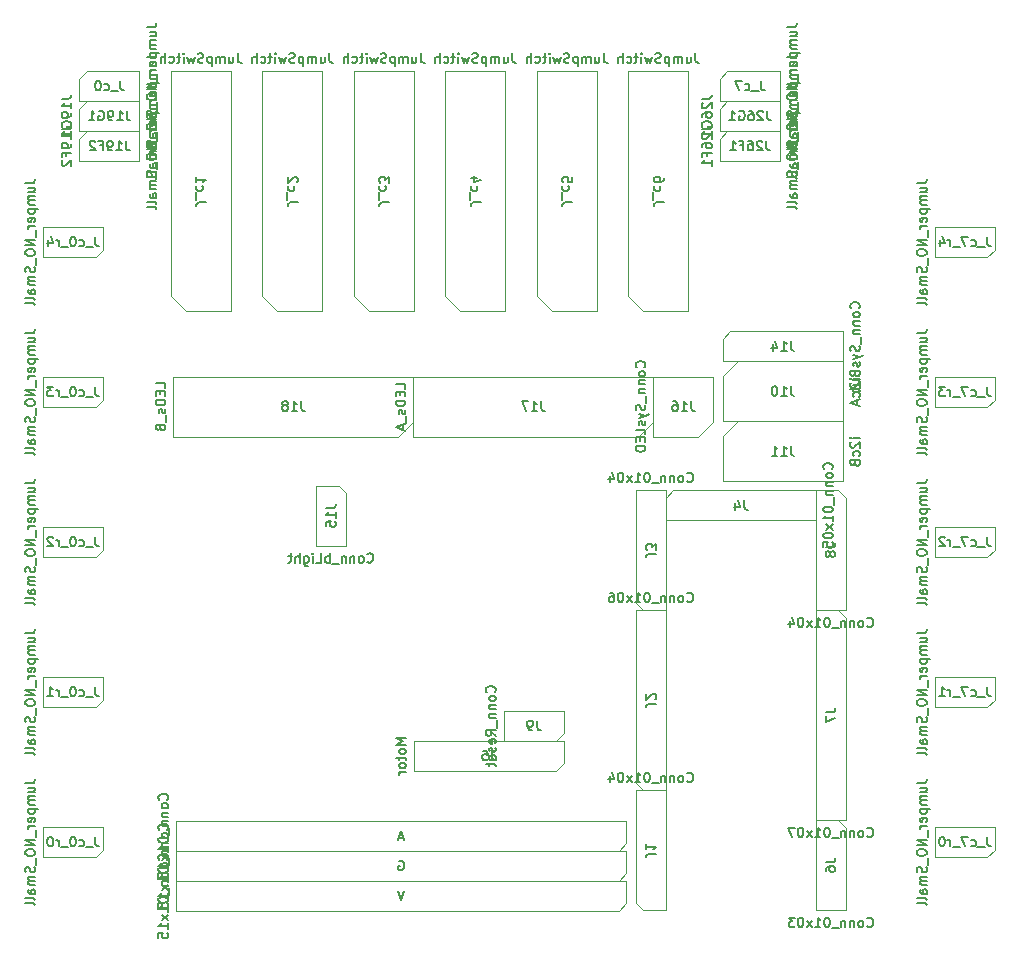
<source format=gbr>
%TF.GenerationSoftware,KiCad,Pcbnew,(5.1.5)-3*%
%TF.CreationDate,2020-03-09T15:55:21-05:00*%
%TF.ProjectId,Shield v.2,53686965-6c64-4207-962e-322e6b696361,rev?*%
%TF.SameCoordinates,Original*%
%TF.FileFunction,Other,Fab,Bot*%
%FSLAX46Y46*%
G04 Gerber Fmt 4.6, Leading zero omitted, Abs format (unit mm)*
G04 Created by KiCad (PCBNEW (5.1.5)-3) date 2020-03-09 15:55:21*
%MOMM*%
%LPD*%
G04 APERTURE LIST*
%ADD10C,0.100000*%
%ADD11C,0.160000*%
G04 APERTURE END LIST*
D10*
%TO.C,J14*%
X167138616Y-80911092D02*
X167138616Y-82816092D01*
X167138616Y-82816092D02*
X177298616Y-82816092D01*
X177298616Y-82816092D02*
X177298616Y-80276092D01*
X177298616Y-80276092D02*
X167773616Y-80276092D01*
X167773616Y-80276092D02*
X167138616Y-80911092D01*
%TO.C,J10*%
X167138616Y-84086092D02*
X167138616Y-87896092D01*
X167138616Y-87896092D02*
X177298616Y-87896092D01*
X177298616Y-87896092D02*
X177298616Y-82816092D01*
X177298616Y-82816092D02*
X168408616Y-82816092D01*
X168408616Y-82816092D02*
X167138616Y-84086092D01*
%TO.C,J11*%
X168408616Y-87896092D02*
X167138616Y-89166092D01*
X177298616Y-87896092D02*
X168408616Y-87896092D01*
X177298616Y-92976092D02*
X177298616Y-87896092D01*
X167138616Y-92976092D02*
X177298616Y-92976092D01*
X167138616Y-89166092D02*
X167138616Y-92976092D01*
%TO.C,J1*%
X160401000Y-129286000D02*
X162306000Y-129286000D01*
X162306000Y-129286000D02*
X162306000Y-119126000D01*
X162306000Y-119126000D02*
X159766000Y-119126000D01*
X159766000Y-119126000D02*
X159766000Y-128651000D01*
X159766000Y-128651000D02*
X160401000Y-129286000D01*
%TO.C,J2*%
X160401000Y-119126000D02*
X162306000Y-119126000D01*
X162306000Y-119126000D02*
X162306000Y-103886000D01*
X162306000Y-103886000D02*
X159766000Y-103886000D01*
X159766000Y-103886000D02*
X159766000Y-118491000D01*
X159766000Y-118491000D02*
X160401000Y-119126000D01*
%TO.C,J3*%
X159766000Y-103251000D02*
X160401000Y-103886000D01*
X159766000Y-93726000D02*
X159766000Y-103251000D01*
X162306000Y-93726000D02*
X159766000Y-93726000D01*
X162306000Y-103886000D02*
X162306000Y-93726000D01*
X160401000Y-103886000D02*
X162306000Y-103886000D01*
%TO.C,J4*%
X162306000Y-94361000D02*
X162306000Y-96266000D01*
X162306000Y-96266000D02*
X175006000Y-96266000D01*
X175006000Y-96266000D02*
X175006000Y-93726000D01*
X175006000Y-93726000D02*
X162941000Y-93726000D01*
X162941000Y-93726000D02*
X162306000Y-94361000D01*
%TO.C,J5*%
X153035000Y-117475000D02*
X153670000Y-116840000D01*
X140970000Y-117475000D02*
X153035000Y-117475000D01*
X140970000Y-114935000D02*
X140970000Y-117475000D01*
X153670000Y-114935000D02*
X140970000Y-114935000D01*
X153670000Y-116840000D02*
X153670000Y-114935000D01*
%TO.C,J6*%
X176911000Y-121666000D02*
X175006000Y-121666000D01*
X175006000Y-121666000D02*
X175006000Y-129286000D01*
X175006000Y-129286000D02*
X177546000Y-129286000D01*
X177546000Y-129286000D02*
X177546000Y-122301000D01*
X177546000Y-122301000D02*
X176911000Y-121666000D01*
%TO.C,J7*%
X176911000Y-103886000D02*
X175006000Y-103886000D01*
X175006000Y-103886000D02*
X175006000Y-121666000D01*
X175006000Y-121666000D02*
X177546000Y-121666000D01*
X177546000Y-121666000D02*
X177546000Y-104521000D01*
X177546000Y-104521000D02*
X176911000Y-103886000D01*
%TO.C,J8*%
X176911000Y-93726000D02*
X175006000Y-93726000D01*
X175006000Y-93726000D02*
X175006000Y-103886000D01*
X175006000Y-103886000D02*
X177546000Y-103886000D01*
X177546000Y-103886000D02*
X177546000Y-94361000D01*
X177546000Y-94361000D02*
X176911000Y-93726000D01*
%TO.C,J15*%
X134620000Y-93345000D02*
X132715000Y-93345000D01*
X132715000Y-93345000D02*
X132715000Y-98425000D01*
X132715000Y-98425000D02*
X135255000Y-98425000D01*
X135255000Y-98425000D02*
X135255000Y-93980000D01*
X135255000Y-93980000D02*
X134620000Y-93345000D01*
%TO.C,J16*%
X166338162Y-87904138D02*
X166338162Y-84094138D01*
X166338162Y-84094138D02*
X161258162Y-84094138D01*
X161258162Y-84094138D02*
X161258162Y-89174138D01*
X161258162Y-89174138D02*
X165068162Y-89174138D01*
X165068162Y-89174138D02*
X166338162Y-87904138D01*
%TO.C,J17*%
X159988162Y-89174138D02*
X161258162Y-87904138D01*
X140938162Y-89174138D02*
X159988162Y-89174138D01*
X140938162Y-84094138D02*
X140938162Y-89174138D01*
X161258162Y-84094138D02*
X140938162Y-84094138D01*
X161258162Y-87904138D02*
X161258162Y-84094138D01*
%TO.C,J18*%
X140938162Y-87904138D02*
X140938162Y-84094138D01*
X140938162Y-84094138D02*
X120618162Y-84094138D01*
X120618162Y-84094138D02*
X120618162Y-89174138D01*
X120618162Y-89174138D02*
X139668162Y-89174138D01*
X139668162Y-89174138D02*
X140938162Y-87904138D01*
%TO.C,J_c1*%
X120396000Y-77279500D02*
X121666000Y-78549500D01*
X120396000Y-58229500D02*
X120396000Y-77279500D01*
X125476000Y-58229500D02*
X120396000Y-58229500D01*
X125476000Y-78549500D02*
X125476000Y-58229500D01*
X121666000Y-78549500D02*
X125476000Y-78549500D01*
%TO.C,J_c2*%
X129413000Y-78549500D02*
X133223000Y-78549500D01*
X133223000Y-78549500D02*
X133223000Y-58229500D01*
X133223000Y-58229500D02*
X128143000Y-58229500D01*
X128143000Y-58229500D02*
X128143000Y-77279500D01*
X128143000Y-77279500D02*
X129413000Y-78549500D01*
%TO.C,J_c3*%
X135890000Y-77279500D02*
X137160000Y-78549500D01*
X135890000Y-58229500D02*
X135890000Y-77279500D01*
X140970000Y-58229500D02*
X135890000Y-58229500D01*
X140970000Y-78549500D02*
X140970000Y-58229500D01*
X137160000Y-78549500D02*
X140970000Y-78549500D01*
%TO.C,J_c4*%
X144907000Y-78549500D02*
X148717000Y-78549500D01*
X148717000Y-78549500D02*
X148717000Y-58229500D01*
X148717000Y-58229500D02*
X143637000Y-58229500D01*
X143637000Y-58229500D02*
X143637000Y-77279500D01*
X143637000Y-77279500D02*
X144907000Y-78549500D01*
%TO.C,J_c5*%
X151384000Y-77279500D02*
X152654000Y-78549500D01*
X151384000Y-58229500D02*
X151384000Y-77279500D01*
X156464000Y-58229500D02*
X151384000Y-58229500D01*
X156464000Y-78549500D02*
X156464000Y-58229500D01*
X152654000Y-78549500D02*
X156464000Y-78549500D01*
%TO.C,J_c6*%
X160401000Y-78549500D02*
X164211000Y-78549500D01*
X164211000Y-78549500D02*
X164211000Y-58229500D01*
X164211000Y-58229500D02*
X159131000Y-58229500D01*
X159131000Y-58229500D02*
X159131000Y-77279500D01*
X159131000Y-77279500D02*
X160401000Y-78549500D01*
%TO.C,J_c0_r1*%
X114020000Y-112069500D02*
X114655000Y-111434500D01*
X109575000Y-112069500D02*
X114020000Y-112069500D01*
X109575000Y-109529500D02*
X109575000Y-112069500D01*
X114655000Y-109529500D02*
X109575000Y-109529500D01*
X114655000Y-111434500D02*
X114655000Y-109529500D01*
%TO.C,J_c0_r2*%
X114655000Y-98734500D02*
X114655000Y-96829500D01*
X114655000Y-96829500D02*
X109575000Y-96829500D01*
X109575000Y-96829500D02*
X109575000Y-99369500D01*
X109575000Y-99369500D02*
X114020000Y-99369500D01*
X114020000Y-99369500D02*
X114655000Y-98734500D01*
%TO.C,J_c0_r0*%
X114020000Y-124769500D02*
X114655000Y-124134500D01*
X109575000Y-124769500D02*
X114020000Y-124769500D01*
X109575000Y-122229500D02*
X109575000Y-124769500D01*
X114655000Y-122229500D02*
X109575000Y-122229500D01*
X114655000Y-124134500D02*
X114655000Y-122229500D01*
%TO.C,J_c0_r3*%
X114020000Y-86669500D02*
X114655000Y-86034500D01*
X109575000Y-86669500D02*
X114020000Y-86669500D01*
X109575000Y-84129500D02*
X109575000Y-86669500D01*
X114655000Y-84129500D02*
X109575000Y-84129500D01*
X114655000Y-86034500D02*
X114655000Y-84129500D01*
%TO.C,J_c0_r4*%
X114020000Y-73969500D02*
X114655000Y-73334500D01*
X109575000Y-73969500D02*
X114020000Y-73969500D01*
X109575000Y-71429500D02*
X109575000Y-73969500D01*
X114655000Y-71429500D02*
X109575000Y-71429500D01*
X114655000Y-73334500D02*
X114655000Y-71429500D01*
%TO.C,J19F2*%
X112649000Y-63944500D02*
X112649000Y-65849500D01*
X112649000Y-65849500D02*
X117729000Y-65849500D01*
X117729000Y-65849500D02*
X117729000Y-63309500D01*
X117729000Y-63309500D02*
X113284000Y-63309500D01*
X113284000Y-63309500D02*
X112649000Y-63944500D01*
%TO.C,J19G1*%
X113284000Y-60769500D02*
X112649000Y-61404500D01*
X117729000Y-60769500D02*
X113284000Y-60769500D01*
X117729000Y-63309500D02*
X117729000Y-60769500D01*
X112649000Y-63309500D02*
X117729000Y-63309500D01*
X112649000Y-61404500D02*
X112649000Y-63309500D01*
%TO.C,J_c0*%
X112649000Y-58864500D02*
X112649000Y-60769500D01*
X112649000Y-60769500D02*
X117729000Y-60769500D01*
X117729000Y-60769500D02*
X117729000Y-58229500D01*
X117729000Y-58229500D02*
X113284000Y-58229500D01*
X113284000Y-58229500D02*
X112649000Y-58864500D01*
%TO.C,J_c7_r0*%
X189520000Y-124769500D02*
X190155000Y-124134500D01*
X185075000Y-124769500D02*
X189520000Y-124769500D01*
X185075000Y-122229500D02*
X185075000Y-124769500D01*
X190155000Y-122229500D02*
X185075000Y-122229500D01*
X190155000Y-124134500D02*
X190155000Y-122229500D01*
%TO.C,J_c7_r1*%
X189520000Y-112069500D02*
X190155000Y-111434500D01*
X185075000Y-112069500D02*
X189520000Y-112069500D01*
X185075000Y-109529500D02*
X185075000Y-112069500D01*
X190155000Y-109529500D02*
X185075000Y-109529500D01*
X190155000Y-111434500D02*
X190155000Y-109529500D01*
%TO.C,J_c7_r2*%
X189520000Y-99369500D02*
X190155000Y-98734500D01*
X185075000Y-99369500D02*
X189520000Y-99369500D01*
X185075000Y-96829500D02*
X185075000Y-99369500D01*
X190155000Y-96829500D02*
X185075000Y-96829500D01*
X190155000Y-98734500D02*
X190155000Y-96829500D01*
%TO.C,J_c7_r3*%
X190155000Y-86034500D02*
X190155000Y-84129500D01*
X190155000Y-84129500D02*
X185075000Y-84129500D01*
X185075000Y-84129500D02*
X185075000Y-86669500D01*
X185075000Y-86669500D02*
X189520000Y-86669500D01*
X189520000Y-86669500D02*
X190155000Y-86034500D01*
%TO.C,J_c7_r4*%
X189520000Y-73969500D02*
X190155000Y-73334500D01*
X185075000Y-73969500D02*
X189520000Y-73969500D01*
X185075000Y-71429500D02*
X185075000Y-73969500D01*
X190155000Y-71429500D02*
X185075000Y-71429500D01*
X190155000Y-73334500D02*
X190155000Y-71429500D01*
%TO.C,J26F1*%
X166878000Y-63944500D02*
X166878000Y-65849500D01*
X166878000Y-65849500D02*
X171958000Y-65849500D01*
X171958000Y-65849500D02*
X171958000Y-63309500D01*
X171958000Y-63309500D02*
X167513000Y-63309500D01*
X167513000Y-63309500D02*
X166878000Y-63944500D01*
%TO.C,J26G1*%
X166878000Y-61404500D02*
X166878000Y-63309500D01*
X166878000Y-63309500D02*
X171958000Y-63309500D01*
X171958000Y-63309500D02*
X171958000Y-60769500D01*
X171958000Y-60769500D02*
X167513000Y-60769500D01*
X167513000Y-60769500D02*
X166878000Y-61404500D01*
%TO.C,J_c7*%
X167513000Y-58229500D02*
X166878000Y-58864500D01*
X171958000Y-58229500D02*
X167513000Y-58229500D01*
X171958000Y-60769500D02*
X171958000Y-58229500D01*
X166878000Y-60769500D02*
X171958000Y-60769500D01*
X166878000Y-58864500D02*
X166878000Y-60769500D01*
%TO.C,A*%
X158944159Y-123620439D02*
X158944159Y-121715439D01*
X158944159Y-121715439D02*
X120844159Y-121715439D01*
X120844159Y-121715439D02*
X120844159Y-124255439D01*
X120844159Y-124255439D02*
X158309159Y-124255439D01*
X158309159Y-124255439D02*
X158944159Y-123620439D01*
%TO.C,V*%
X158944159Y-128700439D02*
X158944159Y-126795439D01*
X158944159Y-126795439D02*
X120844159Y-126795439D01*
X120844159Y-126795439D02*
X120844159Y-129335439D01*
X120844159Y-129335439D02*
X158309159Y-129335439D01*
X158309159Y-129335439D02*
X158944159Y-128700439D01*
%TO.C,G*%
X158309159Y-126795439D02*
X158944159Y-126160439D01*
X120844159Y-126795439D02*
X158309159Y-126795439D01*
X120844159Y-124255439D02*
X120844159Y-126795439D01*
X158944159Y-124255439D02*
X120844159Y-124255439D01*
X158944159Y-126160439D02*
X158944159Y-124255439D01*
%TO.C,J9*%
X153670000Y-114300000D02*
X153670000Y-112395000D01*
X153670000Y-112395000D02*
X148590000Y-112395000D01*
X148590000Y-112395000D02*
X148590000Y-114935000D01*
X148590000Y-114935000D02*
X153035000Y-114935000D01*
X153035000Y-114935000D02*
X153670000Y-114300000D01*
%TD*%
%TO.C,J14*%
D11*
X178651473Y-78324663D02*
X178690520Y-78285615D01*
X178729568Y-78168472D01*
X178729568Y-78090377D01*
X178690520Y-77973234D01*
X178612425Y-77895139D01*
X178534330Y-77856092D01*
X178378139Y-77817044D01*
X178260996Y-77817044D01*
X178104806Y-77856092D01*
X178026711Y-77895139D01*
X177948616Y-77973234D01*
X177909568Y-78090377D01*
X177909568Y-78168472D01*
X177948616Y-78285615D01*
X177987663Y-78324663D01*
X178729568Y-78793234D02*
X178690520Y-78715139D01*
X178651473Y-78676092D01*
X178573377Y-78637044D01*
X178339092Y-78637044D01*
X178260996Y-78676092D01*
X178221949Y-78715139D01*
X178182901Y-78793234D01*
X178182901Y-78910377D01*
X178221949Y-78988472D01*
X178260996Y-79027520D01*
X178339092Y-79066568D01*
X178573377Y-79066568D01*
X178651473Y-79027520D01*
X178690520Y-78988472D01*
X178729568Y-78910377D01*
X178729568Y-78793234D01*
X178182901Y-79417996D02*
X178729568Y-79417996D01*
X178260996Y-79417996D02*
X178221949Y-79457044D01*
X178182901Y-79535139D01*
X178182901Y-79652282D01*
X178221949Y-79730377D01*
X178300044Y-79769425D01*
X178729568Y-79769425D01*
X178182901Y-80159901D02*
X178729568Y-80159901D01*
X178260996Y-80159901D02*
X178221949Y-80198949D01*
X178182901Y-80277044D01*
X178182901Y-80394187D01*
X178221949Y-80472282D01*
X178300044Y-80511330D01*
X178729568Y-80511330D01*
X178807663Y-80706568D02*
X178807663Y-81331330D01*
X178690520Y-81487520D02*
X178729568Y-81604663D01*
X178729568Y-81799901D01*
X178690520Y-81877996D01*
X178651473Y-81917044D01*
X178573377Y-81956092D01*
X178495282Y-81956092D01*
X178417187Y-81917044D01*
X178378139Y-81877996D01*
X178339092Y-81799901D01*
X178300044Y-81643711D01*
X178260996Y-81565615D01*
X178221949Y-81526568D01*
X178143854Y-81487520D01*
X178065758Y-81487520D01*
X177987663Y-81526568D01*
X177948616Y-81565615D01*
X177909568Y-81643711D01*
X177909568Y-81838949D01*
X177948616Y-81956092D01*
X178182901Y-82229425D02*
X178729568Y-82424663D01*
X178182901Y-82619901D02*
X178729568Y-82424663D01*
X178924806Y-82346568D01*
X178963854Y-82307520D01*
X179002901Y-82229425D01*
X178690520Y-82893234D02*
X178729568Y-82971330D01*
X178729568Y-83127520D01*
X178690520Y-83205615D01*
X178612425Y-83244663D01*
X178573377Y-83244663D01*
X178495282Y-83205615D01*
X178456235Y-83127520D01*
X178456235Y-83010377D01*
X178417187Y-82932282D01*
X178339092Y-82893234D01*
X178300044Y-82893234D01*
X178221949Y-82932282D01*
X178182901Y-83010377D01*
X178182901Y-83127520D01*
X178221949Y-83205615D01*
X178300044Y-83869425D02*
X178339092Y-83986568D01*
X178378139Y-84025615D01*
X178456235Y-84064663D01*
X178573377Y-84064663D01*
X178651473Y-84025615D01*
X178690520Y-83986568D01*
X178729568Y-83908472D01*
X178729568Y-83596092D01*
X177909568Y-83596092D01*
X177909568Y-83869425D01*
X177948616Y-83947520D01*
X177987663Y-83986568D01*
X178065758Y-84025615D01*
X178143854Y-84025615D01*
X178221949Y-83986568D01*
X178260996Y-83947520D01*
X178300044Y-83869425D01*
X178300044Y-83596092D01*
X178182901Y-84767520D02*
X178729568Y-84767520D01*
X178182901Y-84416092D02*
X178612425Y-84416092D01*
X178690520Y-84455139D01*
X178729568Y-84533234D01*
X178729568Y-84650377D01*
X178690520Y-84728472D01*
X178651473Y-84767520D01*
X178182901Y-85040853D02*
X178182901Y-85353234D01*
X177909568Y-85157996D02*
X178612425Y-85157996D01*
X178690520Y-85197044D01*
X178729568Y-85275139D01*
X178729568Y-85353234D01*
X172882425Y-81097044D02*
X172882425Y-81682758D01*
X172921473Y-81799901D01*
X172999568Y-81877996D01*
X173116711Y-81917044D01*
X173194806Y-81917044D01*
X172062425Y-81917044D02*
X172530996Y-81917044D01*
X172296711Y-81917044D02*
X172296711Y-81097044D01*
X172374806Y-81214187D01*
X172452901Y-81292282D01*
X172530996Y-81331330D01*
X171359568Y-81370377D02*
X171359568Y-81917044D01*
X171554806Y-81057996D02*
X171750044Y-81643711D01*
X171242425Y-81643711D01*
%TO.C,J10*%
X178729568Y-84262758D02*
X178182901Y-84262758D01*
X177909568Y-84262758D02*
X177948616Y-84223711D01*
X177987663Y-84262758D01*
X177948616Y-84301806D01*
X177909568Y-84262758D01*
X177987663Y-84262758D01*
X177987663Y-84614187D02*
X177948616Y-84653234D01*
X177909568Y-84731330D01*
X177909568Y-84926568D01*
X177948616Y-85004663D01*
X177987663Y-85043711D01*
X178065758Y-85082758D01*
X178143854Y-85082758D01*
X178260996Y-85043711D01*
X178729568Y-84575139D01*
X178729568Y-85082758D01*
X178690520Y-85785615D02*
X178729568Y-85707520D01*
X178729568Y-85551330D01*
X178690520Y-85473234D01*
X178651473Y-85434187D01*
X178573377Y-85395139D01*
X178339092Y-85395139D01*
X178260996Y-85434187D01*
X178221949Y-85473234D01*
X178182901Y-85551330D01*
X178182901Y-85707520D01*
X178221949Y-85785615D01*
X178495282Y-86097996D02*
X178495282Y-86488472D01*
X178729568Y-86019901D02*
X177909568Y-86293234D01*
X178729568Y-86566568D01*
X172882425Y-84907044D02*
X172882425Y-85492758D01*
X172921473Y-85609901D01*
X172999568Y-85687996D01*
X173116711Y-85727044D01*
X173194806Y-85727044D01*
X172062425Y-85727044D02*
X172530996Y-85727044D01*
X172296711Y-85727044D02*
X172296711Y-84907044D01*
X172374806Y-85024187D01*
X172452901Y-85102282D01*
X172530996Y-85141330D01*
X171554806Y-84907044D02*
X171476711Y-84907044D01*
X171398616Y-84946092D01*
X171359568Y-84985139D01*
X171320520Y-85063234D01*
X171281473Y-85219425D01*
X171281473Y-85414663D01*
X171320520Y-85570853D01*
X171359568Y-85648949D01*
X171398616Y-85687996D01*
X171476711Y-85727044D01*
X171554806Y-85727044D01*
X171632901Y-85687996D01*
X171671949Y-85648949D01*
X171710996Y-85570853D01*
X171750044Y-85414663D01*
X171750044Y-85219425D01*
X171710996Y-85063234D01*
X171671949Y-84985139D01*
X171632901Y-84946092D01*
X171554806Y-84907044D01*
%TO.C,J11*%
X178729568Y-89284187D02*
X178182901Y-89284187D01*
X177909568Y-89284187D02*
X177948616Y-89245139D01*
X177987663Y-89284187D01*
X177948616Y-89323234D01*
X177909568Y-89284187D01*
X177987663Y-89284187D01*
X177987663Y-89635615D02*
X177948616Y-89674663D01*
X177909568Y-89752758D01*
X177909568Y-89947996D01*
X177948616Y-90026092D01*
X177987663Y-90065139D01*
X178065758Y-90104187D01*
X178143854Y-90104187D01*
X178260996Y-90065139D01*
X178729568Y-89596568D01*
X178729568Y-90104187D01*
X178690520Y-90807044D02*
X178729568Y-90728949D01*
X178729568Y-90572758D01*
X178690520Y-90494663D01*
X178651473Y-90455615D01*
X178573377Y-90416568D01*
X178339092Y-90416568D01*
X178260996Y-90455615D01*
X178221949Y-90494663D01*
X178182901Y-90572758D01*
X178182901Y-90728949D01*
X178221949Y-90807044D01*
X178300044Y-91431806D02*
X178339092Y-91548949D01*
X178378139Y-91587996D01*
X178456235Y-91627044D01*
X178573377Y-91627044D01*
X178651473Y-91587996D01*
X178690520Y-91548949D01*
X178729568Y-91470853D01*
X178729568Y-91158472D01*
X177909568Y-91158472D01*
X177909568Y-91431806D01*
X177948616Y-91509901D01*
X177987663Y-91548949D01*
X178065758Y-91587996D01*
X178143854Y-91587996D01*
X178221949Y-91548949D01*
X178260996Y-91509901D01*
X178300044Y-91431806D01*
X178300044Y-91158472D01*
X172882425Y-89987044D02*
X172882425Y-90572758D01*
X172921473Y-90689901D01*
X172999568Y-90767996D01*
X173116711Y-90807044D01*
X173194806Y-90807044D01*
X172062425Y-90807044D02*
X172530996Y-90807044D01*
X172296711Y-90807044D02*
X172296711Y-89987044D01*
X172374806Y-90104187D01*
X172452901Y-90182282D01*
X172530996Y-90221330D01*
X171281473Y-90807044D02*
X171750044Y-90807044D01*
X171515758Y-90807044D02*
X171515758Y-89987044D01*
X171593854Y-90104187D01*
X171671949Y-90182282D01*
X171750044Y-90221330D01*
%TO.C,J1*%
X164101238Y-118358857D02*
X164140285Y-118397904D01*
X164257428Y-118436952D01*
X164335523Y-118436952D01*
X164452666Y-118397904D01*
X164530761Y-118319809D01*
X164569809Y-118241714D01*
X164608857Y-118085523D01*
X164608857Y-117968380D01*
X164569809Y-117812190D01*
X164530761Y-117734095D01*
X164452666Y-117656000D01*
X164335523Y-117616952D01*
X164257428Y-117616952D01*
X164140285Y-117656000D01*
X164101238Y-117695047D01*
X163632666Y-118436952D02*
X163710761Y-118397904D01*
X163749809Y-118358857D01*
X163788857Y-118280761D01*
X163788857Y-118046476D01*
X163749809Y-117968380D01*
X163710761Y-117929333D01*
X163632666Y-117890285D01*
X163515523Y-117890285D01*
X163437428Y-117929333D01*
X163398380Y-117968380D01*
X163359333Y-118046476D01*
X163359333Y-118280761D01*
X163398380Y-118358857D01*
X163437428Y-118397904D01*
X163515523Y-118436952D01*
X163632666Y-118436952D01*
X163007904Y-117890285D02*
X163007904Y-118436952D01*
X163007904Y-117968380D02*
X162968857Y-117929333D01*
X162890761Y-117890285D01*
X162773619Y-117890285D01*
X162695523Y-117929333D01*
X162656476Y-118007428D01*
X162656476Y-118436952D01*
X162266000Y-117890285D02*
X162266000Y-118436952D01*
X162266000Y-117968380D02*
X162226952Y-117929333D01*
X162148857Y-117890285D01*
X162031714Y-117890285D01*
X161953619Y-117929333D01*
X161914571Y-118007428D01*
X161914571Y-118436952D01*
X161719333Y-118515047D02*
X161094571Y-118515047D01*
X160743142Y-117616952D02*
X160665047Y-117616952D01*
X160586952Y-117656000D01*
X160547904Y-117695047D01*
X160508857Y-117773142D01*
X160469809Y-117929333D01*
X160469809Y-118124571D01*
X160508857Y-118280761D01*
X160547904Y-118358857D01*
X160586952Y-118397904D01*
X160665047Y-118436952D01*
X160743142Y-118436952D01*
X160821238Y-118397904D01*
X160860285Y-118358857D01*
X160899333Y-118280761D01*
X160938380Y-118124571D01*
X160938380Y-117929333D01*
X160899333Y-117773142D01*
X160860285Y-117695047D01*
X160821238Y-117656000D01*
X160743142Y-117616952D01*
X159688857Y-118436952D02*
X160157428Y-118436952D01*
X159923142Y-118436952D02*
X159923142Y-117616952D01*
X160001238Y-117734095D01*
X160079333Y-117812190D01*
X160157428Y-117851238D01*
X159415523Y-118436952D02*
X158986000Y-117890285D01*
X159415523Y-117890285D02*
X158986000Y-118436952D01*
X158517428Y-117616952D02*
X158439333Y-117616952D01*
X158361238Y-117656000D01*
X158322190Y-117695047D01*
X158283142Y-117773142D01*
X158244095Y-117929333D01*
X158244095Y-118124571D01*
X158283142Y-118280761D01*
X158322190Y-118358857D01*
X158361238Y-118397904D01*
X158439333Y-118436952D01*
X158517428Y-118436952D01*
X158595523Y-118397904D01*
X158634571Y-118358857D01*
X158673619Y-118280761D01*
X158712666Y-118124571D01*
X158712666Y-117929333D01*
X158673619Y-117773142D01*
X158634571Y-117695047D01*
X158595523Y-117656000D01*
X158517428Y-117616952D01*
X157541238Y-117890285D02*
X157541238Y-118436952D01*
X157736476Y-117577904D02*
X157931714Y-118163619D01*
X157424095Y-118163619D01*
X161485047Y-124479333D02*
X160899333Y-124479333D01*
X160782190Y-124518380D01*
X160704095Y-124596476D01*
X160665047Y-124713619D01*
X160665047Y-124791714D01*
X160665047Y-123659333D02*
X160665047Y-124127904D01*
X160665047Y-123893619D02*
X161485047Y-123893619D01*
X161367904Y-123971714D01*
X161289809Y-124049809D01*
X161250761Y-124127904D01*
%TO.C,J2*%
X164101238Y-103118857D02*
X164140285Y-103157904D01*
X164257428Y-103196952D01*
X164335523Y-103196952D01*
X164452666Y-103157904D01*
X164530761Y-103079809D01*
X164569809Y-103001714D01*
X164608857Y-102845523D01*
X164608857Y-102728380D01*
X164569809Y-102572190D01*
X164530761Y-102494095D01*
X164452666Y-102416000D01*
X164335523Y-102376952D01*
X164257428Y-102376952D01*
X164140285Y-102416000D01*
X164101238Y-102455047D01*
X163632666Y-103196952D02*
X163710761Y-103157904D01*
X163749809Y-103118857D01*
X163788857Y-103040761D01*
X163788857Y-102806476D01*
X163749809Y-102728380D01*
X163710761Y-102689333D01*
X163632666Y-102650285D01*
X163515523Y-102650285D01*
X163437428Y-102689333D01*
X163398380Y-102728380D01*
X163359333Y-102806476D01*
X163359333Y-103040761D01*
X163398380Y-103118857D01*
X163437428Y-103157904D01*
X163515523Y-103196952D01*
X163632666Y-103196952D01*
X163007904Y-102650285D02*
X163007904Y-103196952D01*
X163007904Y-102728380D02*
X162968857Y-102689333D01*
X162890761Y-102650285D01*
X162773619Y-102650285D01*
X162695523Y-102689333D01*
X162656476Y-102767428D01*
X162656476Y-103196952D01*
X162266000Y-102650285D02*
X162266000Y-103196952D01*
X162266000Y-102728380D02*
X162226952Y-102689333D01*
X162148857Y-102650285D01*
X162031714Y-102650285D01*
X161953619Y-102689333D01*
X161914571Y-102767428D01*
X161914571Y-103196952D01*
X161719333Y-103275047D02*
X161094571Y-103275047D01*
X160743142Y-102376952D02*
X160665047Y-102376952D01*
X160586952Y-102416000D01*
X160547904Y-102455047D01*
X160508857Y-102533142D01*
X160469809Y-102689333D01*
X160469809Y-102884571D01*
X160508857Y-103040761D01*
X160547904Y-103118857D01*
X160586952Y-103157904D01*
X160665047Y-103196952D01*
X160743142Y-103196952D01*
X160821238Y-103157904D01*
X160860285Y-103118857D01*
X160899333Y-103040761D01*
X160938380Y-102884571D01*
X160938380Y-102689333D01*
X160899333Y-102533142D01*
X160860285Y-102455047D01*
X160821238Y-102416000D01*
X160743142Y-102376952D01*
X159688857Y-103196952D02*
X160157428Y-103196952D01*
X159923142Y-103196952D02*
X159923142Y-102376952D01*
X160001238Y-102494095D01*
X160079333Y-102572190D01*
X160157428Y-102611238D01*
X159415523Y-103196952D02*
X158986000Y-102650285D01*
X159415523Y-102650285D02*
X158986000Y-103196952D01*
X158517428Y-102376952D02*
X158439333Y-102376952D01*
X158361238Y-102416000D01*
X158322190Y-102455047D01*
X158283142Y-102533142D01*
X158244095Y-102689333D01*
X158244095Y-102884571D01*
X158283142Y-103040761D01*
X158322190Y-103118857D01*
X158361238Y-103157904D01*
X158439333Y-103196952D01*
X158517428Y-103196952D01*
X158595523Y-103157904D01*
X158634571Y-103118857D01*
X158673619Y-103040761D01*
X158712666Y-102884571D01*
X158712666Y-102689333D01*
X158673619Y-102533142D01*
X158634571Y-102455047D01*
X158595523Y-102416000D01*
X158517428Y-102376952D01*
X157541238Y-102376952D02*
X157697428Y-102376952D01*
X157775523Y-102416000D01*
X157814571Y-102455047D01*
X157892666Y-102572190D01*
X157931714Y-102728380D01*
X157931714Y-103040761D01*
X157892666Y-103118857D01*
X157853619Y-103157904D01*
X157775523Y-103196952D01*
X157619333Y-103196952D01*
X157541238Y-103157904D01*
X157502190Y-103118857D01*
X157463142Y-103040761D01*
X157463142Y-102845523D01*
X157502190Y-102767428D01*
X157541238Y-102728380D01*
X157619333Y-102689333D01*
X157775523Y-102689333D01*
X157853619Y-102728380D01*
X157892666Y-102767428D01*
X157931714Y-102845523D01*
X161485047Y-111779333D02*
X160899333Y-111779333D01*
X160782190Y-111818380D01*
X160704095Y-111896476D01*
X160665047Y-112013619D01*
X160665047Y-112091714D01*
X161406952Y-111427904D02*
X161446000Y-111388857D01*
X161485047Y-111310761D01*
X161485047Y-111115523D01*
X161446000Y-111037428D01*
X161406952Y-110998380D01*
X161328857Y-110959333D01*
X161250761Y-110959333D01*
X161133619Y-110998380D01*
X160665047Y-111466952D01*
X160665047Y-110959333D01*
%TO.C,J3*%
X164101238Y-92958857D02*
X164140285Y-92997904D01*
X164257428Y-93036952D01*
X164335523Y-93036952D01*
X164452666Y-92997904D01*
X164530761Y-92919809D01*
X164569809Y-92841714D01*
X164608857Y-92685523D01*
X164608857Y-92568380D01*
X164569809Y-92412190D01*
X164530761Y-92334095D01*
X164452666Y-92256000D01*
X164335523Y-92216952D01*
X164257428Y-92216952D01*
X164140285Y-92256000D01*
X164101238Y-92295047D01*
X163632666Y-93036952D02*
X163710761Y-92997904D01*
X163749809Y-92958857D01*
X163788857Y-92880761D01*
X163788857Y-92646476D01*
X163749809Y-92568380D01*
X163710761Y-92529333D01*
X163632666Y-92490285D01*
X163515523Y-92490285D01*
X163437428Y-92529333D01*
X163398380Y-92568380D01*
X163359333Y-92646476D01*
X163359333Y-92880761D01*
X163398380Y-92958857D01*
X163437428Y-92997904D01*
X163515523Y-93036952D01*
X163632666Y-93036952D01*
X163007904Y-92490285D02*
X163007904Y-93036952D01*
X163007904Y-92568380D02*
X162968857Y-92529333D01*
X162890761Y-92490285D01*
X162773619Y-92490285D01*
X162695523Y-92529333D01*
X162656476Y-92607428D01*
X162656476Y-93036952D01*
X162266000Y-92490285D02*
X162266000Y-93036952D01*
X162266000Y-92568380D02*
X162226952Y-92529333D01*
X162148857Y-92490285D01*
X162031714Y-92490285D01*
X161953619Y-92529333D01*
X161914571Y-92607428D01*
X161914571Y-93036952D01*
X161719333Y-93115047D02*
X161094571Y-93115047D01*
X160743142Y-92216952D02*
X160665047Y-92216952D01*
X160586952Y-92256000D01*
X160547904Y-92295047D01*
X160508857Y-92373142D01*
X160469809Y-92529333D01*
X160469809Y-92724571D01*
X160508857Y-92880761D01*
X160547904Y-92958857D01*
X160586952Y-92997904D01*
X160665047Y-93036952D01*
X160743142Y-93036952D01*
X160821238Y-92997904D01*
X160860285Y-92958857D01*
X160899333Y-92880761D01*
X160938380Y-92724571D01*
X160938380Y-92529333D01*
X160899333Y-92373142D01*
X160860285Y-92295047D01*
X160821238Y-92256000D01*
X160743142Y-92216952D01*
X159688857Y-93036952D02*
X160157428Y-93036952D01*
X159923142Y-93036952D02*
X159923142Y-92216952D01*
X160001238Y-92334095D01*
X160079333Y-92412190D01*
X160157428Y-92451238D01*
X159415523Y-93036952D02*
X158986000Y-92490285D01*
X159415523Y-92490285D02*
X158986000Y-93036952D01*
X158517428Y-92216952D02*
X158439333Y-92216952D01*
X158361238Y-92256000D01*
X158322190Y-92295047D01*
X158283142Y-92373142D01*
X158244095Y-92529333D01*
X158244095Y-92724571D01*
X158283142Y-92880761D01*
X158322190Y-92958857D01*
X158361238Y-92997904D01*
X158439333Y-93036952D01*
X158517428Y-93036952D01*
X158595523Y-92997904D01*
X158634571Y-92958857D01*
X158673619Y-92880761D01*
X158712666Y-92724571D01*
X158712666Y-92529333D01*
X158673619Y-92373142D01*
X158634571Y-92295047D01*
X158595523Y-92256000D01*
X158517428Y-92216952D01*
X157541238Y-92490285D02*
X157541238Y-93036952D01*
X157736476Y-92177904D02*
X157931714Y-92763619D01*
X157424095Y-92763619D01*
X161485047Y-99079333D02*
X160899333Y-99079333D01*
X160782190Y-99118380D01*
X160704095Y-99196476D01*
X160665047Y-99313619D01*
X160665047Y-99391714D01*
X161485047Y-98766952D02*
X161485047Y-98259333D01*
X161172666Y-98532666D01*
X161172666Y-98415523D01*
X161133619Y-98337428D01*
X161094571Y-98298380D01*
X161016476Y-98259333D01*
X160821238Y-98259333D01*
X160743142Y-98298380D01*
X160704095Y-98337428D01*
X160665047Y-98415523D01*
X160665047Y-98649809D01*
X160704095Y-98727904D01*
X160743142Y-98766952D01*
%TO.C,J4*%
X176358857Y-91930761D02*
X176397904Y-91891714D01*
X176436952Y-91774571D01*
X176436952Y-91696476D01*
X176397904Y-91579333D01*
X176319809Y-91501238D01*
X176241714Y-91462190D01*
X176085523Y-91423142D01*
X175968380Y-91423142D01*
X175812190Y-91462190D01*
X175734095Y-91501238D01*
X175656000Y-91579333D01*
X175616952Y-91696476D01*
X175616952Y-91774571D01*
X175656000Y-91891714D01*
X175695047Y-91930761D01*
X176436952Y-92399333D02*
X176397904Y-92321238D01*
X176358857Y-92282190D01*
X176280761Y-92243142D01*
X176046476Y-92243142D01*
X175968380Y-92282190D01*
X175929333Y-92321238D01*
X175890285Y-92399333D01*
X175890285Y-92516476D01*
X175929333Y-92594571D01*
X175968380Y-92633619D01*
X176046476Y-92672666D01*
X176280761Y-92672666D01*
X176358857Y-92633619D01*
X176397904Y-92594571D01*
X176436952Y-92516476D01*
X176436952Y-92399333D01*
X175890285Y-93024095D02*
X176436952Y-93024095D01*
X175968380Y-93024095D02*
X175929333Y-93063142D01*
X175890285Y-93141238D01*
X175890285Y-93258380D01*
X175929333Y-93336476D01*
X176007428Y-93375523D01*
X176436952Y-93375523D01*
X175890285Y-93766000D02*
X176436952Y-93766000D01*
X175968380Y-93766000D02*
X175929333Y-93805047D01*
X175890285Y-93883142D01*
X175890285Y-94000285D01*
X175929333Y-94078380D01*
X176007428Y-94117428D01*
X176436952Y-94117428D01*
X176515047Y-94312666D02*
X176515047Y-94937428D01*
X175616952Y-95288857D02*
X175616952Y-95366952D01*
X175656000Y-95445047D01*
X175695047Y-95484095D01*
X175773142Y-95523142D01*
X175929333Y-95562190D01*
X176124571Y-95562190D01*
X176280761Y-95523142D01*
X176358857Y-95484095D01*
X176397904Y-95445047D01*
X176436952Y-95366952D01*
X176436952Y-95288857D01*
X176397904Y-95210761D01*
X176358857Y-95171714D01*
X176280761Y-95132666D01*
X176124571Y-95093619D01*
X175929333Y-95093619D01*
X175773142Y-95132666D01*
X175695047Y-95171714D01*
X175656000Y-95210761D01*
X175616952Y-95288857D01*
X176436952Y-96343142D02*
X176436952Y-95874571D01*
X176436952Y-96108857D02*
X175616952Y-96108857D01*
X175734095Y-96030761D01*
X175812190Y-95952666D01*
X175851238Y-95874571D01*
X176436952Y-96616476D02*
X175890285Y-97046000D01*
X175890285Y-96616476D02*
X176436952Y-97046000D01*
X175616952Y-97514571D02*
X175616952Y-97592666D01*
X175656000Y-97670761D01*
X175695047Y-97709809D01*
X175773142Y-97748857D01*
X175929333Y-97787904D01*
X176124571Y-97787904D01*
X176280761Y-97748857D01*
X176358857Y-97709809D01*
X176397904Y-97670761D01*
X176436952Y-97592666D01*
X176436952Y-97514571D01*
X176397904Y-97436476D01*
X176358857Y-97397428D01*
X176280761Y-97358380D01*
X176124571Y-97319333D01*
X175929333Y-97319333D01*
X175773142Y-97358380D01*
X175695047Y-97397428D01*
X175656000Y-97436476D01*
X175616952Y-97514571D01*
X175616952Y-98529809D02*
X175616952Y-98139333D01*
X176007428Y-98100285D01*
X175968380Y-98139333D01*
X175929333Y-98217428D01*
X175929333Y-98412666D01*
X175968380Y-98490761D01*
X176007428Y-98529809D01*
X176085523Y-98568857D01*
X176280761Y-98568857D01*
X176358857Y-98529809D01*
X176397904Y-98490761D01*
X176436952Y-98412666D01*
X176436952Y-98217428D01*
X176397904Y-98139333D01*
X176358857Y-98100285D01*
X168929333Y-94546952D02*
X168929333Y-95132666D01*
X168968380Y-95249809D01*
X169046476Y-95327904D01*
X169163619Y-95366952D01*
X169241714Y-95366952D01*
X168187428Y-94820285D02*
X168187428Y-95366952D01*
X168382666Y-94507904D02*
X168577904Y-95093619D01*
X168070285Y-95093619D01*
%TO.C,J5*%
X140280952Y-114701666D02*
X139460952Y-114701666D01*
X140046666Y-114975000D01*
X139460952Y-115248333D01*
X140280952Y-115248333D01*
X140280952Y-115755952D02*
X140241904Y-115677857D01*
X140202857Y-115638809D01*
X140124761Y-115599761D01*
X139890476Y-115599761D01*
X139812380Y-115638809D01*
X139773333Y-115677857D01*
X139734285Y-115755952D01*
X139734285Y-115873095D01*
X139773333Y-115951190D01*
X139812380Y-115990238D01*
X139890476Y-116029285D01*
X140124761Y-116029285D01*
X140202857Y-115990238D01*
X140241904Y-115951190D01*
X140280952Y-115873095D01*
X140280952Y-115755952D01*
X139734285Y-116263571D02*
X139734285Y-116575952D01*
X139460952Y-116380714D02*
X140163809Y-116380714D01*
X140241904Y-116419761D01*
X140280952Y-116497857D01*
X140280952Y-116575952D01*
X140280952Y-116966428D02*
X140241904Y-116888333D01*
X140202857Y-116849285D01*
X140124761Y-116810238D01*
X139890476Y-116810238D01*
X139812380Y-116849285D01*
X139773333Y-116888333D01*
X139734285Y-116966428D01*
X139734285Y-117083571D01*
X139773333Y-117161666D01*
X139812380Y-117200714D01*
X139890476Y-117239761D01*
X140124761Y-117239761D01*
X140202857Y-117200714D01*
X140241904Y-117161666D01*
X140280952Y-117083571D01*
X140280952Y-116966428D01*
X140280952Y-117591190D02*
X139734285Y-117591190D01*
X139890476Y-117591190D02*
X139812380Y-117630238D01*
X139773333Y-117669285D01*
X139734285Y-117747380D01*
X139734285Y-117825476D01*
X147593333Y-115755952D02*
X147593333Y-116341666D01*
X147632380Y-116458809D01*
X147710476Y-116536904D01*
X147827619Y-116575952D01*
X147905714Y-116575952D01*
X146812380Y-115755952D02*
X147202857Y-115755952D01*
X147241904Y-116146428D01*
X147202857Y-116107380D01*
X147124761Y-116068333D01*
X146929523Y-116068333D01*
X146851428Y-116107380D01*
X146812380Y-116146428D01*
X146773333Y-116224523D01*
X146773333Y-116419761D01*
X146812380Y-116497857D01*
X146851428Y-116536904D01*
X146929523Y-116575952D01*
X147124761Y-116575952D01*
X147202857Y-116536904D01*
X147241904Y-116497857D01*
%TO.C,J6*%
X179341238Y-130638857D02*
X179380285Y-130677904D01*
X179497428Y-130716952D01*
X179575523Y-130716952D01*
X179692666Y-130677904D01*
X179770761Y-130599809D01*
X179809809Y-130521714D01*
X179848857Y-130365523D01*
X179848857Y-130248380D01*
X179809809Y-130092190D01*
X179770761Y-130014095D01*
X179692666Y-129936000D01*
X179575523Y-129896952D01*
X179497428Y-129896952D01*
X179380285Y-129936000D01*
X179341238Y-129975047D01*
X178872666Y-130716952D02*
X178950761Y-130677904D01*
X178989809Y-130638857D01*
X179028857Y-130560761D01*
X179028857Y-130326476D01*
X178989809Y-130248380D01*
X178950761Y-130209333D01*
X178872666Y-130170285D01*
X178755523Y-130170285D01*
X178677428Y-130209333D01*
X178638380Y-130248380D01*
X178599333Y-130326476D01*
X178599333Y-130560761D01*
X178638380Y-130638857D01*
X178677428Y-130677904D01*
X178755523Y-130716952D01*
X178872666Y-130716952D01*
X178247904Y-130170285D02*
X178247904Y-130716952D01*
X178247904Y-130248380D02*
X178208857Y-130209333D01*
X178130761Y-130170285D01*
X178013619Y-130170285D01*
X177935523Y-130209333D01*
X177896476Y-130287428D01*
X177896476Y-130716952D01*
X177506000Y-130170285D02*
X177506000Y-130716952D01*
X177506000Y-130248380D02*
X177466952Y-130209333D01*
X177388857Y-130170285D01*
X177271714Y-130170285D01*
X177193619Y-130209333D01*
X177154571Y-130287428D01*
X177154571Y-130716952D01*
X176959333Y-130795047D02*
X176334571Y-130795047D01*
X175983142Y-129896952D02*
X175905047Y-129896952D01*
X175826952Y-129936000D01*
X175787904Y-129975047D01*
X175748857Y-130053142D01*
X175709809Y-130209333D01*
X175709809Y-130404571D01*
X175748857Y-130560761D01*
X175787904Y-130638857D01*
X175826952Y-130677904D01*
X175905047Y-130716952D01*
X175983142Y-130716952D01*
X176061238Y-130677904D01*
X176100285Y-130638857D01*
X176139333Y-130560761D01*
X176178380Y-130404571D01*
X176178380Y-130209333D01*
X176139333Y-130053142D01*
X176100285Y-129975047D01*
X176061238Y-129936000D01*
X175983142Y-129896952D01*
X174928857Y-130716952D02*
X175397428Y-130716952D01*
X175163142Y-130716952D02*
X175163142Y-129896952D01*
X175241238Y-130014095D01*
X175319333Y-130092190D01*
X175397428Y-130131238D01*
X174655523Y-130716952D02*
X174226000Y-130170285D01*
X174655523Y-130170285D02*
X174226000Y-130716952D01*
X173757428Y-129896952D02*
X173679333Y-129896952D01*
X173601238Y-129936000D01*
X173562190Y-129975047D01*
X173523142Y-130053142D01*
X173484095Y-130209333D01*
X173484095Y-130404571D01*
X173523142Y-130560761D01*
X173562190Y-130638857D01*
X173601238Y-130677904D01*
X173679333Y-130716952D01*
X173757428Y-130716952D01*
X173835523Y-130677904D01*
X173874571Y-130638857D01*
X173913619Y-130560761D01*
X173952666Y-130404571D01*
X173952666Y-130209333D01*
X173913619Y-130053142D01*
X173874571Y-129975047D01*
X173835523Y-129936000D01*
X173757428Y-129896952D01*
X173210761Y-129896952D02*
X172703142Y-129896952D01*
X172976476Y-130209333D01*
X172859333Y-130209333D01*
X172781238Y-130248380D01*
X172742190Y-130287428D01*
X172703142Y-130365523D01*
X172703142Y-130560761D01*
X172742190Y-130638857D01*
X172781238Y-130677904D01*
X172859333Y-130716952D01*
X173093619Y-130716952D01*
X173171714Y-130677904D01*
X173210761Y-130638857D01*
X175826952Y-125202666D02*
X176412666Y-125202666D01*
X176529809Y-125163619D01*
X176607904Y-125085523D01*
X176646952Y-124968380D01*
X176646952Y-124890285D01*
X175826952Y-125944571D02*
X175826952Y-125788380D01*
X175866000Y-125710285D01*
X175905047Y-125671238D01*
X176022190Y-125593142D01*
X176178380Y-125554095D01*
X176490761Y-125554095D01*
X176568857Y-125593142D01*
X176607904Y-125632190D01*
X176646952Y-125710285D01*
X176646952Y-125866476D01*
X176607904Y-125944571D01*
X176568857Y-125983619D01*
X176490761Y-126022666D01*
X176295523Y-126022666D01*
X176217428Y-125983619D01*
X176178380Y-125944571D01*
X176139333Y-125866476D01*
X176139333Y-125710285D01*
X176178380Y-125632190D01*
X176217428Y-125593142D01*
X176295523Y-125554095D01*
%TO.C,J7*%
X179341238Y-123018857D02*
X179380285Y-123057904D01*
X179497428Y-123096952D01*
X179575523Y-123096952D01*
X179692666Y-123057904D01*
X179770761Y-122979809D01*
X179809809Y-122901714D01*
X179848857Y-122745523D01*
X179848857Y-122628380D01*
X179809809Y-122472190D01*
X179770761Y-122394095D01*
X179692666Y-122316000D01*
X179575523Y-122276952D01*
X179497428Y-122276952D01*
X179380285Y-122316000D01*
X179341238Y-122355047D01*
X178872666Y-123096952D02*
X178950761Y-123057904D01*
X178989809Y-123018857D01*
X179028857Y-122940761D01*
X179028857Y-122706476D01*
X178989809Y-122628380D01*
X178950761Y-122589333D01*
X178872666Y-122550285D01*
X178755523Y-122550285D01*
X178677428Y-122589333D01*
X178638380Y-122628380D01*
X178599333Y-122706476D01*
X178599333Y-122940761D01*
X178638380Y-123018857D01*
X178677428Y-123057904D01*
X178755523Y-123096952D01*
X178872666Y-123096952D01*
X178247904Y-122550285D02*
X178247904Y-123096952D01*
X178247904Y-122628380D02*
X178208857Y-122589333D01*
X178130761Y-122550285D01*
X178013619Y-122550285D01*
X177935523Y-122589333D01*
X177896476Y-122667428D01*
X177896476Y-123096952D01*
X177506000Y-122550285D02*
X177506000Y-123096952D01*
X177506000Y-122628380D02*
X177466952Y-122589333D01*
X177388857Y-122550285D01*
X177271714Y-122550285D01*
X177193619Y-122589333D01*
X177154571Y-122667428D01*
X177154571Y-123096952D01*
X176959333Y-123175047D02*
X176334571Y-123175047D01*
X175983142Y-122276952D02*
X175905047Y-122276952D01*
X175826952Y-122316000D01*
X175787904Y-122355047D01*
X175748857Y-122433142D01*
X175709809Y-122589333D01*
X175709809Y-122784571D01*
X175748857Y-122940761D01*
X175787904Y-123018857D01*
X175826952Y-123057904D01*
X175905047Y-123096952D01*
X175983142Y-123096952D01*
X176061238Y-123057904D01*
X176100285Y-123018857D01*
X176139333Y-122940761D01*
X176178380Y-122784571D01*
X176178380Y-122589333D01*
X176139333Y-122433142D01*
X176100285Y-122355047D01*
X176061238Y-122316000D01*
X175983142Y-122276952D01*
X174928857Y-123096952D02*
X175397428Y-123096952D01*
X175163142Y-123096952D02*
X175163142Y-122276952D01*
X175241238Y-122394095D01*
X175319333Y-122472190D01*
X175397428Y-122511238D01*
X174655523Y-123096952D02*
X174226000Y-122550285D01*
X174655523Y-122550285D02*
X174226000Y-123096952D01*
X173757428Y-122276952D02*
X173679333Y-122276952D01*
X173601238Y-122316000D01*
X173562190Y-122355047D01*
X173523142Y-122433142D01*
X173484095Y-122589333D01*
X173484095Y-122784571D01*
X173523142Y-122940761D01*
X173562190Y-123018857D01*
X173601238Y-123057904D01*
X173679333Y-123096952D01*
X173757428Y-123096952D01*
X173835523Y-123057904D01*
X173874571Y-123018857D01*
X173913619Y-122940761D01*
X173952666Y-122784571D01*
X173952666Y-122589333D01*
X173913619Y-122433142D01*
X173874571Y-122355047D01*
X173835523Y-122316000D01*
X173757428Y-122276952D01*
X173210761Y-122276952D02*
X172664095Y-122276952D01*
X173015523Y-123096952D01*
X175826952Y-112502666D02*
X176412666Y-112502666D01*
X176529809Y-112463619D01*
X176607904Y-112385523D01*
X176646952Y-112268380D01*
X176646952Y-112190285D01*
X175826952Y-112815047D02*
X175826952Y-113361714D01*
X176646952Y-113010285D01*
%TO.C,J8*%
X179341238Y-105238857D02*
X179380285Y-105277904D01*
X179497428Y-105316952D01*
X179575523Y-105316952D01*
X179692666Y-105277904D01*
X179770761Y-105199809D01*
X179809809Y-105121714D01*
X179848857Y-104965523D01*
X179848857Y-104848380D01*
X179809809Y-104692190D01*
X179770761Y-104614095D01*
X179692666Y-104536000D01*
X179575523Y-104496952D01*
X179497428Y-104496952D01*
X179380285Y-104536000D01*
X179341238Y-104575047D01*
X178872666Y-105316952D02*
X178950761Y-105277904D01*
X178989809Y-105238857D01*
X179028857Y-105160761D01*
X179028857Y-104926476D01*
X178989809Y-104848380D01*
X178950761Y-104809333D01*
X178872666Y-104770285D01*
X178755523Y-104770285D01*
X178677428Y-104809333D01*
X178638380Y-104848380D01*
X178599333Y-104926476D01*
X178599333Y-105160761D01*
X178638380Y-105238857D01*
X178677428Y-105277904D01*
X178755523Y-105316952D01*
X178872666Y-105316952D01*
X178247904Y-104770285D02*
X178247904Y-105316952D01*
X178247904Y-104848380D02*
X178208857Y-104809333D01*
X178130761Y-104770285D01*
X178013619Y-104770285D01*
X177935523Y-104809333D01*
X177896476Y-104887428D01*
X177896476Y-105316952D01*
X177506000Y-104770285D02*
X177506000Y-105316952D01*
X177506000Y-104848380D02*
X177466952Y-104809333D01*
X177388857Y-104770285D01*
X177271714Y-104770285D01*
X177193619Y-104809333D01*
X177154571Y-104887428D01*
X177154571Y-105316952D01*
X176959333Y-105395047D02*
X176334571Y-105395047D01*
X175983142Y-104496952D02*
X175905047Y-104496952D01*
X175826952Y-104536000D01*
X175787904Y-104575047D01*
X175748857Y-104653142D01*
X175709809Y-104809333D01*
X175709809Y-105004571D01*
X175748857Y-105160761D01*
X175787904Y-105238857D01*
X175826952Y-105277904D01*
X175905047Y-105316952D01*
X175983142Y-105316952D01*
X176061238Y-105277904D01*
X176100285Y-105238857D01*
X176139333Y-105160761D01*
X176178380Y-105004571D01*
X176178380Y-104809333D01*
X176139333Y-104653142D01*
X176100285Y-104575047D01*
X176061238Y-104536000D01*
X175983142Y-104496952D01*
X174928857Y-105316952D02*
X175397428Y-105316952D01*
X175163142Y-105316952D02*
X175163142Y-104496952D01*
X175241238Y-104614095D01*
X175319333Y-104692190D01*
X175397428Y-104731238D01*
X174655523Y-105316952D02*
X174226000Y-104770285D01*
X174655523Y-104770285D02*
X174226000Y-105316952D01*
X173757428Y-104496952D02*
X173679333Y-104496952D01*
X173601238Y-104536000D01*
X173562190Y-104575047D01*
X173523142Y-104653142D01*
X173484095Y-104809333D01*
X173484095Y-105004571D01*
X173523142Y-105160761D01*
X173562190Y-105238857D01*
X173601238Y-105277904D01*
X173679333Y-105316952D01*
X173757428Y-105316952D01*
X173835523Y-105277904D01*
X173874571Y-105238857D01*
X173913619Y-105160761D01*
X173952666Y-105004571D01*
X173952666Y-104809333D01*
X173913619Y-104653142D01*
X173874571Y-104575047D01*
X173835523Y-104536000D01*
X173757428Y-104496952D01*
X172781238Y-104770285D02*
X172781238Y-105316952D01*
X172976476Y-104457904D02*
X173171714Y-105043619D01*
X172664095Y-105043619D01*
X175826952Y-98532666D02*
X176412666Y-98532666D01*
X176529809Y-98493619D01*
X176607904Y-98415523D01*
X176646952Y-98298380D01*
X176646952Y-98220285D01*
X176178380Y-99040285D02*
X176139333Y-98962190D01*
X176100285Y-98923142D01*
X176022190Y-98884095D01*
X175983142Y-98884095D01*
X175905047Y-98923142D01*
X175866000Y-98962190D01*
X175826952Y-99040285D01*
X175826952Y-99196476D01*
X175866000Y-99274571D01*
X175905047Y-99313619D01*
X175983142Y-99352666D01*
X176022190Y-99352666D01*
X176100285Y-99313619D01*
X176139333Y-99274571D01*
X176178380Y-99196476D01*
X176178380Y-99040285D01*
X176217428Y-98962190D01*
X176256476Y-98923142D01*
X176334571Y-98884095D01*
X176490761Y-98884095D01*
X176568857Y-98923142D01*
X176607904Y-98962190D01*
X176646952Y-99040285D01*
X176646952Y-99196476D01*
X176607904Y-99274571D01*
X176568857Y-99313619D01*
X176490761Y-99352666D01*
X176334571Y-99352666D01*
X176256476Y-99313619D01*
X176217428Y-99274571D01*
X176178380Y-99196476D01*
%TO.C,J15*%
X137030714Y-99777857D02*
X137069761Y-99816904D01*
X137186904Y-99855952D01*
X137265000Y-99855952D01*
X137382142Y-99816904D01*
X137460238Y-99738809D01*
X137499285Y-99660714D01*
X137538333Y-99504523D01*
X137538333Y-99387380D01*
X137499285Y-99231190D01*
X137460238Y-99153095D01*
X137382142Y-99075000D01*
X137265000Y-99035952D01*
X137186904Y-99035952D01*
X137069761Y-99075000D01*
X137030714Y-99114047D01*
X136562142Y-99855952D02*
X136640238Y-99816904D01*
X136679285Y-99777857D01*
X136718333Y-99699761D01*
X136718333Y-99465476D01*
X136679285Y-99387380D01*
X136640238Y-99348333D01*
X136562142Y-99309285D01*
X136445000Y-99309285D01*
X136366904Y-99348333D01*
X136327857Y-99387380D01*
X136288809Y-99465476D01*
X136288809Y-99699761D01*
X136327857Y-99777857D01*
X136366904Y-99816904D01*
X136445000Y-99855952D01*
X136562142Y-99855952D01*
X135937380Y-99309285D02*
X135937380Y-99855952D01*
X135937380Y-99387380D02*
X135898333Y-99348333D01*
X135820238Y-99309285D01*
X135703095Y-99309285D01*
X135625000Y-99348333D01*
X135585952Y-99426428D01*
X135585952Y-99855952D01*
X135195476Y-99309285D02*
X135195476Y-99855952D01*
X135195476Y-99387380D02*
X135156428Y-99348333D01*
X135078333Y-99309285D01*
X134961190Y-99309285D01*
X134883095Y-99348333D01*
X134844047Y-99426428D01*
X134844047Y-99855952D01*
X134648809Y-99934047D02*
X134024047Y-99934047D01*
X133828809Y-99855952D02*
X133828809Y-99035952D01*
X133828809Y-99348333D02*
X133750714Y-99309285D01*
X133594523Y-99309285D01*
X133516428Y-99348333D01*
X133477380Y-99387380D01*
X133438333Y-99465476D01*
X133438333Y-99699761D01*
X133477380Y-99777857D01*
X133516428Y-99816904D01*
X133594523Y-99855952D01*
X133750714Y-99855952D01*
X133828809Y-99816904D01*
X132696428Y-99855952D02*
X133086904Y-99855952D01*
X133086904Y-99035952D01*
X132423095Y-99855952D02*
X132423095Y-99309285D01*
X132423095Y-99035952D02*
X132462142Y-99075000D01*
X132423095Y-99114047D01*
X132384047Y-99075000D01*
X132423095Y-99035952D01*
X132423095Y-99114047D01*
X131681190Y-99309285D02*
X131681190Y-99973095D01*
X131720238Y-100051190D01*
X131759285Y-100090238D01*
X131837380Y-100129285D01*
X131954523Y-100129285D01*
X132032619Y-100090238D01*
X131681190Y-99816904D02*
X131759285Y-99855952D01*
X131915476Y-99855952D01*
X131993571Y-99816904D01*
X132032619Y-99777857D01*
X132071666Y-99699761D01*
X132071666Y-99465476D01*
X132032619Y-99387380D01*
X131993571Y-99348333D01*
X131915476Y-99309285D01*
X131759285Y-99309285D01*
X131681190Y-99348333D01*
X131290714Y-99855952D02*
X131290714Y-99035952D01*
X130939285Y-99855952D02*
X130939285Y-99426428D01*
X130978333Y-99348333D01*
X131056428Y-99309285D01*
X131173571Y-99309285D01*
X131251666Y-99348333D01*
X131290714Y-99387380D01*
X130665952Y-99309285D02*
X130353571Y-99309285D01*
X130548809Y-99035952D02*
X130548809Y-99738809D01*
X130509761Y-99816904D01*
X130431666Y-99855952D01*
X130353571Y-99855952D01*
X133535952Y-95221190D02*
X134121666Y-95221190D01*
X134238809Y-95182142D01*
X134316904Y-95104047D01*
X134355952Y-94986904D01*
X134355952Y-94908809D01*
X134355952Y-96041190D02*
X134355952Y-95572619D01*
X134355952Y-95806904D02*
X133535952Y-95806904D01*
X133653095Y-95728809D01*
X133731190Y-95650714D01*
X133770238Y-95572619D01*
X133535952Y-96783095D02*
X133535952Y-96392619D01*
X133926428Y-96353571D01*
X133887380Y-96392619D01*
X133848333Y-96470714D01*
X133848333Y-96665952D01*
X133887380Y-96744047D01*
X133926428Y-96783095D01*
X134004523Y-96822142D01*
X134199761Y-96822142D01*
X134277857Y-96783095D01*
X134316904Y-96744047D01*
X134355952Y-96665952D01*
X134355952Y-96470714D01*
X134316904Y-96392619D01*
X134277857Y-96353571D01*
%TO.C,J16*%
X160491019Y-83315090D02*
X160530066Y-83276042D01*
X160569114Y-83158899D01*
X160569114Y-83080804D01*
X160530066Y-82963661D01*
X160451971Y-82885566D01*
X160373876Y-82846518D01*
X160217685Y-82807471D01*
X160100542Y-82807471D01*
X159944352Y-82846518D01*
X159866257Y-82885566D01*
X159788162Y-82963661D01*
X159749114Y-83080804D01*
X159749114Y-83158899D01*
X159788162Y-83276042D01*
X159827209Y-83315090D01*
X160569114Y-83783661D02*
X160530066Y-83705566D01*
X160491019Y-83666518D01*
X160412923Y-83627471D01*
X160178638Y-83627471D01*
X160100542Y-83666518D01*
X160061495Y-83705566D01*
X160022447Y-83783661D01*
X160022447Y-83900804D01*
X160061495Y-83978899D01*
X160100542Y-84017947D01*
X160178638Y-84056995D01*
X160412923Y-84056995D01*
X160491019Y-84017947D01*
X160530066Y-83978899D01*
X160569114Y-83900804D01*
X160569114Y-83783661D01*
X160022447Y-84408423D02*
X160569114Y-84408423D01*
X160100542Y-84408423D02*
X160061495Y-84447471D01*
X160022447Y-84525566D01*
X160022447Y-84642709D01*
X160061495Y-84720804D01*
X160139590Y-84759852D01*
X160569114Y-84759852D01*
X160022447Y-85150328D02*
X160569114Y-85150328D01*
X160100542Y-85150328D02*
X160061495Y-85189376D01*
X160022447Y-85267471D01*
X160022447Y-85384614D01*
X160061495Y-85462709D01*
X160139590Y-85501757D01*
X160569114Y-85501757D01*
X160647209Y-85696995D02*
X160647209Y-86321757D01*
X160530066Y-86477947D02*
X160569114Y-86595090D01*
X160569114Y-86790328D01*
X160530066Y-86868423D01*
X160491019Y-86907471D01*
X160412923Y-86946518D01*
X160334828Y-86946518D01*
X160256733Y-86907471D01*
X160217685Y-86868423D01*
X160178638Y-86790328D01*
X160139590Y-86634138D01*
X160100542Y-86556042D01*
X160061495Y-86516995D01*
X159983400Y-86477947D01*
X159905304Y-86477947D01*
X159827209Y-86516995D01*
X159788162Y-86556042D01*
X159749114Y-86634138D01*
X159749114Y-86829376D01*
X159788162Y-86946518D01*
X160022447Y-87219852D02*
X160569114Y-87415090D01*
X160022447Y-87610328D02*
X160569114Y-87415090D01*
X160764352Y-87336995D01*
X160803400Y-87297947D01*
X160842447Y-87219852D01*
X160530066Y-87883661D02*
X160569114Y-87961757D01*
X160569114Y-88117947D01*
X160530066Y-88196042D01*
X160451971Y-88235090D01*
X160412923Y-88235090D01*
X160334828Y-88196042D01*
X160295781Y-88117947D01*
X160295781Y-88000804D01*
X160256733Y-87922709D01*
X160178638Y-87883661D01*
X160139590Y-87883661D01*
X160061495Y-87922709D01*
X160022447Y-88000804D01*
X160022447Y-88117947D01*
X160061495Y-88196042D01*
X160569114Y-88976995D02*
X160569114Y-88586518D01*
X159749114Y-88586518D01*
X160139590Y-89250328D02*
X160139590Y-89523661D01*
X160569114Y-89640804D02*
X160569114Y-89250328D01*
X159749114Y-89250328D01*
X159749114Y-89640804D01*
X160569114Y-89992233D02*
X159749114Y-89992233D01*
X159749114Y-90187471D01*
X159788162Y-90304614D01*
X159866257Y-90382709D01*
X159944352Y-90421757D01*
X160100542Y-90460804D01*
X160217685Y-90460804D01*
X160373876Y-90421757D01*
X160451971Y-90382709D01*
X160530066Y-90304614D01*
X160569114Y-90187471D01*
X160569114Y-89992233D01*
X164461971Y-86185090D02*
X164461971Y-86770804D01*
X164501019Y-86887947D01*
X164579114Y-86966042D01*
X164696257Y-87005090D01*
X164774352Y-87005090D01*
X163641971Y-87005090D02*
X164110542Y-87005090D01*
X163876257Y-87005090D02*
X163876257Y-86185090D01*
X163954352Y-86302233D01*
X164032447Y-86380328D01*
X164110542Y-86419376D01*
X162939114Y-86185090D02*
X163095304Y-86185090D01*
X163173400Y-86224138D01*
X163212447Y-86263185D01*
X163290542Y-86380328D01*
X163329590Y-86536518D01*
X163329590Y-86848899D01*
X163290542Y-86926995D01*
X163251495Y-86966042D01*
X163173400Y-87005090D01*
X163017209Y-87005090D01*
X162939114Y-86966042D01*
X162900066Y-86926995D01*
X162861019Y-86848899D01*
X162861019Y-86653661D01*
X162900066Y-86575566D01*
X162939114Y-86536518D01*
X163017209Y-86497471D01*
X163173400Y-86497471D01*
X163251495Y-86536518D01*
X163290542Y-86575566D01*
X163329590Y-86653661D01*
%TO.C,J17*%
X140249114Y-85111280D02*
X140249114Y-84720804D01*
X139429114Y-84720804D01*
X139819590Y-85384614D02*
X139819590Y-85657947D01*
X140249114Y-85775090D02*
X140249114Y-85384614D01*
X139429114Y-85384614D01*
X139429114Y-85775090D01*
X140249114Y-86126518D02*
X139429114Y-86126518D01*
X139429114Y-86321757D01*
X139468162Y-86438899D01*
X139546257Y-86516995D01*
X139624352Y-86556042D01*
X139780542Y-86595090D01*
X139897685Y-86595090D01*
X140053876Y-86556042D01*
X140131971Y-86516995D01*
X140210066Y-86438899D01*
X140249114Y-86321757D01*
X140249114Y-86126518D01*
X140210066Y-86907471D02*
X140249114Y-86985566D01*
X140249114Y-87141757D01*
X140210066Y-87219852D01*
X140131971Y-87258899D01*
X140092923Y-87258899D01*
X140014828Y-87219852D01*
X139975781Y-87141757D01*
X139975781Y-87024614D01*
X139936733Y-86946518D01*
X139858638Y-86907471D01*
X139819590Y-86907471D01*
X139741495Y-86946518D01*
X139702447Y-87024614D01*
X139702447Y-87141757D01*
X139741495Y-87219852D01*
X140327209Y-87415090D02*
X140327209Y-88039852D01*
X140014828Y-88196042D02*
X140014828Y-88586518D01*
X140249114Y-88117947D02*
X139429114Y-88391280D01*
X140249114Y-88664614D01*
X151761971Y-86185090D02*
X151761971Y-86770804D01*
X151801019Y-86887947D01*
X151879114Y-86966042D01*
X151996257Y-87005090D01*
X152074352Y-87005090D01*
X150941971Y-87005090D02*
X151410542Y-87005090D01*
X151176257Y-87005090D02*
X151176257Y-86185090D01*
X151254352Y-86302233D01*
X151332447Y-86380328D01*
X151410542Y-86419376D01*
X150668638Y-86185090D02*
X150121971Y-86185090D01*
X150473400Y-87005090D01*
%TO.C,J18*%
X119929114Y-85052709D02*
X119929114Y-84662233D01*
X119109114Y-84662233D01*
X119499590Y-85326042D02*
X119499590Y-85599376D01*
X119929114Y-85716518D02*
X119929114Y-85326042D01*
X119109114Y-85326042D01*
X119109114Y-85716518D01*
X119929114Y-86067947D02*
X119109114Y-86067947D01*
X119109114Y-86263185D01*
X119148162Y-86380328D01*
X119226257Y-86458423D01*
X119304352Y-86497471D01*
X119460542Y-86536518D01*
X119577685Y-86536518D01*
X119733876Y-86497471D01*
X119811971Y-86458423D01*
X119890066Y-86380328D01*
X119929114Y-86263185D01*
X119929114Y-86067947D01*
X119890066Y-86848899D02*
X119929114Y-86926995D01*
X119929114Y-87083185D01*
X119890066Y-87161280D01*
X119811971Y-87200328D01*
X119772923Y-87200328D01*
X119694828Y-87161280D01*
X119655781Y-87083185D01*
X119655781Y-86966042D01*
X119616733Y-86887947D01*
X119538638Y-86848899D01*
X119499590Y-86848899D01*
X119421495Y-86887947D01*
X119382447Y-86966042D01*
X119382447Y-87083185D01*
X119421495Y-87161280D01*
X120007209Y-87356518D02*
X120007209Y-87981280D01*
X119499590Y-88449852D02*
X119538638Y-88566995D01*
X119577685Y-88606042D01*
X119655781Y-88645090D01*
X119772923Y-88645090D01*
X119851019Y-88606042D01*
X119890066Y-88566995D01*
X119929114Y-88488899D01*
X119929114Y-88176518D01*
X119109114Y-88176518D01*
X119109114Y-88449852D01*
X119148162Y-88527947D01*
X119187209Y-88566995D01*
X119265304Y-88606042D01*
X119343400Y-88606042D01*
X119421495Y-88566995D01*
X119460542Y-88527947D01*
X119499590Y-88449852D01*
X119499590Y-88176518D01*
X131441971Y-86185090D02*
X131441971Y-86770804D01*
X131481019Y-86887947D01*
X131559114Y-86966042D01*
X131676257Y-87005090D01*
X131754352Y-87005090D01*
X130621971Y-87005090D02*
X131090542Y-87005090D01*
X130856257Y-87005090D02*
X130856257Y-86185090D01*
X130934352Y-86302233D01*
X131012447Y-86380328D01*
X131090542Y-86419376D01*
X130153400Y-86536518D02*
X130231495Y-86497471D01*
X130270542Y-86458423D01*
X130309590Y-86380328D01*
X130309590Y-86341280D01*
X130270542Y-86263185D01*
X130231495Y-86224138D01*
X130153400Y-86185090D01*
X129997209Y-86185090D01*
X129919114Y-86224138D01*
X129880066Y-86263185D01*
X129841019Y-86341280D01*
X129841019Y-86380328D01*
X129880066Y-86458423D01*
X129919114Y-86497471D01*
X129997209Y-86536518D01*
X130153400Y-86536518D01*
X130231495Y-86575566D01*
X130270542Y-86614614D01*
X130309590Y-86692709D01*
X130309590Y-86848899D01*
X130270542Y-86926995D01*
X130231495Y-86966042D01*
X130153400Y-87005090D01*
X129997209Y-87005090D01*
X129919114Y-86966042D01*
X129880066Y-86926995D01*
X129841019Y-86848899D01*
X129841019Y-86692709D01*
X129880066Y-86614614D01*
X129919114Y-86575566D01*
X129997209Y-86536518D01*
%TO.C,J_c1*%
X126079333Y-56720452D02*
X126079333Y-57306166D01*
X126118380Y-57423309D01*
X126196476Y-57501404D01*
X126313619Y-57540452D01*
X126391714Y-57540452D01*
X125337428Y-56993785D02*
X125337428Y-57540452D01*
X125688857Y-56993785D02*
X125688857Y-57423309D01*
X125649809Y-57501404D01*
X125571714Y-57540452D01*
X125454571Y-57540452D01*
X125376476Y-57501404D01*
X125337428Y-57462357D01*
X124946952Y-57540452D02*
X124946952Y-56993785D01*
X124946952Y-57071880D02*
X124907904Y-57032833D01*
X124829809Y-56993785D01*
X124712666Y-56993785D01*
X124634571Y-57032833D01*
X124595523Y-57110928D01*
X124595523Y-57540452D01*
X124595523Y-57110928D02*
X124556476Y-57032833D01*
X124478380Y-56993785D01*
X124361238Y-56993785D01*
X124283142Y-57032833D01*
X124244095Y-57110928D01*
X124244095Y-57540452D01*
X123853619Y-56993785D02*
X123853619Y-57813785D01*
X123853619Y-57032833D02*
X123775523Y-56993785D01*
X123619333Y-56993785D01*
X123541238Y-57032833D01*
X123502190Y-57071880D01*
X123463142Y-57149976D01*
X123463142Y-57384261D01*
X123502190Y-57462357D01*
X123541238Y-57501404D01*
X123619333Y-57540452D01*
X123775523Y-57540452D01*
X123853619Y-57501404D01*
X123150761Y-57501404D02*
X123033619Y-57540452D01*
X122838380Y-57540452D01*
X122760285Y-57501404D01*
X122721238Y-57462357D01*
X122682190Y-57384261D01*
X122682190Y-57306166D01*
X122721238Y-57228071D01*
X122760285Y-57189023D01*
X122838380Y-57149976D01*
X122994571Y-57110928D01*
X123072666Y-57071880D01*
X123111714Y-57032833D01*
X123150761Y-56954738D01*
X123150761Y-56876642D01*
X123111714Y-56798547D01*
X123072666Y-56759500D01*
X122994571Y-56720452D01*
X122799333Y-56720452D01*
X122682190Y-56759500D01*
X122408857Y-56993785D02*
X122252666Y-57540452D01*
X122096476Y-57149976D01*
X121940285Y-57540452D01*
X121784095Y-56993785D01*
X121471714Y-57540452D02*
X121471714Y-56993785D01*
X121471714Y-56720452D02*
X121510761Y-56759500D01*
X121471714Y-56798547D01*
X121432666Y-56759500D01*
X121471714Y-56720452D01*
X121471714Y-56798547D01*
X121198380Y-56993785D02*
X120886000Y-56993785D01*
X121081238Y-56720452D02*
X121081238Y-57423309D01*
X121042190Y-57501404D01*
X120964095Y-57540452D01*
X120886000Y-57540452D01*
X120261238Y-57501404D02*
X120339333Y-57540452D01*
X120495523Y-57540452D01*
X120573619Y-57501404D01*
X120612666Y-57462357D01*
X120651714Y-57384261D01*
X120651714Y-57149976D01*
X120612666Y-57071880D01*
X120573619Y-57032833D01*
X120495523Y-56993785D01*
X120339333Y-56993785D01*
X120261238Y-57032833D01*
X119909809Y-57540452D02*
X119909809Y-56720452D01*
X119558380Y-57540452D02*
X119558380Y-57110928D01*
X119597428Y-57032833D01*
X119675523Y-56993785D01*
X119792666Y-56993785D01*
X119870761Y-57032833D01*
X119909809Y-57071880D01*
X123385047Y-69326642D02*
X122799333Y-69326642D01*
X122682190Y-69365690D01*
X122604095Y-69443785D01*
X122565047Y-69560928D01*
X122565047Y-69639023D01*
X122486952Y-69131404D02*
X122486952Y-68506642D01*
X122604095Y-67959976D02*
X122565047Y-68038071D01*
X122565047Y-68194261D01*
X122604095Y-68272357D01*
X122643142Y-68311404D01*
X122721238Y-68350452D01*
X122955523Y-68350452D01*
X123033619Y-68311404D01*
X123072666Y-68272357D01*
X123111714Y-68194261D01*
X123111714Y-68038071D01*
X123072666Y-67959976D01*
X122565047Y-67179023D02*
X122565047Y-67647595D01*
X122565047Y-67413309D02*
X123385047Y-67413309D01*
X123267904Y-67491404D01*
X123189809Y-67569500D01*
X123150761Y-67647595D01*
%TO.C,J_c2*%
X133826333Y-56720452D02*
X133826333Y-57306166D01*
X133865380Y-57423309D01*
X133943476Y-57501404D01*
X134060619Y-57540452D01*
X134138714Y-57540452D01*
X133084428Y-56993785D02*
X133084428Y-57540452D01*
X133435857Y-56993785D02*
X133435857Y-57423309D01*
X133396809Y-57501404D01*
X133318714Y-57540452D01*
X133201571Y-57540452D01*
X133123476Y-57501404D01*
X133084428Y-57462357D01*
X132693952Y-57540452D02*
X132693952Y-56993785D01*
X132693952Y-57071880D02*
X132654904Y-57032833D01*
X132576809Y-56993785D01*
X132459666Y-56993785D01*
X132381571Y-57032833D01*
X132342523Y-57110928D01*
X132342523Y-57540452D01*
X132342523Y-57110928D02*
X132303476Y-57032833D01*
X132225380Y-56993785D01*
X132108238Y-56993785D01*
X132030142Y-57032833D01*
X131991095Y-57110928D01*
X131991095Y-57540452D01*
X131600619Y-56993785D02*
X131600619Y-57813785D01*
X131600619Y-57032833D02*
X131522523Y-56993785D01*
X131366333Y-56993785D01*
X131288238Y-57032833D01*
X131249190Y-57071880D01*
X131210142Y-57149976D01*
X131210142Y-57384261D01*
X131249190Y-57462357D01*
X131288238Y-57501404D01*
X131366333Y-57540452D01*
X131522523Y-57540452D01*
X131600619Y-57501404D01*
X130897761Y-57501404D02*
X130780619Y-57540452D01*
X130585380Y-57540452D01*
X130507285Y-57501404D01*
X130468238Y-57462357D01*
X130429190Y-57384261D01*
X130429190Y-57306166D01*
X130468238Y-57228071D01*
X130507285Y-57189023D01*
X130585380Y-57149976D01*
X130741571Y-57110928D01*
X130819666Y-57071880D01*
X130858714Y-57032833D01*
X130897761Y-56954738D01*
X130897761Y-56876642D01*
X130858714Y-56798547D01*
X130819666Y-56759500D01*
X130741571Y-56720452D01*
X130546333Y-56720452D01*
X130429190Y-56759500D01*
X130155857Y-56993785D02*
X129999666Y-57540452D01*
X129843476Y-57149976D01*
X129687285Y-57540452D01*
X129531095Y-56993785D01*
X129218714Y-57540452D02*
X129218714Y-56993785D01*
X129218714Y-56720452D02*
X129257761Y-56759500D01*
X129218714Y-56798547D01*
X129179666Y-56759500D01*
X129218714Y-56720452D01*
X129218714Y-56798547D01*
X128945380Y-56993785D02*
X128633000Y-56993785D01*
X128828238Y-56720452D02*
X128828238Y-57423309D01*
X128789190Y-57501404D01*
X128711095Y-57540452D01*
X128633000Y-57540452D01*
X128008238Y-57501404D02*
X128086333Y-57540452D01*
X128242523Y-57540452D01*
X128320619Y-57501404D01*
X128359666Y-57462357D01*
X128398714Y-57384261D01*
X128398714Y-57149976D01*
X128359666Y-57071880D01*
X128320619Y-57032833D01*
X128242523Y-56993785D01*
X128086333Y-56993785D01*
X128008238Y-57032833D01*
X127656809Y-57540452D02*
X127656809Y-56720452D01*
X127305380Y-57540452D02*
X127305380Y-57110928D01*
X127344428Y-57032833D01*
X127422523Y-56993785D01*
X127539666Y-56993785D01*
X127617761Y-57032833D01*
X127656809Y-57071880D01*
X131132047Y-69326642D02*
X130546333Y-69326642D01*
X130429190Y-69365690D01*
X130351095Y-69443785D01*
X130312047Y-69560928D01*
X130312047Y-69639023D01*
X130233952Y-69131404D02*
X130233952Y-68506642D01*
X130351095Y-67959976D02*
X130312047Y-68038071D01*
X130312047Y-68194261D01*
X130351095Y-68272357D01*
X130390142Y-68311404D01*
X130468238Y-68350452D01*
X130702523Y-68350452D01*
X130780619Y-68311404D01*
X130819666Y-68272357D01*
X130858714Y-68194261D01*
X130858714Y-68038071D01*
X130819666Y-67959976D01*
X131053952Y-67647595D02*
X131093000Y-67608547D01*
X131132047Y-67530452D01*
X131132047Y-67335214D01*
X131093000Y-67257119D01*
X131053952Y-67218071D01*
X130975857Y-67179023D01*
X130897761Y-67179023D01*
X130780619Y-67218071D01*
X130312047Y-67686642D01*
X130312047Y-67179023D01*
%TO.C,J_c3*%
X141573333Y-56720452D02*
X141573333Y-57306166D01*
X141612380Y-57423309D01*
X141690476Y-57501404D01*
X141807619Y-57540452D01*
X141885714Y-57540452D01*
X140831428Y-56993785D02*
X140831428Y-57540452D01*
X141182857Y-56993785D02*
X141182857Y-57423309D01*
X141143809Y-57501404D01*
X141065714Y-57540452D01*
X140948571Y-57540452D01*
X140870476Y-57501404D01*
X140831428Y-57462357D01*
X140440952Y-57540452D02*
X140440952Y-56993785D01*
X140440952Y-57071880D02*
X140401904Y-57032833D01*
X140323809Y-56993785D01*
X140206666Y-56993785D01*
X140128571Y-57032833D01*
X140089523Y-57110928D01*
X140089523Y-57540452D01*
X140089523Y-57110928D02*
X140050476Y-57032833D01*
X139972380Y-56993785D01*
X139855238Y-56993785D01*
X139777142Y-57032833D01*
X139738095Y-57110928D01*
X139738095Y-57540452D01*
X139347619Y-56993785D02*
X139347619Y-57813785D01*
X139347619Y-57032833D02*
X139269523Y-56993785D01*
X139113333Y-56993785D01*
X139035238Y-57032833D01*
X138996190Y-57071880D01*
X138957142Y-57149976D01*
X138957142Y-57384261D01*
X138996190Y-57462357D01*
X139035238Y-57501404D01*
X139113333Y-57540452D01*
X139269523Y-57540452D01*
X139347619Y-57501404D01*
X138644761Y-57501404D02*
X138527619Y-57540452D01*
X138332380Y-57540452D01*
X138254285Y-57501404D01*
X138215238Y-57462357D01*
X138176190Y-57384261D01*
X138176190Y-57306166D01*
X138215238Y-57228071D01*
X138254285Y-57189023D01*
X138332380Y-57149976D01*
X138488571Y-57110928D01*
X138566666Y-57071880D01*
X138605714Y-57032833D01*
X138644761Y-56954738D01*
X138644761Y-56876642D01*
X138605714Y-56798547D01*
X138566666Y-56759500D01*
X138488571Y-56720452D01*
X138293333Y-56720452D01*
X138176190Y-56759500D01*
X137902857Y-56993785D02*
X137746666Y-57540452D01*
X137590476Y-57149976D01*
X137434285Y-57540452D01*
X137278095Y-56993785D01*
X136965714Y-57540452D02*
X136965714Y-56993785D01*
X136965714Y-56720452D02*
X137004761Y-56759500D01*
X136965714Y-56798547D01*
X136926666Y-56759500D01*
X136965714Y-56720452D01*
X136965714Y-56798547D01*
X136692380Y-56993785D02*
X136380000Y-56993785D01*
X136575238Y-56720452D02*
X136575238Y-57423309D01*
X136536190Y-57501404D01*
X136458095Y-57540452D01*
X136380000Y-57540452D01*
X135755238Y-57501404D02*
X135833333Y-57540452D01*
X135989523Y-57540452D01*
X136067619Y-57501404D01*
X136106666Y-57462357D01*
X136145714Y-57384261D01*
X136145714Y-57149976D01*
X136106666Y-57071880D01*
X136067619Y-57032833D01*
X135989523Y-56993785D01*
X135833333Y-56993785D01*
X135755238Y-57032833D01*
X135403809Y-57540452D02*
X135403809Y-56720452D01*
X135052380Y-57540452D02*
X135052380Y-57110928D01*
X135091428Y-57032833D01*
X135169523Y-56993785D01*
X135286666Y-56993785D01*
X135364761Y-57032833D01*
X135403809Y-57071880D01*
X138879047Y-69326642D02*
X138293333Y-69326642D01*
X138176190Y-69365690D01*
X138098095Y-69443785D01*
X138059047Y-69560928D01*
X138059047Y-69639023D01*
X137980952Y-69131404D02*
X137980952Y-68506642D01*
X138098095Y-67959976D02*
X138059047Y-68038071D01*
X138059047Y-68194261D01*
X138098095Y-68272357D01*
X138137142Y-68311404D01*
X138215238Y-68350452D01*
X138449523Y-68350452D01*
X138527619Y-68311404D01*
X138566666Y-68272357D01*
X138605714Y-68194261D01*
X138605714Y-68038071D01*
X138566666Y-67959976D01*
X138879047Y-67686642D02*
X138879047Y-67179023D01*
X138566666Y-67452357D01*
X138566666Y-67335214D01*
X138527619Y-67257119D01*
X138488571Y-67218071D01*
X138410476Y-67179023D01*
X138215238Y-67179023D01*
X138137142Y-67218071D01*
X138098095Y-67257119D01*
X138059047Y-67335214D01*
X138059047Y-67569500D01*
X138098095Y-67647595D01*
X138137142Y-67686642D01*
%TO.C,J_c4*%
X149320333Y-56720452D02*
X149320333Y-57306166D01*
X149359380Y-57423309D01*
X149437476Y-57501404D01*
X149554619Y-57540452D01*
X149632714Y-57540452D01*
X148578428Y-56993785D02*
X148578428Y-57540452D01*
X148929857Y-56993785D02*
X148929857Y-57423309D01*
X148890809Y-57501404D01*
X148812714Y-57540452D01*
X148695571Y-57540452D01*
X148617476Y-57501404D01*
X148578428Y-57462357D01*
X148187952Y-57540452D02*
X148187952Y-56993785D01*
X148187952Y-57071880D02*
X148148904Y-57032833D01*
X148070809Y-56993785D01*
X147953666Y-56993785D01*
X147875571Y-57032833D01*
X147836523Y-57110928D01*
X147836523Y-57540452D01*
X147836523Y-57110928D02*
X147797476Y-57032833D01*
X147719380Y-56993785D01*
X147602238Y-56993785D01*
X147524142Y-57032833D01*
X147485095Y-57110928D01*
X147485095Y-57540452D01*
X147094619Y-56993785D02*
X147094619Y-57813785D01*
X147094619Y-57032833D02*
X147016523Y-56993785D01*
X146860333Y-56993785D01*
X146782238Y-57032833D01*
X146743190Y-57071880D01*
X146704142Y-57149976D01*
X146704142Y-57384261D01*
X146743190Y-57462357D01*
X146782238Y-57501404D01*
X146860333Y-57540452D01*
X147016523Y-57540452D01*
X147094619Y-57501404D01*
X146391761Y-57501404D02*
X146274619Y-57540452D01*
X146079380Y-57540452D01*
X146001285Y-57501404D01*
X145962238Y-57462357D01*
X145923190Y-57384261D01*
X145923190Y-57306166D01*
X145962238Y-57228071D01*
X146001285Y-57189023D01*
X146079380Y-57149976D01*
X146235571Y-57110928D01*
X146313666Y-57071880D01*
X146352714Y-57032833D01*
X146391761Y-56954738D01*
X146391761Y-56876642D01*
X146352714Y-56798547D01*
X146313666Y-56759500D01*
X146235571Y-56720452D01*
X146040333Y-56720452D01*
X145923190Y-56759500D01*
X145649857Y-56993785D02*
X145493666Y-57540452D01*
X145337476Y-57149976D01*
X145181285Y-57540452D01*
X145025095Y-56993785D01*
X144712714Y-57540452D02*
X144712714Y-56993785D01*
X144712714Y-56720452D02*
X144751761Y-56759500D01*
X144712714Y-56798547D01*
X144673666Y-56759500D01*
X144712714Y-56720452D01*
X144712714Y-56798547D01*
X144439380Y-56993785D02*
X144127000Y-56993785D01*
X144322238Y-56720452D02*
X144322238Y-57423309D01*
X144283190Y-57501404D01*
X144205095Y-57540452D01*
X144127000Y-57540452D01*
X143502238Y-57501404D02*
X143580333Y-57540452D01*
X143736523Y-57540452D01*
X143814619Y-57501404D01*
X143853666Y-57462357D01*
X143892714Y-57384261D01*
X143892714Y-57149976D01*
X143853666Y-57071880D01*
X143814619Y-57032833D01*
X143736523Y-56993785D01*
X143580333Y-56993785D01*
X143502238Y-57032833D01*
X143150809Y-57540452D02*
X143150809Y-56720452D01*
X142799380Y-57540452D02*
X142799380Y-57110928D01*
X142838428Y-57032833D01*
X142916523Y-56993785D01*
X143033666Y-56993785D01*
X143111761Y-57032833D01*
X143150809Y-57071880D01*
X146626047Y-69326642D02*
X146040333Y-69326642D01*
X145923190Y-69365690D01*
X145845095Y-69443785D01*
X145806047Y-69560928D01*
X145806047Y-69639023D01*
X145727952Y-69131404D02*
X145727952Y-68506642D01*
X145845095Y-67959976D02*
X145806047Y-68038071D01*
X145806047Y-68194261D01*
X145845095Y-68272357D01*
X145884142Y-68311404D01*
X145962238Y-68350452D01*
X146196523Y-68350452D01*
X146274619Y-68311404D01*
X146313666Y-68272357D01*
X146352714Y-68194261D01*
X146352714Y-68038071D01*
X146313666Y-67959976D01*
X146352714Y-67257119D02*
X145806047Y-67257119D01*
X146665095Y-67452357D02*
X146079380Y-67647595D01*
X146079380Y-67139976D01*
%TO.C,J_c5*%
X157067333Y-56720452D02*
X157067333Y-57306166D01*
X157106380Y-57423309D01*
X157184476Y-57501404D01*
X157301619Y-57540452D01*
X157379714Y-57540452D01*
X156325428Y-56993785D02*
X156325428Y-57540452D01*
X156676857Y-56993785D02*
X156676857Y-57423309D01*
X156637809Y-57501404D01*
X156559714Y-57540452D01*
X156442571Y-57540452D01*
X156364476Y-57501404D01*
X156325428Y-57462357D01*
X155934952Y-57540452D02*
X155934952Y-56993785D01*
X155934952Y-57071880D02*
X155895904Y-57032833D01*
X155817809Y-56993785D01*
X155700666Y-56993785D01*
X155622571Y-57032833D01*
X155583523Y-57110928D01*
X155583523Y-57540452D01*
X155583523Y-57110928D02*
X155544476Y-57032833D01*
X155466380Y-56993785D01*
X155349238Y-56993785D01*
X155271142Y-57032833D01*
X155232095Y-57110928D01*
X155232095Y-57540452D01*
X154841619Y-56993785D02*
X154841619Y-57813785D01*
X154841619Y-57032833D02*
X154763523Y-56993785D01*
X154607333Y-56993785D01*
X154529238Y-57032833D01*
X154490190Y-57071880D01*
X154451142Y-57149976D01*
X154451142Y-57384261D01*
X154490190Y-57462357D01*
X154529238Y-57501404D01*
X154607333Y-57540452D01*
X154763523Y-57540452D01*
X154841619Y-57501404D01*
X154138761Y-57501404D02*
X154021619Y-57540452D01*
X153826380Y-57540452D01*
X153748285Y-57501404D01*
X153709238Y-57462357D01*
X153670190Y-57384261D01*
X153670190Y-57306166D01*
X153709238Y-57228071D01*
X153748285Y-57189023D01*
X153826380Y-57149976D01*
X153982571Y-57110928D01*
X154060666Y-57071880D01*
X154099714Y-57032833D01*
X154138761Y-56954738D01*
X154138761Y-56876642D01*
X154099714Y-56798547D01*
X154060666Y-56759500D01*
X153982571Y-56720452D01*
X153787333Y-56720452D01*
X153670190Y-56759500D01*
X153396857Y-56993785D02*
X153240666Y-57540452D01*
X153084476Y-57149976D01*
X152928285Y-57540452D01*
X152772095Y-56993785D01*
X152459714Y-57540452D02*
X152459714Y-56993785D01*
X152459714Y-56720452D02*
X152498761Y-56759500D01*
X152459714Y-56798547D01*
X152420666Y-56759500D01*
X152459714Y-56720452D01*
X152459714Y-56798547D01*
X152186380Y-56993785D02*
X151874000Y-56993785D01*
X152069238Y-56720452D02*
X152069238Y-57423309D01*
X152030190Y-57501404D01*
X151952095Y-57540452D01*
X151874000Y-57540452D01*
X151249238Y-57501404D02*
X151327333Y-57540452D01*
X151483523Y-57540452D01*
X151561619Y-57501404D01*
X151600666Y-57462357D01*
X151639714Y-57384261D01*
X151639714Y-57149976D01*
X151600666Y-57071880D01*
X151561619Y-57032833D01*
X151483523Y-56993785D01*
X151327333Y-56993785D01*
X151249238Y-57032833D01*
X150897809Y-57540452D02*
X150897809Y-56720452D01*
X150546380Y-57540452D02*
X150546380Y-57110928D01*
X150585428Y-57032833D01*
X150663523Y-56993785D01*
X150780666Y-56993785D01*
X150858761Y-57032833D01*
X150897809Y-57071880D01*
X154373047Y-69326642D02*
X153787333Y-69326642D01*
X153670190Y-69365690D01*
X153592095Y-69443785D01*
X153553047Y-69560928D01*
X153553047Y-69639023D01*
X153474952Y-69131404D02*
X153474952Y-68506642D01*
X153592095Y-67959976D02*
X153553047Y-68038071D01*
X153553047Y-68194261D01*
X153592095Y-68272357D01*
X153631142Y-68311404D01*
X153709238Y-68350452D01*
X153943523Y-68350452D01*
X154021619Y-68311404D01*
X154060666Y-68272357D01*
X154099714Y-68194261D01*
X154099714Y-68038071D01*
X154060666Y-67959976D01*
X154373047Y-67218071D02*
X154373047Y-67608547D01*
X153982571Y-67647595D01*
X154021619Y-67608547D01*
X154060666Y-67530452D01*
X154060666Y-67335214D01*
X154021619Y-67257119D01*
X153982571Y-67218071D01*
X153904476Y-67179023D01*
X153709238Y-67179023D01*
X153631142Y-67218071D01*
X153592095Y-67257119D01*
X153553047Y-67335214D01*
X153553047Y-67530452D01*
X153592095Y-67608547D01*
X153631142Y-67647595D01*
%TO.C,J_c6*%
X164814333Y-56720452D02*
X164814333Y-57306166D01*
X164853380Y-57423309D01*
X164931476Y-57501404D01*
X165048619Y-57540452D01*
X165126714Y-57540452D01*
X164072428Y-56993785D02*
X164072428Y-57540452D01*
X164423857Y-56993785D02*
X164423857Y-57423309D01*
X164384809Y-57501404D01*
X164306714Y-57540452D01*
X164189571Y-57540452D01*
X164111476Y-57501404D01*
X164072428Y-57462357D01*
X163681952Y-57540452D02*
X163681952Y-56993785D01*
X163681952Y-57071880D02*
X163642904Y-57032833D01*
X163564809Y-56993785D01*
X163447666Y-56993785D01*
X163369571Y-57032833D01*
X163330523Y-57110928D01*
X163330523Y-57540452D01*
X163330523Y-57110928D02*
X163291476Y-57032833D01*
X163213380Y-56993785D01*
X163096238Y-56993785D01*
X163018142Y-57032833D01*
X162979095Y-57110928D01*
X162979095Y-57540452D01*
X162588619Y-56993785D02*
X162588619Y-57813785D01*
X162588619Y-57032833D02*
X162510523Y-56993785D01*
X162354333Y-56993785D01*
X162276238Y-57032833D01*
X162237190Y-57071880D01*
X162198142Y-57149976D01*
X162198142Y-57384261D01*
X162237190Y-57462357D01*
X162276238Y-57501404D01*
X162354333Y-57540452D01*
X162510523Y-57540452D01*
X162588619Y-57501404D01*
X161885761Y-57501404D02*
X161768619Y-57540452D01*
X161573380Y-57540452D01*
X161495285Y-57501404D01*
X161456238Y-57462357D01*
X161417190Y-57384261D01*
X161417190Y-57306166D01*
X161456238Y-57228071D01*
X161495285Y-57189023D01*
X161573380Y-57149976D01*
X161729571Y-57110928D01*
X161807666Y-57071880D01*
X161846714Y-57032833D01*
X161885761Y-56954738D01*
X161885761Y-56876642D01*
X161846714Y-56798547D01*
X161807666Y-56759500D01*
X161729571Y-56720452D01*
X161534333Y-56720452D01*
X161417190Y-56759500D01*
X161143857Y-56993785D02*
X160987666Y-57540452D01*
X160831476Y-57149976D01*
X160675285Y-57540452D01*
X160519095Y-56993785D01*
X160206714Y-57540452D02*
X160206714Y-56993785D01*
X160206714Y-56720452D02*
X160245761Y-56759500D01*
X160206714Y-56798547D01*
X160167666Y-56759500D01*
X160206714Y-56720452D01*
X160206714Y-56798547D01*
X159933380Y-56993785D02*
X159621000Y-56993785D01*
X159816238Y-56720452D02*
X159816238Y-57423309D01*
X159777190Y-57501404D01*
X159699095Y-57540452D01*
X159621000Y-57540452D01*
X158996238Y-57501404D02*
X159074333Y-57540452D01*
X159230523Y-57540452D01*
X159308619Y-57501404D01*
X159347666Y-57462357D01*
X159386714Y-57384261D01*
X159386714Y-57149976D01*
X159347666Y-57071880D01*
X159308619Y-57032833D01*
X159230523Y-56993785D01*
X159074333Y-56993785D01*
X158996238Y-57032833D01*
X158644809Y-57540452D02*
X158644809Y-56720452D01*
X158293380Y-57540452D02*
X158293380Y-57110928D01*
X158332428Y-57032833D01*
X158410523Y-56993785D01*
X158527666Y-56993785D01*
X158605761Y-57032833D01*
X158644809Y-57071880D01*
X162120047Y-69326642D02*
X161534333Y-69326642D01*
X161417190Y-69365690D01*
X161339095Y-69443785D01*
X161300047Y-69560928D01*
X161300047Y-69639023D01*
X161221952Y-69131404D02*
X161221952Y-68506642D01*
X161339095Y-67959976D02*
X161300047Y-68038071D01*
X161300047Y-68194261D01*
X161339095Y-68272357D01*
X161378142Y-68311404D01*
X161456238Y-68350452D01*
X161690523Y-68350452D01*
X161768619Y-68311404D01*
X161807666Y-68272357D01*
X161846714Y-68194261D01*
X161846714Y-68038071D01*
X161807666Y-67959976D01*
X162120047Y-67257119D02*
X162120047Y-67413309D01*
X162081000Y-67491404D01*
X162041952Y-67530452D01*
X161924809Y-67608547D01*
X161768619Y-67647595D01*
X161456238Y-67647595D01*
X161378142Y-67608547D01*
X161339095Y-67569500D01*
X161300047Y-67491404D01*
X161300047Y-67335214D01*
X161339095Y-67257119D01*
X161378142Y-67218071D01*
X161456238Y-67179023D01*
X161651476Y-67179023D01*
X161729571Y-67218071D01*
X161768619Y-67257119D01*
X161807666Y-67335214D01*
X161807666Y-67491404D01*
X161768619Y-67569500D01*
X161729571Y-67608547D01*
X161651476Y-67647595D01*
%TO.C,J_c0_r1*%
X108065952Y-105801404D02*
X108651666Y-105801404D01*
X108768809Y-105762357D01*
X108846904Y-105684261D01*
X108885952Y-105567119D01*
X108885952Y-105489023D01*
X108339285Y-106543309D02*
X108885952Y-106543309D01*
X108339285Y-106191880D02*
X108768809Y-106191880D01*
X108846904Y-106230928D01*
X108885952Y-106309023D01*
X108885952Y-106426166D01*
X108846904Y-106504261D01*
X108807857Y-106543309D01*
X108885952Y-106933785D02*
X108339285Y-106933785D01*
X108417380Y-106933785D02*
X108378333Y-106972833D01*
X108339285Y-107050928D01*
X108339285Y-107168071D01*
X108378333Y-107246166D01*
X108456428Y-107285214D01*
X108885952Y-107285214D01*
X108456428Y-107285214D02*
X108378333Y-107324261D01*
X108339285Y-107402357D01*
X108339285Y-107519500D01*
X108378333Y-107597595D01*
X108456428Y-107636642D01*
X108885952Y-107636642D01*
X108339285Y-108027119D02*
X109159285Y-108027119D01*
X108378333Y-108027119D02*
X108339285Y-108105214D01*
X108339285Y-108261404D01*
X108378333Y-108339500D01*
X108417380Y-108378547D01*
X108495476Y-108417595D01*
X108729761Y-108417595D01*
X108807857Y-108378547D01*
X108846904Y-108339500D01*
X108885952Y-108261404D01*
X108885952Y-108105214D01*
X108846904Y-108027119D01*
X108846904Y-109081404D02*
X108885952Y-109003309D01*
X108885952Y-108847119D01*
X108846904Y-108769023D01*
X108768809Y-108729976D01*
X108456428Y-108729976D01*
X108378333Y-108769023D01*
X108339285Y-108847119D01*
X108339285Y-109003309D01*
X108378333Y-109081404D01*
X108456428Y-109120452D01*
X108534523Y-109120452D01*
X108612619Y-108729976D01*
X108885952Y-109471880D02*
X108339285Y-109471880D01*
X108495476Y-109471880D02*
X108417380Y-109510928D01*
X108378333Y-109549976D01*
X108339285Y-109628071D01*
X108339285Y-109706166D01*
X108964047Y-109784261D02*
X108964047Y-110409023D01*
X108885952Y-110604261D02*
X108065952Y-110604261D01*
X108885952Y-111072833D01*
X108065952Y-111072833D01*
X108065952Y-111619500D02*
X108065952Y-111775690D01*
X108105000Y-111853785D01*
X108183095Y-111931880D01*
X108339285Y-111970928D01*
X108612619Y-111970928D01*
X108768809Y-111931880D01*
X108846904Y-111853785D01*
X108885952Y-111775690D01*
X108885952Y-111619500D01*
X108846904Y-111541404D01*
X108768809Y-111463309D01*
X108612619Y-111424261D01*
X108339285Y-111424261D01*
X108183095Y-111463309D01*
X108105000Y-111541404D01*
X108065952Y-111619500D01*
X108964047Y-112127119D02*
X108964047Y-112751880D01*
X108846904Y-112908071D02*
X108885952Y-113025214D01*
X108885952Y-113220452D01*
X108846904Y-113298547D01*
X108807857Y-113337595D01*
X108729761Y-113376642D01*
X108651666Y-113376642D01*
X108573571Y-113337595D01*
X108534523Y-113298547D01*
X108495476Y-113220452D01*
X108456428Y-113064261D01*
X108417380Y-112986166D01*
X108378333Y-112947119D01*
X108300238Y-112908071D01*
X108222142Y-112908071D01*
X108144047Y-112947119D01*
X108105000Y-112986166D01*
X108065952Y-113064261D01*
X108065952Y-113259500D01*
X108105000Y-113376642D01*
X108885952Y-113728071D02*
X108339285Y-113728071D01*
X108417380Y-113728071D02*
X108378333Y-113767119D01*
X108339285Y-113845214D01*
X108339285Y-113962357D01*
X108378333Y-114040452D01*
X108456428Y-114079500D01*
X108885952Y-114079500D01*
X108456428Y-114079500D02*
X108378333Y-114118547D01*
X108339285Y-114196642D01*
X108339285Y-114313785D01*
X108378333Y-114391880D01*
X108456428Y-114430928D01*
X108885952Y-114430928D01*
X108885952Y-115172833D02*
X108456428Y-115172833D01*
X108378333Y-115133785D01*
X108339285Y-115055690D01*
X108339285Y-114899500D01*
X108378333Y-114821404D01*
X108846904Y-115172833D02*
X108885952Y-115094738D01*
X108885952Y-114899500D01*
X108846904Y-114821404D01*
X108768809Y-114782357D01*
X108690714Y-114782357D01*
X108612619Y-114821404D01*
X108573571Y-114899500D01*
X108573571Y-115094738D01*
X108534523Y-115172833D01*
X108885952Y-115680452D02*
X108846904Y-115602357D01*
X108768809Y-115563309D01*
X108065952Y-115563309D01*
X108885952Y-116109976D02*
X108846904Y-116031880D01*
X108768809Y-115992833D01*
X108065952Y-115992833D01*
X114008809Y-110350452D02*
X114008809Y-110936166D01*
X114047857Y-111053309D01*
X114125952Y-111131404D01*
X114243095Y-111170452D01*
X114321190Y-111170452D01*
X113813571Y-111248547D02*
X113188809Y-111248547D01*
X112642142Y-111131404D02*
X112720238Y-111170452D01*
X112876428Y-111170452D01*
X112954523Y-111131404D01*
X112993571Y-111092357D01*
X113032619Y-111014261D01*
X113032619Y-110779976D01*
X112993571Y-110701880D01*
X112954523Y-110662833D01*
X112876428Y-110623785D01*
X112720238Y-110623785D01*
X112642142Y-110662833D01*
X112134523Y-110350452D02*
X112056428Y-110350452D01*
X111978333Y-110389500D01*
X111939285Y-110428547D01*
X111900238Y-110506642D01*
X111861190Y-110662833D01*
X111861190Y-110858071D01*
X111900238Y-111014261D01*
X111939285Y-111092357D01*
X111978333Y-111131404D01*
X112056428Y-111170452D01*
X112134523Y-111170452D01*
X112212619Y-111131404D01*
X112251666Y-111092357D01*
X112290714Y-111014261D01*
X112329761Y-110858071D01*
X112329761Y-110662833D01*
X112290714Y-110506642D01*
X112251666Y-110428547D01*
X112212619Y-110389500D01*
X112134523Y-110350452D01*
X111705000Y-111248547D02*
X111080238Y-111248547D01*
X110885000Y-111170452D02*
X110885000Y-110623785D01*
X110885000Y-110779976D02*
X110845952Y-110701880D01*
X110806904Y-110662833D01*
X110728809Y-110623785D01*
X110650714Y-110623785D01*
X109947857Y-111170452D02*
X110416428Y-111170452D01*
X110182142Y-111170452D02*
X110182142Y-110350452D01*
X110260238Y-110467595D01*
X110338333Y-110545690D01*
X110416428Y-110584738D01*
%TO.C,J_c0_r2*%
X108065952Y-93101404D02*
X108651666Y-93101404D01*
X108768809Y-93062357D01*
X108846904Y-92984261D01*
X108885952Y-92867119D01*
X108885952Y-92789023D01*
X108339285Y-93843309D02*
X108885952Y-93843309D01*
X108339285Y-93491880D02*
X108768809Y-93491880D01*
X108846904Y-93530928D01*
X108885952Y-93609023D01*
X108885952Y-93726166D01*
X108846904Y-93804261D01*
X108807857Y-93843309D01*
X108885952Y-94233785D02*
X108339285Y-94233785D01*
X108417380Y-94233785D02*
X108378333Y-94272833D01*
X108339285Y-94350928D01*
X108339285Y-94468071D01*
X108378333Y-94546166D01*
X108456428Y-94585214D01*
X108885952Y-94585214D01*
X108456428Y-94585214D02*
X108378333Y-94624261D01*
X108339285Y-94702357D01*
X108339285Y-94819500D01*
X108378333Y-94897595D01*
X108456428Y-94936642D01*
X108885952Y-94936642D01*
X108339285Y-95327119D02*
X109159285Y-95327119D01*
X108378333Y-95327119D02*
X108339285Y-95405214D01*
X108339285Y-95561404D01*
X108378333Y-95639500D01*
X108417380Y-95678547D01*
X108495476Y-95717595D01*
X108729761Y-95717595D01*
X108807857Y-95678547D01*
X108846904Y-95639500D01*
X108885952Y-95561404D01*
X108885952Y-95405214D01*
X108846904Y-95327119D01*
X108846904Y-96381404D02*
X108885952Y-96303309D01*
X108885952Y-96147119D01*
X108846904Y-96069023D01*
X108768809Y-96029976D01*
X108456428Y-96029976D01*
X108378333Y-96069023D01*
X108339285Y-96147119D01*
X108339285Y-96303309D01*
X108378333Y-96381404D01*
X108456428Y-96420452D01*
X108534523Y-96420452D01*
X108612619Y-96029976D01*
X108885952Y-96771880D02*
X108339285Y-96771880D01*
X108495476Y-96771880D02*
X108417380Y-96810928D01*
X108378333Y-96849976D01*
X108339285Y-96928071D01*
X108339285Y-97006166D01*
X108964047Y-97084261D02*
X108964047Y-97709023D01*
X108885952Y-97904261D02*
X108065952Y-97904261D01*
X108885952Y-98372833D01*
X108065952Y-98372833D01*
X108065952Y-98919500D02*
X108065952Y-99075690D01*
X108105000Y-99153785D01*
X108183095Y-99231880D01*
X108339285Y-99270928D01*
X108612619Y-99270928D01*
X108768809Y-99231880D01*
X108846904Y-99153785D01*
X108885952Y-99075690D01*
X108885952Y-98919500D01*
X108846904Y-98841404D01*
X108768809Y-98763309D01*
X108612619Y-98724261D01*
X108339285Y-98724261D01*
X108183095Y-98763309D01*
X108105000Y-98841404D01*
X108065952Y-98919500D01*
X108964047Y-99427119D02*
X108964047Y-100051880D01*
X108846904Y-100208071D02*
X108885952Y-100325214D01*
X108885952Y-100520452D01*
X108846904Y-100598547D01*
X108807857Y-100637595D01*
X108729761Y-100676642D01*
X108651666Y-100676642D01*
X108573571Y-100637595D01*
X108534523Y-100598547D01*
X108495476Y-100520452D01*
X108456428Y-100364261D01*
X108417380Y-100286166D01*
X108378333Y-100247119D01*
X108300238Y-100208071D01*
X108222142Y-100208071D01*
X108144047Y-100247119D01*
X108105000Y-100286166D01*
X108065952Y-100364261D01*
X108065952Y-100559500D01*
X108105000Y-100676642D01*
X108885952Y-101028071D02*
X108339285Y-101028071D01*
X108417380Y-101028071D02*
X108378333Y-101067119D01*
X108339285Y-101145214D01*
X108339285Y-101262357D01*
X108378333Y-101340452D01*
X108456428Y-101379500D01*
X108885952Y-101379500D01*
X108456428Y-101379500D02*
X108378333Y-101418547D01*
X108339285Y-101496642D01*
X108339285Y-101613785D01*
X108378333Y-101691880D01*
X108456428Y-101730928D01*
X108885952Y-101730928D01*
X108885952Y-102472833D02*
X108456428Y-102472833D01*
X108378333Y-102433785D01*
X108339285Y-102355690D01*
X108339285Y-102199500D01*
X108378333Y-102121404D01*
X108846904Y-102472833D02*
X108885952Y-102394738D01*
X108885952Y-102199500D01*
X108846904Y-102121404D01*
X108768809Y-102082357D01*
X108690714Y-102082357D01*
X108612619Y-102121404D01*
X108573571Y-102199500D01*
X108573571Y-102394738D01*
X108534523Y-102472833D01*
X108885952Y-102980452D02*
X108846904Y-102902357D01*
X108768809Y-102863309D01*
X108065952Y-102863309D01*
X108885952Y-103409976D02*
X108846904Y-103331880D01*
X108768809Y-103292833D01*
X108065952Y-103292833D01*
X114008809Y-97650452D02*
X114008809Y-98236166D01*
X114047857Y-98353309D01*
X114125952Y-98431404D01*
X114243095Y-98470452D01*
X114321190Y-98470452D01*
X113813571Y-98548547D02*
X113188809Y-98548547D01*
X112642142Y-98431404D02*
X112720238Y-98470452D01*
X112876428Y-98470452D01*
X112954523Y-98431404D01*
X112993571Y-98392357D01*
X113032619Y-98314261D01*
X113032619Y-98079976D01*
X112993571Y-98001880D01*
X112954523Y-97962833D01*
X112876428Y-97923785D01*
X112720238Y-97923785D01*
X112642142Y-97962833D01*
X112134523Y-97650452D02*
X112056428Y-97650452D01*
X111978333Y-97689500D01*
X111939285Y-97728547D01*
X111900238Y-97806642D01*
X111861190Y-97962833D01*
X111861190Y-98158071D01*
X111900238Y-98314261D01*
X111939285Y-98392357D01*
X111978333Y-98431404D01*
X112056428Y-98470452D01*
X112134523Y-98470452D01*
X112212619Y-98431404D01*
X112251666Y-98392357D01*
X112290714Y-98314261D01*
X112329761Y-98158071D01*
X112329761Y-97962833D01*
X112290714Y-97806642D01*
X112251666Y-97728547D01*
X112212619Y-97689500D01*
X112134523Y-97650452D01*
X111705000Y-98548547D02*
X111080238Y-98548547D01*
X110885000Y-98470452D02*
X110885000Y-97923785D01*
X110885000Y-98079976D02*
X110845952Y-98001880D01*
X110806904Y-97962833D01*
X110728809Y-97923785D01*
X110650714Y-97923785D01*
X110416428Y-97728547D02*
X110377380Y-97689500D01*
X110299285Y-97650452D01*
X110104047Y-97650452D01*
X110025952Y-97689500D01*
X109986904Y-97728547D01*
X109947857Y-97806642D01*
X109947857Y-97884738D01*
X109986904Y-98001880D01*
X110455476Y-98470452D01*
X109947857Y-98470452D01*
%TO.C,J_c0_r0*%
X108065952Y-118501404D02*
X108651666Y-118501404D01*
X108768809Y-118462357D01*
X108846904Y-118384261D01*
X108885952Y-118267119D01*
X108885952Y-118189023D01*
X108339285Y-119243309D02*
X108885952Y-119243309D01*
X108339285Y-118891880D02*
X108768809Y-118891880D01*
X108846904Y-118930928D01*
X108885952Y-119009023D01*
X108885952Y-119126166D01*
X108846904Y-119204261D01*
X108807857Y-119243309D01*
X108885952Y-119633785D02*
X108339285Y-119633785D01*
X108417380Y-119633785D02*
X108378333Y-119672833D01*
X108339285Y-119750928D01*
X108339285Y-119868071D01*
X108378333Y-119946166D01*
X108456428Y-119985214D01*
X108885952Y-119985214D01*
X108456428Y-119985214D02*
X108378333Y-120024261D01*
X108339285Y-120102357D01*
X108339285Y-120219500D01*
X108378333Y-120297595D01*
X108456428Y-120336642D01*
X108885952Y-120336642D01*
X108339285Y-120727119D02*
X109159285Y-120727119D01*
X108378333Y-120727119D02*
X108339285Y-120805214D01*
X108339285Y-120961404D01*
X108378333Y-121039500D01*
X108417380Y-121078547D01*
X108495476Y-121117595D01*
X108729761Y-121117595D01*
X108807857Y-121078547D01*
X108846904Y-121039500D01*
X108885952Y-120961404D01*
X108885952Y-120805214D01*
X108846904Y-120727119D01*
X108846904Y-121781404D02*
X108885952Y-121703309D01*
X108885952Y-121547119D01*
X108846904Y-121469023D01*
X108768809Y-121429976D01*
X108456428Y-121429976D01*
X108378333Y-121469023D01*
X108339285Y-121547119D01*
X108339285Y-121703309D01*
X108378333Y-121781404D01*
X108456428Y-121820452D01*
X108534523Y-121820452D01*
X108612619Y-121429976D01*
X108885952Y-122171880D02*
X108339285Y-122171880D01*
X108495476Y-122171880D02*
X108417380Y-122210928D01*
X108378333Y-122249976D01*
X108339285Y-122328071D01*
X108339285Y-122406166D01*
X108964047Y-122484261D02*
X108964047Y-123109023D01*
X108885952Y-123304261D02*
X108065952Y-123304261D01*
X108885952Y-123772833D01*
X108065952Y-123772833D01*
X108065952Y-124319500D02*
X108065952Y-124475690D01*
X108105000Y-124553785D01*
X108183095Y-124631880D01*
X108339285Y-124670928D01*
X108612619Y-124670928D01*
X108768809Y-124631880D01*
X108846904Y-124553785D01*
X108885952Y-124475690D01*
X108885952Y-124319500D01*
X108846904Y-124241404D01*
X108768809Y-124163309D01*
X108612619Y-124124261D01*
X108339285Y-124124261D01*
X108183095Y-124163309D01*
X108105000Y-124241404D01*
X108065952Y-124319500D01*
X108964047Y-124827119D02*
X108964047Y-125451880D01*
X108846904Y-125608071D02*
X108885952Y-125725214D01*
X108885952Y-125920452D01*
X108846904Y-125998547D01*
X108807857Y-126037595D01*
X108729761Y-126076642D01*
X108651666Y-126076642D01*
X108573571Y-126037595D01*
X108534523Y-125998547D01*
X108495476Y-125920452D01*
X108456428Y-125764261D01*
X108417380Y-125686166D01*
X108378333Y-125647119D01*
X108300238Y-125608071D01*
X108222142Y-125608071D01*
X108144047Y-125647119D01*
X108105000Y-125686166D01*
X108065952Y-125764261D01*
X108065952Y-125959500D01*
X108105000Y-126076642D01*
X108885952Y-126428071D02*
X108339285Y-126428071D01*
X108417380Y-126428071D02*
X108378333Y-126467119D01*
X108339285Y-126545214D01*
X108339285Y-126662357D01*
X108378333Y-126740452D01*
X108456428Y-126779500D01*
X108885952Y-126779500D01*
X108456428Y-126779500D02*
X108378333Y-126818547D01*
X108339285Y-126896642D01*
X108339285Y-127013785D01*
X108378333Y-127091880D01*
X108456428Y-127130928D01*
X108885952Y-127130928D01*
X108885952Y-127872833D02*
X108456428Y-127872833D01*
X108378333Y-127833785D01*
X108339285Y-127755690D01*
X108339285Y-127599500D01*
X108378333Y-127521404D01*
X108846904Y-127872833D02*
X108885952Y-127794738D01*
X108885952Y-127599500D01*
X108846904Y-127521404D01*
X108768809Y-127482357D01*
X108690714Y-127482357D01*
X108612619Y-127521404D01*
X108573571Y-127599500D01*
X108573571Y-127794738D01*
X108534523Y-127872833D01*
X108885952Y-128380452D02*
X108846904Y-128302357D01*
X108768809Y-128263309D01*
X108065952Y-128263309D01*
X108885952Y-128809976D02*
X108846904Y-128731880D01*
X108768809Y-128692833D01*
X108065952Y-128692833D01*
X114008809Y-123050452D02*
X114008809Y-123636166D01*
X114047857Y-123753309D01*
X114125952Y-123831404D01*
X114243095Y-123870452D01*
X114321190Y-123870452D01*
X113813571Y-123948547D02*
X113188809Y-123948547D01*
X112642142Y-123831404D02*
X112720238Y-123870452D01*
X112876428Y-123870452D01*
X112954523Y-123831404D01*
X112993571Y-123792357D01*
X113032619Y-123714261D01*
X113032619Y-123479976D01*
X112993571Y-123401880D01*
X112954523Y-123362833D01*
X112876428Y-123323785D01*
X112720238Y-123323785D01*
X112642142Y-123362833D01*
X112134523Y-123050452D02*
X112056428Y-123050452D01*
X111978333Y-123089500D01*
X111939285Y-123128547D01*
X111900238Y-123206642D01*
X111861190Y-123362833D01*
X111861190Y-123558071D01*
X111900238Y-123714261D01*
X111939285Y-123792357D01*
X111978333Y-123831404D01*
X112056428Y-123870452D01*
X112134523Y-123870452D01*
X112212619Y-123831404D01*
X112251666Y-123792357D01*
X112290714Y-123714261D01*
X112329761Y-123558071D01*
X112329761Y-123362833D01*
X112290714Y-123206642D01*
X112251666Y-123128547D01*
X112212619Y-123089500D01*
X112134523Y-123050452D01*
X111705000Y-123948547D02*
X111080238Y-123948547D01*
X110885000Y-123870452D02*
X110885000Y-123323785D01*
X110885000Y-123479976D02*
X110845952Y-123401880D01*
X110806904Y-123362833D01*
X110728809Y-123323785D01*
X110650714Y-123323785D01*
X110221190Y-123050452D02*
X110143095Y-123050452D01*
X110065000Y-123089500D01*
X110025952Y-123128547D01*
X109986904Y-123206642D01*
X109947857Y-123362833D01*
X109947857Y-123558071D01*
X109986904Y-123714261D01*
X110025952Y-123792357D01*
X110065000Y-123831404D01*
X110143095Y-123870452D01*
X110221190Y-123870452D01*
X110299285Y-123831404D01*
X110338333Y-123792357D01*
X110377380Y-123714261D01*
X110416428Y-123558071D01*
X110416428Y-123362833D01*
X110377380Y-123206642D01*
X110338333Y-123128547D01*
X110299285Y-123089500D01*
X110221190Y-123050452D01*
%TO.C,J_c0_r3*%
X108065952Y-80401404D02*
X108651666Y-80401404D01*
X108768809Y-80362357D01*
X108846904Y-80284261D01*
X108885952Y-80167119D01*
X108885952Y-80089023D01*
X108339285Y-81143309D02*
X108885952Y-81143309D01*
X108339285Y-80791880D02*
X108768809Y-80791880D01*
X108846904Y-80830928D01*
X108885952Y-80909023D01*
X108885952Y-81026166D01*
X108846904Y-81104261D01*
X108807857Y-81143309D01*
X108885952Y-81533785D02*
X108339285Y-81533785D01*
X108417380Y-81533785D02*
X108378333Y-81572833D01*
X108339285Y-81650928D01*
X108339285Y-81768071D01*
X108378333Y-81846166D01*
X108456428Y-81885214D01*
X108885952Y-81885214D01*
X108456428Y-81885214D02*
X108378333Y-81924261D01*
X108339285Y-82002357D01*
X108339285Y-82119500D01*
X108378333Y-82197595D01*
X108456428Y-82236642D01*
X108885952Y-82236642D01*
X108339285Y-82627119D02*
X109159285Y-82627119D01*
X108378333Y-82627119D02*
X108339285Y-82705214D01*
X108339285Y-82861404D01*
X108378333Y-82939500D01*
X108417380Y-82978547D01*
X108495476Y-83017595D01*
X108729761Y-83017595D01*
X108807857Y-82978547D01*
X108846904Y-82939500D01*
X108885952Y-82861404D01*
X108885952Y-82705214D01*
X108846904Y-82627119D01*
X108846904Y-83681404D02*
X108885952Y-83603309D01*
X108885952Y-83447119D01*
X108846904Y-83369023D01*
X108768809Y-83329976D01*
X108456428Y-83329976D01*
X108378333Y-83369023D01*
X108339285Y-83447119D01*
X108339285Y-83603309D01*
X108378333Y-83681404D01*
X108456428Y-83720452D01*
X108534523Y-83720452D01*
X108612619Y-83329976D01*
X108885952Y-84071880D02*
X108339285Y-84071880D01*
X108495476Y-84071880D02*
X108417380Y-84110928D01*
X108378333Y-84149976D01*
X108339285Y-84228071D01*
X108339285Y-84306166D01*
X108964047Y-84384261D02*
X108964047Y-85009023D01*
X108885952Y-85204261D02*
X108065952Y-85204261D01*
X108885952Y-85672833D01*
X108065952Y-85672833D01*
X108065952Y-86219500D02*
X108065952Y-86375690D01*
X108105000Y-86453785D01*
X108183095Y-86531880D01*
X108339285Y-86570928D01*
X108612619Y-86570928D01*
X108768809Y-86531880D01*
X108846904Y-86453785D01*
X108885952Y-86375690D01*
X108885952Y-86219500D01*
X108846904Y-86141404D01*
X108768809Y-86063309D01*
X108612619Y-86024261D01*
X108339285Y-86024261D01*
X108183095Y-86063309D01*
X108105000Y-86141404D01*
X108065952Y-86219500D01*
X108964047Y-86727119D02*
X108964047Y-87351880D01*
X108846904Y-87508071D02*
X108885952Y-87625214D01*
X108885952Y-87820452D01*
X108846904Y-87898547D01*
X108807857Y-87937595D01*
X108729761Y-87976642D01*
X108651666Y-87976642D01*
X108573571Y-87937595D01*
X108534523Y-87898547D01*
X108495476Y-87820452D01*
X108456428Y-87664261D01*
X108417380Y-87586166D01*
X108378333Y-87547119D01*
X108300238Y-87508071D01*
X108222142Y-87508071D01*
X108144047Y-87547119D01*
X108105000Y-87586166D01*
X108065952Y-87664261D01*
X108065952Y-87859500D01*
X108105000Y-87976642D01*
X108885952Y-88328071D02*
X108339285Y-88328071D01*
X108417380Y-88328071D02*
X108378333Y-88367119D01*
X108339285Y-88445214D01*
X108339285Y-88562357D01*
X108378333Y-88640452D01*
X108456428Y-88679500D01*
X108885952Y-88679500D01*
X108456428Y-88679500D02*
X108378333Y-88718547D01*
X108339285Y-88796642D01*
X108339285Y-88913785D01*
X108378333Y-88991880D01*
X108456428Y-89030928D01*
X108885952Y-89030928D01*
X108885952Y-89772833D02*
X108456428Y-89772833D01*
X108378333Y-89733785D01*
X108339285Y-89655690D01*
X108339285Y-89499500D01*
X108378333Y-89421404D01*
X108846904Y-89772833D02*
X108885952Y-89694738D01*
X108885952Y-89499500D01*
X108846904Y-89421404D01*
X108768809Y-89382357D01*
X108690714Y-89382357D01*
X108612619Y-89421404D01*
X108573571Y-89499500D01*
X108573571Y-89694738D01*
X108534523Y-89772833D01*
X108885952Y-90280452D02*
X108846904Y-90202357D01*
X108768809Y-90163309D01*
X108065952Y-90163309D01*
X108885952Y-90709976D02*
X108846904Y-90631880D01*
X108768809Y-90592833D01*
X108065952Y-90592833D01*
X114008809Y-84950452D02*
X114008809Y-85536166D01*
X114047857Y-85653309D01*
X114125952Y-85731404D01*
X114243095Y-85770452D01*
X114321190Y-85770452D01*
X113813571Y-85848547D02*
X113188809Y-85848547D01*
X112642142Y-85731404D02*
X112720238Y-85770452D01*
X112876428Y-85770452D01*
X112954523Y-85731404D01*
X112993571Y-85692357D01*
X113032619Y-85614261D01*
X113032619Y-85379976D01*
X112993571Y-85301880D01*
X112954523Y-85262833D01*
X112876428Y-85223785D01*
X112720238Y-85223785D01*
X112642142Y-85262833D01*
X112134523Y-84950452D02*
X112056428Y-84950452D01*
X111978333Y-84989500D01*
X111939285Y-85028547D01*
X111900238Y-85106642D01*
X111861190Y-85262833D01*
X111861190Y-85458071D01*
X111900238Y-85614261D01*
X111939285Y-85692357D01*
X111978333Y-85731404D01*
X112056428Y-85770452D01*
X112134523Y-85770452D01*
X112212619Y-85731404D01*
X112251666Y-85692357D01*
X112290714Y-85614261D01*
X112329761Y-85458071D01*
X112329761Y-85262833D01*
X112290714Y-85106642D01*
X112251666Y-85028547D01*
X112212619Y-84989500D01*
X112134523Y-84950452D01*
X111705000Y-85848547D02*
X111080238Y-85848547D01*
X110885000Y-85770452D02*
X110885000Y-85223785D01*
X110885000Y-85379976D02*
X110845952Y-85301880D01*
X110806904Y-85262833D01*
X110728809Y-85223785D01*
X110650714Y-85223785D01*
X110455476Y-84950452D02*
X109947857Y-84950452D01*
X110221190Y-85262833D01*
X110104047Y-85262833D01*
X110025952Y-85301880D01*
X109986904Y-85340928D01*
X109947857Y-85419023D01*
X109947857Y-85614261D01*
X109986904Y-85692357D01*
X110025952Y-85731404D01*
X110104047Y-85770452D01*
X110338333Y-85770452D01*
X110416428Y-85731404D01*
X110455476Y-85692357D01*
%TO.C,J_c0_r4*%
X108065952Y-67701404D02*
X108651666Y-67701404D01*
X108768809Y-67662357D01*
X108846904Y-67584261D01*
X108885952Y-67467119D01*
X108885952Y-67389023D01*
X108339285Y-68443309D02*
X108885952Y-68443309D01*
X108339285Y-68091880D02*
X108768809Y-68091880D01*
X108846904Y-68130928D01*
X108885952Y-68209023D01*
X108885952Y-68326166D01*
X108846904Y-68404261D01*
X108807857Y-68443309D01*
X108885952Y-68833785D02*
X108339285Y-68833785D01*
X108417380Y-68833785D02*
X108378333Y-68872833D01*
X108339285Y-68950928D01*
X108339285Y-69068071D01*
X108378333Y-69146166D01*
X108456428Y-69185214D01*
X108885952Y-69185214D01*
X108456428Y-69185214D02*
X108378333Y-69224261D01*
X108339285Y-69302357D01*
X108339285Y-69419500D01*
X108378333Y-69497595D01*
X108456428Y-69536642D01*
X108885952Y-69536642D01*
X108339285Y-69927119D02*
X109159285Y-69927119D01*
X108378333Y-69927119D02*
X108339285Y-70005214D01*
X108339285Y-70161404D01*
X108378333Y-70239500D01*
X108417380Y-70278547D01*
X108495476Y-70317595D01*
X108729761Y-70317595D01*
X108807857Y-70278547D01*
X108846904Y-70239500D01*
X108885952Y-70161404D01*
X108885952Y-70005214D01*
X108846904Y-69927119D01*
X108846904Y-70981404D02*
X108885952Y-70903309D01*
X108885952Y-70747119D01*
X108846904Y-70669023D01*
X108768809Y-70629976D01*
X108456428Y-70629976D01*
X108378333Y-70669023D01*
X108339285Y-70747119D01*
X108339285Y-70903309D01*
X108378333Y-70981404D01*
X108456428Y-71020452D01*
X108534523Y-71020452D01*
X108612619Y-70629976D01*
X108885952Y-71371880D02*
X108339285Y-71371880D01*
X108495476Y-71371880D02*
X108417380Y-71410928D01*
X108378333Y-71449976D01*
X108339285Y-71528071D01*
X108339285Y-71606166D01*
X108964047Y-71684261D02*
X108964047Y-72309023D01*
X108885952Y-72504261D02*
X108065952Y-72504261D01*
X108885952Y-72972833D01*
X108065952Y-72972833D01*
X108065952Y-73519500D02*
X108065952Y-73675690D01*
X108105000Y-73753785D01*
X108183095Y-73831880D01*
X108339285Y-73870928D01*
X108612619Y-73870928D01*
X108768809Y-73831880D01*
X108846904Y-73753785D01*
X108885952Y-73675690D01*
X108885952Y-73519500D01*
X108846904Y-73441404D01*
X108768809Y-73363309D01*
X108612619Y-73324261D01*
X108339285Y-73324261D01*
X108183095Y-73363309D01*
X108105000Y-73441404D01*
X108065952Y-73519500D01*
X108964047Y-74027119D02*
X108964047Y-74651880D01*
X108846904Y-74808071D02*
X108885952Y-74925214D01*
X108885952Y-75120452D01*
X108846904Y-75198547D01*
X108807857Y-75237595D01*
X108729761Y-75276642D01*
X108651666Y-75276642D01*
X108573571Y-75237595D01*
X108534523Y-75198547D01*
X108495476Y-75120452D01*
X108456428Y-74964261D01*
X108417380Y-74886166D01*
X108378333Y-74847119D01*
X108300238Y-74808071D01*
X108222142Y-74808071D01*
X108144047Y-74847119D01*
X108105000Y-74886166D01*
X108065952Y-74964261D01*
X108065952Y-75159500D01*
X108105000Y-75276642D01*
X108885952Y-75628071D02*
X108339285Y-75628071D01*
X108417380Y-75628071D02*
X108378333Y-75667119D01*
X108339285Y-75745214D01*
X108339285Y-75862357D01*
X108378333Y-75940452D01*
X108456428Y-75979500D01*
X108885952Y-75979500D01*
X108456428Y-75979500D02*
X108378333Y-76018547D01*
X108339285Y-76096642D01*
X108339285Y-76213785D01*
X108378333Y-76291880D01*
X108456428Y-76330928D01*
X108885952Y-76330928D01*
X108885952Y-77072833D02*
X108456428Y-77072833D01*
X108378333Y-77033785D01*
X108339285Y-76955690D01*
X108339285Y-76799500D01*
X108378333Y-76721404D01*
X108846904Y-77072833D02*
X108885952Y-76994738D01*
X108885952Y-76799500D01*
X108846904Y-76721404D01*
X108768809Y-76682357D01*
X108690714Y-76682357D01*
X108612619Y-76721404D01*
X108573571Y-76799500D01*
X108573571Y-76994738D01*
X108534523Y-77072833D01*
X108885952Y-77580452D02*
X108846904Y-77502357D01*
X108768809Y-77463309D01*
X108065952Y-77463309D01*
X108885952Y-78009976D02*
X108846904Y-77931880D01*
X108768809Y-77892833D01*
X108065952Y-77892833D01*
X114008809Y-72250452D02*
X114008809Y-72836166D01*
X114047857Y-72953309D01*
X114125952Y-73031404D01*
X114243095Y-73070452D01*
X114321190Y-73070452D01*
X113813571Y-73148547D02*
X113188809Y-73148547D01*
X112642142Y-73031404D02*
X112720238Y-73070452D01*
X112876428Y-73070452D01*
X112954523Y-73031404D01*
X112993571Y-72992357D01*
X113032619Y-72914261D01*
X113032619Y-72679976D01*
X112993571Y-72601880D01*
X112954523Y-72562833D01*
X112876428Y-72523785D01*
X112720238Y-72523785D01*
X112642142Y-72562833D01*
X112134523Y-72250452D02*
X112056428Y-72250452D01*
X111978333Y-72289500D01*
X111939285Y-72328547D01*
X111900238Y-72406642D01*
X111861190Y-72562833D01*
X111861190Y-72758071D01*
X111900238Y-72914261D01*
X111939285Y-72992357D01*
X111978333Y-73031404D01*
X112056428Y-73070452D01*
X112134523Y-73070452D01*
X112212619Y-73031404D01*
X112251666Y-72992357D01*
X112290714Y-72914261D01*
X112329761Y-72758071D01*
X112329761Y-72562833D01*
X112290714Y-72406642D01*
X112251666Y-72328547D01*
X112212619Y-72289500D01*
X112134523Y-72250452D01*
X111705000Y-73148547D02*
X111080238Y-73148547D01*
X110885000Y-73070452D02*
X110885000Y-72523785D01*
X110885000Y-72679976D02*
X110845952Y-72601880D01*
X110806904Y-72562833D01*
X110728809Y-72523785D01*
X110650714Y-72523785D01*
X110025952Y-72523785D02*
X110025952Y-73070452D01*
X110221190Y-72211404D02*
X110416428Y-72797119D01*
X109908809Y-72797119D01*
%TO.C,J19F2*%
X111139952Y-63173785D02*
X111725666Y-63173785D01*
X111842809Y-63134738D01*
X111920904Y-63056642D01*
X111959952Y-62939500D01*
X111959952Y-62861404D01*
X111959952Y-63993785D02*
X111959952Y-63525214D01*
X111959952Y-63759500D02*
X111139952Y-63759500D01*
X111257095Y-63681404D01*
X111335190Y-63603309D01*
X111374238Y-63525214D01*
X111959952Y-64384261D02*
X111959952Y-64540452D01*
X111920904Y-64618547D01*
X111881857Y-64657595D01*
X111764714Y-64735690D01*
X111608523Y-64774738D01*
X111296142Y-64774738D01*
X111218047Y-64735690D01*
X111179000Y-64696642D01*
X111139952Y-64618547D01*
X111139952Y-64462357D01*
X111179000Y-64384261D01*
X111218047Y-64345214D01*
X111296142Y-64306166D01*
X111491380Y-64306166D01*
X111569476Y-64345214D01*
X111608523Y-64384261D01*
X111647571Y-64462357D01*
X111647571Y-64618547D01*
X111608523Y-64696642D01*
X111569476Y-64735690D01*
X111491380Y-64774738D01*
X111530428Y-65399500D02*
X111530428Y-65126166D01*
X111959952Y-65126166D02*
X111139952Y-65126166D01*
X111139952Y-65516642D01*
X111218047Y-65789976D02*
X111179000Y-65829023D01*
X111139952Y-65907119D01*
X111139952Y-66102357D01*
X111179000Y-66180452D01*
X111218047Y-66219500D01*
X111296142Y-66258547D01*
X111374238Y-66258547D01*
X111491380Y-66219500D01*
X111959952Y-65750928D01*
X111959952Y-66258547D01*
X118339952Y-59581404D02*
X118925666Y-59581404D01*
X119042809Y-59542357D01*
X119120904Y-59464261D01*
X119159952Y-59347119D01*
X119159952Y-59269023D01*
X118613285Y-60323309D02*
X119159952Y-60323309D01*
X118613285Y-59971880D02*
X119042809Y-59971880D01*
X119120904Y-60010928D01*
X119159952Y-60089023D01*
X119159952Y-60206166D01*
X119120904Y-60284261D01*
X119081857Y-60323309D01*
X119159952Y-60713785D02*
X118613285Y-60713785D01*
X118691380Y-60713785D02*
X118652333Y-60752833D01*
X118613285Y-60830928D01*
X118613285Y-60948071D01*
X118652333Y-61026166D01*
X118730428Y-61065214D01*
X119159952Y-61065214D01*
X118730428Y-61065214D02*
X118652333Y-61104261D01*
X118613285Y-61182357D01*
X118613285Y-61299500D01*
X118652333Y-61377595D01*
X118730428Y-61416642D01*
X119159952Y-61416642D01*
X118613285Y-61807119D02*
X119433285Y-61807119D01*
X118652333Y-61807119D02*
X118613285Y-61885214D01*
X118613285Y-62041404D01*
X118652333Y-62119500D01*
X118691380Y-62158547D01*
X118769476Y-62197595D01*
X119003761Y-62197595D01*
X119081857Y-62158547D01*
X119120904Y-62119500D01*
X119159952Y-62041404D01*
X119159952Y-61885214D01*
X119120904Y-61807119D01*
X119120904Y-62861404D02*
X119159952Y-62783309D01*
X119159952Y-62627119D01*
X119120904Y-62549023D01*
X119042809Y-62509976D01*
X118730428Y-62509976D01*
X118652333Y-62549023D01*
X118613285Y-62627119D01*
X118613285Y-62783309D01*
X118652333Y-62861404D01*
X118730428Y-62900452D01*
X118808523Y-62900452D01*
X118886619Y-62509976D01*
X119159952Y-63251880D02*
X118613285Y-63251880D01*
X118769476Y-63251880D02*
X118691380Y-63290928D01*
X118652333Y-63329976D01*
X118613285Y-63408071D01*
X118613285Y-63486166D01*
X119238047Y-63564261D02*
X119238047Y-64189023D01*
X119159952Y-64384261D02*
X118339952Y-64384261D01*
X119159952Y-64852833D01*
X118339952Y-64852833D01*
X118339952Y-65399500D02*
X118339952Y-65555690D01*
X118379000Y-65633785D01*
X118457095Y-65711880D01*
X118613285Y-65750928D01*
X118886619Y-65750928D01*
X119042809Y-65711880D01*
X119120904Y-65633785D01*
X119159952Y-65555690D01*
X119159952Y-65399500D01*
X119120904Y-65321404D01*
X119042809Y-65243309D01*
X118886619Y-65204261D01*
X118613285Y-65204261D01*
X118457095Y-65243309D01*
X118379000Y-65321404D01*
X118339952Y-65399500D01*
X119238047Y-65907119D02*
X119238047Y-66531880D01*
X119120904Y-66688071D02*
X119159952Y-66805214D01*
X119159952Y-67000452D01*
X119120904Y-67078547D01*
X119081857Y-67117595D01*
X119003761Y-67156642D01*
X118925666Y-67156642D01*
X118847571Y-67117595D01*
X118808523Y-67078547D01*
X118769476Y-67000452D01*
X118730428Y-66844261D01*
X118691380Y-66766166D01*
X118652333Y-66727119D01*
X118574238Y-66688071D01*
X118496142Y-66688071D01*
X118418047Y-66727119D01*
X118379000Y-66766166D01*
X118339952Y-66844261D01*
X118339952Y-67039500D01*
X118379000Y-67156642D01*
X119159952Y-67508071D02*
X118613285Y-67508071D01*
X118691380Y-67508071D02*
X118652333Y-67547119D01*
X118613285Y-67625214D01*
X118613285Y-67742357D01*
X118652333Y-67820452D01*
X118730428Y-67859500D01*
X119159952Y-67859500D01*
X118730428Y-67859500D02*
X118652333Y-67898547D01*
X118613285Y-67976642D01*
X118613285Y-68093785D01*
X118652333Y-68171880D01*
X118730428Y-68210928D01*
X119159952Y-68210928D01*
X119159952Y-68952833D02*
X118730428Y-68952833D01*
X118652333Y-68913785D01*
X118613285Y-68835690D01*
X118613285Y-68679500D01*
X118652333Y-68601404D01*
X119120904Y-68952833D02*
X119159952Y-68874738D01*
X119159952Y-68679500D01*
X119120904Y-68601404D01*
X119042809Y-68562357D01*
X118964714Y-68562357D01*
X118886619Y-68601404D01*
X118847571Y-68679500D01*
X118847571Y-68874738D01*
X118808523Y-68952833D01*
X119159952Y-69460452D02*
X119120904Y-69382357D01*
X119042809Y-69343309D01*
X118339952Y-69343309D01*
X119159952Y-69889976D02*
X119120904Y-69811880D01*
X119042809Y-69772833D01*
X118339952Y-69772833D01*
X116594714Y-64130452D02*
X116594714Y-64716166D01*
X116633761Y-64833309D01*
X116711857Y-64911404D01*
X116829000Y-64950452D01*
X116907095Y-64950452D01*
X115774714Y-64950452D02*
X116243285Y-64950452D01*
X116009000Y-64950452D02*
X116009000Y-64130452D01*
X116087095Y-64247595D01*
X116165190Y-64325690D01*
X116243285Y-64364738D01*
X115384238Y-64950452D02*
X115228047Y-64950452D01*
X115149952Y-64911404D01*
X115110904Y-64872357D01*
X115032809Y-64755214D01*
X114993761Y-64599023D01*
X114993761Y-64286642D01*
X115032809Y-64208547D01*
X115071857Y-64169500D01*
X115149952Y-64130452D01*
X115306142Y-64130452D01*
X115384238Y-64169500D01*
X115423285Y-64208547D01*
X115462333Y-64286642D01*
X115462333Y-64481880D01*
X115423285Y-64559976D01*
X115384238Y-64599023D01*
X115306142Y-64638071D01*
X115149952Y-64638071D01*
X115071857Y-64599023D01*
X115032809Y-64559976D01*
X114993761Y-64481880D01*
X114369000Y-64520928D02*
X114642333Y-64520928D01*
X114642333Y-64950452D02*
X114642333Y-64130452D01*
X114251857Y-64130452D01*
X113978523Y-64208547D02*
X113939476Y-64169500D01*
X113861380Y-64130452D01*
X113666142Y-64130452D01*
X113588047Y-64169500D01*
X113549000Y-64208547D01*
X113509952Y-64286642D01*
X113509952Y-64364738D01*
X113549000Y-64481880D01*
X114017571Y-64950452D01*
X113509952Y-64950452D01*
%TO.C,J19G1*%
X111139952Y-60575214D02*
X111725666Y-60575214D01*
X111842809Y-60536166D01*
X111920904Y-60458071D01*
X111959952Y-60340928D01*
X111959952Y-60262833D01*
X111959952Y-61395214D02*
X111959952Y-60926642D01*
X111959952Y-61160928D02*
X111139952Y-61160928D01*
X111257095Y-61082833D01*
X111335190Y-61004738D01*
X111374238Y-60926642D01*
X111959952Y-61785690D02*
X111959952Y-61941880D01*
X111920904Y-62019976D01*
X111881857Y-62059023D01*
X111764714Y-62137119D01*
X111608523Y-62176166D01*
X111296142Y-62176166D01*
X111218047Y-62137119D01*
X111179000Y-62098071D01*
X111139952Y-62019976D01*
X111139952Y-61863785D01*
X111179000Y-61785690D01*
X111218047Y-61746642D01*
X111296142Y-61707595D01*
X111491380Y-61707595D01*
X111569476Y-61746642D01*
X111608523Y-61785690D01*
X111647571Y-61863785D01*
X111647571Y-62019976D01*
X111608523Y-62098071D01*
X111569476Y-62137119D01*
X111491380Y-62176166D01*
X111179000Y-62957119D02*
X111139952Y-62879023D01*
X111139952Y-62761880D01*
X111179000Y-62644738D01*
X111257095Y-62566642D01*
X111335190Y-62527595D01*
X111491380Y-62488547D01*
X111608523Y-62488547D01*
X111764714Y-62527595D01*
X111842809Y-62566642D01*
X111920904Y-62644738D01*
X111959952Y-62761880D01*
X111959952Y-62839976D01*
X111920904Y-62957119D01*
X111881857Y-62996166D01*
X111608523Y-62996166D01*
X111608523Y-62839976D01*
X111959952Y-63777119D02*
X111959952Y-63308547D01*
X111959952Y-63542833D02*
X111139952Y-63542833D01*
X111257095Y-63464738D01*
X111335190Y-63386642D01*
X111374238Y-63308547D01*
X118339952Y-57041404D02*
X118925666Y-57041404D01*
X119042809Y-57002357D01*
X119120904Y-56924261D01*
X119159952Y-56807119D01*
X119159952Y-56729023D01*
X118613285Y-57783309D02*
X119159952Y-57783309D01*
X118613285Y-57431880D02*
X119042809Y-57431880D01*
X119120904Y-57470928D01*
X119159952Y-57549023D01*
X119159952Y-57666166D01*
X119120904Y-57744261D01*
X119081857Y-57783309D01*
X119159952Y-58173785D02*
X118613285Y-58173785D01*
X118691380Y-58173785D02*
X118652333Y-58212833D01*
X118613285Y-58290928D01*
X118613285Y-58408071D01*
X118652333Y-58486166D01*
X118730428Y-58525214D01*
X119159952Y-58525214D01*
X118730428Y-58525214D02*
X118652333Y-58564261D01*
X118613285Y-58642357D01*
X118613285Y-58759500D01*
X118652333Y-58837595D01*
X118730428Y-58876642D01*
X119159952Y-58876642D01*
X118613285Y-59267119D02*
X119433285Y-59267119D01*
X118652333Y-59267119D02*
X118613285Y-59345214D01*
X118613285Y-59501404D01*
X118652333Y-59579500D01*
X118691380Y-59618547D01*
X118769476Y-59657595D01*
X119003761Y-59657595D01*
X119081857Y-59618547D01*
X119120904Y-59579500D01*
X119159952Y-59501404D01*
X119159952Y-59345214D01*
X119120904Y-59267119D01*
X119120904Y-60321404D02*
X119159952Y-60243309D01*
X119159952Y-60087119D01*
X119120904Y-60009023D01*
X119042809Y-59969976D01*
X118730428Y-59969976D01*
X118652333Y-60009023D01*
X118613285Y-60087119D01*
X118613285Y-60243309D01*
X118652333Y-60321404D01*
X118730428Y-60360452D01*
X118808523Y-60360452D01*
X118886619Y-59969976D01*
X119159952Y-60711880D02*
X118613285Y-60711880D01*
X118769476Y-60711880D02*
X118691380Y-60750928D01*
X118652333Y-60789976D01*
X118613285Y-60868071D01*
X118613285Y-60946166D01*
X119238047Y-61024261D02*
X119238047Y-61649023D01*
X119159952Y-61844261D02*
X118339952Y-61844261D01*
X119159952Y-62312833D01*
X118339952Y-62312833D01*
X118339952Y-62859500D02*
X118339952Y-63015690D01*
X118379000Y-63093785D01*
X118457095Y-63171880D01*
X118613285Y-63210928D01*
X118886619Y-63210928D01*
X119042809Y-63171880D01*
X119120904Y-63093785D01*
X119159952Y-63015690D01*
X119159952Y-62859500D01*
X119120904Y-62781404D01*
X119042809Y-62703309D01*
X118886619Y-62664261D01*
X118613285Y-62664261D01*
X118457095Y-62703309D01*
X118379000Y-62781404D01*
X118339952Y-62859500D01*
X119238047Y-63367119D02*
X119238047Y-63991880D01*
X119120904Y-64148071D02*
X119159952Y-64265214D01*
X119159952Y-64460452D01*
X119120904Y-64538547D01*
X119081857Y-64577595D01*
X119003761Y-64616642D01*
X118925666Y-64616642D01*
X118847571Y-64577595D01*
X118808523Y-64538547D01*
X118769476Y-64460452D01*
X118730428Y-64304261D01*
X118691380Y-64226166D01*
X118652333Y-64187119D01*
X118574238Y-64148071D01*
X118496142Y-64148071D01*
X118418047Y-64187119D01*
X118379000Y-64226166D01*
X118339952Y-64304261D01*
X118339952Y-64499500D01*
X118379000Y-64616642D01*
X119159952Y-64968071D02*
X118613285Y-64968071D01*
X118691380Y-64968071D02*
X118652333Y-65007119D01*
X118613285Y-65085214D01*
X118613285Y-65202357D01*
X118652333Y-65280452D01*
X118730428Y-65319500D01*
X119159952Y-65319500D01*
X118730428Y-65319500D02*
X118652333Y-65358547D01*
X118613285Y-65436642D01*
X118613285Y-65553785D01*
X118652333Y-65631880D01*
X118730428Y-65670928D01*
X119159952Y-65670928D01*
X119159952Y-66412833D02*
X118730428Y-66412833D01*
X118652333Y-66373785D01*
X118613285Y-66295690D01*
X118613285Y-66139500D01*
X118652333Y-66061404D01*
X119120904Y-66412833D02*
X119159952Y-66334738D01*
X119159952Y-66139500D01*
X119120904Y-66061404D01*
X119042809Y-66022357D01*
X118964714Y-66022357D01*
X118886619Y-66061404D01*
X118847571Y-66139500D01*
X118847571Y-66334738D01*
X118808523Y-66412833D01*
X119159952Y-66920452D02*
X119120904Y-66842357D01*
X119042809Y-66803309D01*
X118339952Y-66803309D01*
X119159952Y-67349976D02*
X119120904Y-67271880D01*
X119042809Y-67232833D01*
X118339952Y-67232833D01*
X116653285Y-61590452D02*
X116653285Y-62176166D01*
X116692333Y-62293309D01*
X116770428Y-62371404D01*
X116887571Y-62410452D01*
X116965666Y-62410452D01*
X115833285Y-62410452D02*
X116301857Y-62410452D01*
X116067571Y-62410452D02*
X116067571Y-61590452D01*
X116145666Y-61707595D01*
X116223761Y-61785690D01*
X116301857Y-61824738D01*
X115442809Y-62410452D02*
X115286619Y-62410452D01*
X115208523Y-62371404D01*
X115169476Y-62332357D01*
X115091380Y-62215214D01*
X115052333Y-62059023D01*
X115052333Y-61746642D01*
X115091380Y-61668547D01*
X115130428Y-61629500D01*
X115208523Y-61590452D01*
X115364714Y-61590452D01*
X115442809Y-61629500D01*
X115481857Y-61668547D01*
X115520904Y-61746642D01*
X115520904Y-61941880D01*
X115481857Y-62019976D01*
X115442809Y-62059023D01*
X115364714Y-62098071D01*
X115208523Y-62098071D01*
X115130428Y-62059023D01*
X115091380Y-62019976D01*
X115052333Y-61941880D01*
X114271380Y-61629500D02*
X114349476Y-61590452D01*
X114466619Y-61590452D01*
X114583761Y-61629500D01*
X114661857Y-61707595D01*
X114700904Y-61785690D01*
X114739952Y-61941880D01*
X114739952Y-62059023D01*
X114700904Y-62215214D01*
X114661857Y-62293309D01*
X114583761Y-62371404D01*
X114466619Y-62410452D01*
X114388523Y-62410452D01*
X114271380Y-62371404D01*
X114232333Y-62332357D01*
X114232333Y-62059023D01*
X114388523Y-62059023D01*
X113451380Y-62410452D02*
X113919952Y-62410452D01*
X113685666Y-62410452D02*
X113685666Y-61590452D01*
X113763761Y-61707595D01*
X113841857Y-61785690D01*
X113919952Y-61824738D01*
%TO.C,J_c0*%
X118339952Y-54501404D02*
X118925666Y-54501404D01*
X119042809Y-54462357D01*
X119120904Y-54384261D01*
X119159952Y-54267119D01*
X119159952Y-54189023D01*
X118613285Y-55243309D02*
X119159952Y-55243309D01*
X118613285Y-54891880D02*
X119042809Y-54891880D01*
X119120904Y-54930928D01*
X119159952Y-55009023D01*
X119159952Y-55126166D01*
X119120904Y-55204261D01*
X119081857Y-55243309D01*
X119159952Y-55633785D02*
X118613285Y-55633785D01*
X118691380Y-55633785D02*
X118652333Y-55672833D01*
X118613285Y-55750928D01*
X118613285Y-55868071D01*
X118652333Y-55946166D01*
X118730428Y-55985214D01*
X119159952Y-55985214D01*
X118730428Y-55985214D02*
X118652333Y-56024261D01*
X118613285Y-56102357D01*
X118613285Y-56219500D01*
X118652333Y-56297595D01*
X118730428Y-56336642D01*
X119159952Y-56336642D01*
X118613285Y-56727119D02*
X119433285Y-56727119D01*
X118652333Y-56727119D02*
X118613285Y-56805214D01*
X118613285Y-56961404D01*
X118652333Y-57039500D01*
X118691380Y-57078547D01*
X118769476Y-57117595D01*
X119003761Y-57117595D01*
X119081857Y-57078547D01*
X119120904Y-57039500D01*
X119159952Y-56961404D01*
X119159952Y-56805214D01*
X119120904Y-56727119D01*
X119120904Y-57781404D02*
X119159952Y-57703309D01*
X119159952Y-57547119D01*
X119120904Y-57469023D01*
X119042809Y-57429976D01*
X118730428Y-57429976D01*
X118652333Y-57469023D01*
X118613285Y-57547119D01*
X118613285Y-57703309D01*
X118652333Y-57781404D01*
X118730428Y-57820452D01*
X118808523Y-57820452D01*
X118886619Y-57429976D01*
X119159952Y-58171880D02*
X118613285Y-58171880D01*
X118769476Y-58171880D02*
X118691380Y-58210928D01*
X118652333Y-58249976D01*
X118613285Y-58328071D01*
X118613285Y-58406166D01*
X119238047Y-58484261D02*
X119238047Y-59109023D01*
X119159952Y-59304261D02*
X118339952Y-59304261D01*
X119159952Y-59772833D01*
X118339952Y-59772833D01*
X118339952Y-60319500D02*
X118339952Y-60475690D01*
X118379000Y-60553785D01*
X118457095Y-60631880D01*
X118613285Y-60670928D01*
X118886619Y-60670928D01*
X119042809Y-60631880D01*
X119120904Y-60553785D01*
X119159952Y-60475690D01*
X119159952Y-60319500D01*
X119120904Y-60241404D01*
X119042809Y-60163309D01*
X118886619Y-60124261D01*
X118613285Y-60124261D01*
X118457095Y-60163309D01*
X118379000Y-60241404D01*
X118339952Y-60319500D01*
X119238047Y-60827119D02*
X119238047Y-61451880D01*
X119120904Y-61608071D02*
X119159952Y-61725214D01*
X119159952Y-61920452D01*
X119120904Y-61998547D01*
X119081857Y-62037595D01*
X119003761Y-62076642D01*
X118925666Y-62076642D01*
X118847571Y-62037595D01*
X118808523Y-61998547D01*
X118769476Y-61920452D01*
X118730428Y-61764261D01*
X118691380Y-61686166D01*
X118652333Y-61647119D01*
X118574238Y-61608071D01*
X118496142Y-61608071D01*
X118418047Y-61647119D01*
X118379000Y-61686166D01*
X118339952Y-61764261D01*
X118339952Y-61959500D01*
X118379000Y-62076642D01*
X119159952Y-62428071D02*
X118613285Y-62428071D01*
X118691380Y-62428071D02*
X118652333Y-62467119D01*
X118613285Y-62545214D01*
X118613285Y-62662357D01*
X118652333Y-62740452D01*
X118730428Y-62779500D01*
X119159952Y-62779500D01*
X118730428Y-62779500D02*
X118652333Y-62818547D01*
X118613285Y-62896642D01*
X118613285Y-63013785D01*
X118652333Y-63091880D01*
X118730428Y-63130928D01*
X119159952Y-63130928D01*
X119159952Y-63872833D02*
X118730428Y-63872833D01*
X118652333Y-63833785D01*
X118613285Y-63755690D01*
X118613285Y-63599500D01*
X118652333Y-63521404D01*
X119120904Y-63872833D02*
X119159952Y-63794738D01*
X119159952Y-63599500D01*
X119120904Y-63521404D01*
X119042809Y-63482357D01*
X118964714Y-63482357D01*
X118886619Y-63521404D01*
X118847571Y-63599500D01*
X118847571Y-63794738D01*
X118808523Y-63872833D01*
X119159952Y-64380452D02*
X119120904Y-64302357D01*
X119042809Y-64263309D01*
X118339952Y-64263309D01*
X119159952Y-64809976D02*
X119120904Y-64731880D01*
X119042809Y-64692833D01*
X118339952Y-64692833D01*
X116126142Y-59050452D02*
X116126142Y-59636166D01*
X116165190Y-59753309D01*
X116243285Y-59831404D01*
X116360428Y-59870452D01*
X116438523Y-59870452D01*
X115930904Y-59948547D02*
X115306142Y-59948547D01*
X114759476Y-59831404D02*
X114837571Y-59870452D01*
X114993761Y-59870452D01*
X115071857Y-59831404D01*
X115110904Y-59792357D01*
X115149952Y-59714261D01*
X115149952Y-59479976D01*
X115110904Y-59401880D01*
X115071857Y-59362833D01*
X114993761Y-59323785D01*
X114837571Y-59323785D01*
X114759476Y-59362833D01*
X114251857Y-59050452D02*
X114173761Y-59050452D01*
X114095666Y-59089500D01*
X114056619Y-59128547D01*
X114017571Y-59206642D01*
X113978523Y-59362833D01*
X113978523Y-59558071D01*
X114017571Y-59714261D01*
X114056619Y-59792357D01*
X114095666Y-59831404D01*
X114173761Y-59870452D01*
X114251857Y-59870452D01*
X114329952Y-59831404D01*
X114369000Y-59792357D01*
X114408047Y-59714261D01*
X114447095Y-59558071D01*
X114447095Y-59362833D01*
X114408047Y-59206642D01*
X114369000Y-59128547D01*
X114329952Y-59089500D01*
X114251857Y-59050452D01*
%TO.C,J_c7_r0*%
X183565952Y-118501404D02*
X184151666Y-118501404D01*
X184268809Y-118462357D01*
X184346904Y-118384261D01*
X184385952Y-118267119D01*
X184385952Y-118189023D01*
X183839285Y-119243309D02*
X184385952Y-119243309D01*
X183839285Y-118891880D02*
X184268809Y-118891880D01*
X184346904Y-118930928D01*
X184385952Y-119009023D01*
X184385952Y-119126166D01*
X184346904Y-119204261D01*
X184307857Y-119243309D01*
X184385952Y-119633785D02*
X183839285Y-119633785D01*
X183917380Y-119633785D02*
X183878333Y-119672833D01*
X183839285Y-119750928D01*
X183839285Y-119868071D01*
X183878333Y-119946166D01*
X183956428Y-119985214D01*
X184385952Y-119985214D01*
X183956428Y-119985214D02*
X183878333Y-120024261D01*
X183839285Y-120102357D01*
X183839285Y-120219500D01*
X183878333Y-120297595D01*
X183956428Y-120336642D01*
X184385952Y-120336642D01*
X183839285Y-120727119D02*
X184659285Y-120727119D01*
X183878333Y-120727119D02*
X183839285Y-120805214D01*
X183839285Y-120961404D01*
X183878333Y-121039500D01*
X183917380Y-121078547D01*
X183995476Y-121117595D01*
X184229761Y-121117595D01*
X184307857Y-121078547D01*
X184346904Y-121039500D01*
X184385952Y-120961404D01*
X184385952Y-120805214D01*
X184346904Y-120727119D01*
X184346904Y-121781404D02*
X184385952Y-121703309D01*
X184385952Y-121547119D01*
X184346904Y-121469023D01*
X184268809Y-121429976D01*
X183956428Y-121429976D01*
X183878333Y-121469023D01*
X183839285Y-121547119D01*
X183839285Y-121703309D01*
X183878333Y-121781404D01*
X183956428Y-121820452D01*
X184034523Y-121820452D01*
X184112619Y-121429976D01*
X184385952Y-122171880D02*
X183839285Y-122171880D01*
X183995476Y-122171880D02*
X183917380Y-122210928D01*
X183878333Y-122249976D01*
X183839285Y-122328071D01*
X183839285Y-122406166D01*
X184464047Y-122484261D02*
X184464047Y-123109023D01*
X184385952Y-123304261D02*
X183565952Y-123304261D01*
X184385952Y-123772833D01*
X183565952Y-123772833D01*
X183565952Y-124319500D02*
X183565952Y-124475690D01*
X183605000Y-124553785D01*
X183683095Y-124631880D01*
X183839285Y-124670928D01*
X184112619Y-124670928D01*
X184268809Y-124631880D01*
X184346904Y-124553785D01*
X184385952Y-124475690D01*
X184385952Y-124319500D01*
X184346904Y-124241404D01*
X184268809Y-124163309D01*
X184112619Y-124124261D01*
X183839285Y-124124261D01*
X183683095Y-124163309D01*
X183605000Y-124241404D01*
X183565952Y-124319500D01*
X184464047Y-124827119D02*
X184464047Y-125451880D01*
X184346904Y-125608071D02*
X184385952Y-125725214D01*
X184385952Y-125920452D01*
X184346904Y-125998547D01*
X184307857Y-126037595D01*
X184229761Y-126076642D01*
X184151666Y-126076642D01*
X184073571Y-126037595D01*
X184034523Y-125998547D01*
X183995476Y-125920452D01*
X183956428Y-125764261D01*
X183917380Y-125686166D01*
X183878333Y-125647119D01*
X183800238Y-125608071D01*
X183722142Y-125608071D01*
X183644047Y-125647119D01*
X183605000Y-125686166D01*
X183565952Y-125764261D01*
X183565952Y-125959500D01*
X183605000Y-126076642D01*
X184385952Y-126428071D02*
X183839285Y-126428071D01*
X183917380Y-126428071D02*
X183878333Y-126467119D01*
X183839285Y-126545214D01*
X183839285Y-126662357D01*
X183878333Y-126740452D01*
X183956428Y-126779500D01*
X184385952Y-126779500D01*
X183956428Y-126779500D02*
X183878333Y-126818547D01*
X183839285Y-126896642D01*
X183839285Y-127013785D01*
X183878333Y-127091880D01*
X183956428Y-127130928D01*
X184385952Y-127130928D01*
X184385952Y-127872833D02*
X183956428Y-127872833D01*
X183878333Y-127833785D01*
X183839285Y-127755690D01*
X183839285Y-127599500D01*
X183878333Y-127521404D01*
X184346904Y-127872833D02*
X184385952Y-127794738D01*
X184385952Y-127599500D01*
X184346904Y-127521404D01*
X184268809Y-127482357D01*
X184190714Y-127482357D01*
X184112619Y-127521404D01*
X184073571Y-127599500D01*
X184073571Y-127794738D01*
X184034523Y-127872833D01*
X184385952Y-128380452D02*
X184346904Y-128302357D01*
X184268809Y-128263309D01*
X183565952Y-128263309D01*
X184385952Y-128809976D02*
X184346904Y-128731880D01*
X184268809Y-128692833D01*
X183565952Y-128692833D01*
X189508809Y-123050452D02*
X189508809Y-123636166D01*
X189547857Y-123753309D01*
X189625952Y-123831404D01*
X189743095Y-123870452D01*
X189821190Y-123870452D01*
X189313571Y-123948547D02*
X188688809Y-123948547D01*
X188142142Y-123831404D02*
X188220238Y-123870452D01*
X188376428Y-123870452D01*
X188454523Y-123831404D01*
X188493571Y-123792357D01*
X188532619Y-123714261D01*
X188532619Y-123479976D01*
X188493571Y-123401880D01*
X188454523Y-123362833D01*
X188376428Y-123323785D01*
X188220238Y-123323785D01*
X188142142Y-123362833D01*
X187868809Y-123050452D02*
X187322142Y-123050452D01*
X187673571Y-123870452D01*
X187205000Y-123948547D02*
X186580238Y-123948547D01*
X186385000Y-123870452D02*
X186385000Y-123323785D01*
X186385000Y-123479976D02*
X186345952Y-123401880D01*
X186306904Y-123362833D01*
X186228809Y-123323785D01*
X186150714Y-123323785D01*
X185721190Y-123050452D02*
X185643095Y-123050452D01*
X185565000Y-123089500D01*
X185525952Y-123128547D01*
X185486904Y-123206642D01*
X185447857Y-123362833D01*
X185447857Y-123558071D01*
X185486904Y-123714261D01*
X185525952Y-123792357D01*
X185565000Y-123831404D01*
X185643095Y-123870452D01*
X185721190Y-123870452D01*
X185799285Y-123831404D01*
X185838333Y-123792357D01*
X185877380Y-123714261D01*
X185916428Y-123558071D01*
X185916428Y-123362833D01*
X185877380Y-123206642D01*
X185838333Y-123128547D01*
X185799285Y-123089500D01*
X185721190Y-123050452D01*
%TO.C,J_c7_r1*%
X183565952Y-105801404D02*
X184151666Y-105801404D01*
X184268809Y-105762357D01*
X184346904Y-105684261D01*
X184385952Y-105567119D01*
X184385952Y-105489023D01*
X183839285Y-106543309D02*
X184385952Y-106543309D01*
X183839285Y-106191880D02*
X184268809Y-106191880D01*
X184346904Y-106230928D01*
X184385952Y-106309023D01*
X184385952Y-106426166D01*
X184346904Y-106504261D01*
X184307857Y-106543309D01*
X184385952Y-106933785D02*
X183839285Y-106933785D01*
X183917380Y-106933785D02*
X183878333Y-106972833D01*
X183839285Y-107050928D01*
X183839285Y-107168071D01*
X183878333Y-107246166D01*
X183956428Y-107285214D01*
X184385952Y-107285214D01*
X183956428Y-107285214D02*
X183878333Y-107324261D01*
X183839285Y-107402357D01*
X183839285Y-107519500D01*
X183878333Y-107597595D01*
X183956428Y-107636642D01*
X184385952Y-107636642D01*
X183839285Y-108027119D02*
X184659285Y-108027119D01*
X183878333Y-108027119D02*
X183839285Y-108105214D01*
X183839285Y-108261404D01*
X183878333Y-108339500D01*
X183917380Y-108378547D01*
X183995476Y-108417595D01*
X184229761Y-108417595D01*
X184307857Y-108378547D01*
X184346904Y-108339500D01*
X184385952Y-108261404D01*
X184385952Y-108105214D01*
X184346904Y-108027119D01*
X184346904Y-109081404D02*
X184385952Y-109003309D01*
X184385952Y-108847119D01*
X184346904Y-108769023D01*
X184268809Y-108729976D01*
X183956428Y-108729976D01*
X183878333Y-108769023D01*
X183839285Y-108847119D01*
X183839285Y-109003309D01*
X183878333Y-109081404D01*
X183956428Y-109120452D01*
X184034523Y-109120452D01*
X184112619Y-108729976D01*
X184385952Y-109471880D02*
X183839285Y-109471880D01*
X183995476Y-109471880D02*
X183917380Y-109510928D01*
X183878333Y-109549976D01*
X183839285Y-109628071D01*
X183839285Y-109706166D01*
X184464047Y-109784261D02*
X184464047Y-110409023D01*
X184385952Y-110604261D02*
X183565952Y-110604261D01*
X184385952Y-111072833D01*
X183565952Y-111072833D01*
X183565952Y-111619500D02*
X183565952Y-111775690D01*
X183605000Y-111853785D01*
X183683095Y-111931880D01*
X183839285Y-111970928D01*
X184112619Y-111970928D01*
X184268809Y-111931880D01*
X184346904Y-111853785D01*
X184385952Y-111775690D01*
X184385952Y-111619500D01*
X184346904Y-111541404D01*
X184268809Y-111463309D01*
X184112619Y-111424261D01*
X183839285Y-111424261D01*
X183683095Y-111463309D01*
X183605000Y-111541404D01*
X183565952Y-111619500D01*
X184464047Y-112127119D02*
X184464047Y-112751880D01*
X184346904Y-112908071D02*
X184385952Y-113025214D01*
X184385952Y-113220452D01*
X184346904Y-113298547D01*
X184307857Y-113337595D01*
X184229761Y-113376642D01*
X184151666Y-113376642D01*
X184073571Y-113337595D01*
X184034523Y-113298547D01*
X183995476Y-113220452D01*
X183956428Y-113064261D01*
X183917380Y-112986166D01*
X183878333Y-112947119D01*
X183800238Y-112908071D01*
X183722142Y-112908071D01*
X183644047Y-112947119D01*
X183605000Y-112986166D01*
X183565952Y-113064261D01*
X183565952Y-113259500D01*
X183605000Y-113376642D01*
X184385952Y-113728071D02*
X183839285Y-113728071D01*
X183917380Y-113728071D02*
X183878333Y-113767119D01*
X183839285Y-113845214D01*
X183839285Y-113962357D01*
X183878333Y-114040452D01*
X183956428Y-114079500D01*
X184385952Y-114079500D01*
X183956428Y-114079500D02*
X183878333Y-114118547D01*
X183839285Y-114196642D01*
X183839285Y-114313785D01*
X183878333Y-114391880D01*
X183956428Y-114430928D01*
X184385952Y-114430928D01*
X184385952Y-115172833D02*
X183956428Y-115172833D01*
X183878333Y-115133785D01*
X183839285Y-115055690D01*
X183839285Y-114899500D01*
X183878333Y-114821404D01*
X184346904Y-115172833D02*
X184385952Y-115094738D01*
X184385952Y-114899500D01*
X184346904Y-114821404D01*
X184268809Y-114782357D01*
X184190714Y-114782357D01*
X184112619Y-114821404D01*
X184073571Y-114899500D01*
X184073571Y-115094738D01*
X184034523Y-115172833D01*
X184385952Y-115680452D02*
X184346904Y-115602357D01*
X184268809Y-115563309D01*
X183565952Y-115563309D01*
X184385952Y-116109976D02*
X184346904Y-116031880D01*
X184268809Y-115992833D01*
X183565952Y-115992833D01*
X189508809Y-110350452D02*
X189508809Y-110936166D01*
X189547857Y-111053309D01*
X189625952Y-111131404D01*
X189743095Y-111170452D01*
X189821190Y-111170452D01*
X189313571Y-111248547D02*
X188688809Y-111248547D01*
X188142142Y-111131404D02*
X188220238Y-111170452D01*
X188376428Y-111170452D01*
X188454523Y-111131404D01*
X188493571Y-111092357D01*
X188532619Y-111014261D01*
X188532619Y-110779976D01*
X188493571Y-110701880D01*
X188454523Y-110662833D01*
X188376428Y-110623785D01*
X188220238Y-110623785D01*
X188142142Y-110662833D01*
X187868809Y-110350452D02*
X187322142Y-110350452D01*
X187673571Y-111170452D01*
X187205000Y-111248547D02*
X186580238Y-111248547D01*
X186385000Y-111170452D02*
X186385000Y-110623785D01*
X186385000Y-110779976D02*
X186345952Y-110701880D01*
X186306904Y-110662833D01*
X186228809Y-110623785D01*
X186150714Y-110623785D01*
X185447857Y-111170452D02*
X185916428Y-111170452D01*
X185682142Y-111170452D02*
X185682142Y-110350452D01*
X185760238Y-110467595D01*
X185838333Y-110545690D01*
X185916428Y-110584738D01*
%TO.C,J_c7_r2*%
X183565952Y-93101404D02*
X184151666Y-93101404D01*
X184268809Y-93062357D01*
X184346904Y-92984261D01*
X184385952Y-92867119D01*
X184385952Y-92789023D01*
X183839285Y-93843309D02*
X184385952Y-93843309D01*
X183839285Y-93491880D02*
X184268809Y-93491880D01*
X184346904Y-93530928D01*
X184385952Y-93609023D01*
X184385952Y-93726166D01*
X184346904Y-93804261D01*
X184307857Y-93843309D01*
X184385952Y-94233785D02*
X183839285Y-94233785D01*
X183917380Y-94233785D02*
X183878333Y-94272833D01*
X183839285Y-94350928D01*
X183839285Y-94468071D01*
X183878333Y-94546166D01*
X183956428Y-94585214D01*
X184385952Y-94585214D01*
X183956428Y-94585214D02*
X183878333Y-94624261D01*
X183839285Y-94702357D01*
X183839285Y-94819500D01*
X183878333Y-94897595D01*
X183956428Y-94936642D01*
X184385952Y-94936642D01*
X183839285Y-95327119D02*
X184659285Y-95327119D01*
X183878333Y-95327119D02*
X183839285Y-95405214D01*
X183839285Y-95561404D01*
X183878333Y-95639500D01*
X183917380Y-95678547D01*
X183995476Y-95717595D01*
X184229761Y-95717595D01*
X184307857Y-95678547D01*
X184346904Y-95639500D01*
X184385952Y-95561404D01*
X184385952Y-95405214D01*
X184346904Y-95327119D01*
X184346904Y-96381404D02*
X184385952Y-96303309D01*
X184385952Y-96147119D01*
X184346904Y-96069023D01*
X184268809Y-96029976D01*
X183956428Y-96029976D01*
X183878333Y-96069023D01*
X183839285Y-96147119D01*
X183839285Y-96303309D01*
X183878333Y-96381404D01*
X183956428Y-96420452D01*
X184034523Y-96420452D01*
X184112619Y-96029976D01*
X184385952Y-96771880D02*
X183839285Y-96771880D01*
X183995476Y-96771880D02*
X183917380Y-96810928D01*
X183878333Y-96849976D01*
X183839285Y-96928071D01*
X183839285Y-97006166D01*
X184464047Y-97084261D02*
X184464047Y-97709023D01*
X184385952Y-97904261D02*
X183565952Y-97904261D01*
X184385952Y-98372833D01*
X183565952Y-98372833D01*
X183565952Y-98919500D02*
X183565952Y-99075690D01*
X183605000Y-99153785D01*
X183683095Y-99231880D01*
X183839285Y-99270928D01*
X184112619Y-99270928D01*
X184268809Y-99231880D01*
X184346904Y-99153785D01*
X184385952Y-99075690D01*
X184385952Y-98919500D01*
X184346904Y-98841404D01*
X184268809Y-98763309D01*
X184112619Y-98724261D01*
X183839285Y-98724261D01*
X183683095Y-98763309D01*
X183605000Y-98841404D01*
X183565952Y-98919500D01*
X184464047Y-99427119D02*
X184464047Y-100051880D01*
X184346904Y-100208071D02*
X184385952Y-100325214D01*
X184385952Y-100520452D01*
X184346904Y-100598547D01*
X184307857Y-100637595D01*
X184229761Y-100676642D01*
X184151666Y-100676642D01*
X184073571Y-100637595D01*
X184034523Y-100598547D01*
X183995476Y-100520452D01*
X183956428Y-100364261D01*
X183917380Y-100286166D01*
X183878333Y-100247119D01*
X183800238Y-100208071D01*
X183722142Y-100208071D01*
X183644047Y-100247119D01*
X183605000Y-100286166D01*
X183565952Y-100364261D01*
X183565952Y-100559500D01*
X183605000Y-100676642D01*
X184385952Y-101028071D02*
X183839285Y-101028071D01*
X183917380Y-101028071D02*
X183878333Y-101067119D01*
X183839285Y-101145214D01*
X183839285Y-101262357D01*
X183878333Y-101340452D01*
X183956428Y-101379500D01*
X184385952Y-101379500D01*
X183956428Y-101379500D02*
X183878333Y-101418547D01*
X183839285Y-101496642D01*
X183839285Y-101613785D01*
X183878333Y-101691880D01*
X183956428Y-101730928D01*
X184385952Y-101730928D01*
X184385952Y-102472833D02*
X183956428Y-102472833D01*
X183878333Y-102433785D01*
X183839285Y-102355690D01*
X183839285Y-102199500D01*
X183878333Y-102121404D01*
X184346904Y-102472833D02*
X184385952Y-102394738D01*
X184385952Y-102199500D01*
X184346904Y-102121404D01*
X184268809Y-102082357D01*
X184190714Y-102082357D01*
X184112619Y-102121404D01*
X184073571Y-102199500D01*
X184073571Y-102394738D01*
X184034523Y-102472833D01*
X184385952Y-102980452D02*
X184346904Y-102902357D01*
X184268809Y-102863309D01*
X183565952Y-102863309D01*
X184385952Y-103409976D02*
X184346904Y-103331880D01*
X184268809Y-103292833D01*
X183565952Y-103292833D01*
X189508809Y-97650452D02*
X189508809Y-98236166D01*
X189547857Y-98353309D01*
X189625952Y-98431404D01*
X189743095Y-98470452D01*
X189821190Y-98470452D01*
X189313571Y-98548547D02*
X188688809Y-98548547D01*
X188142142Y-98431404D02*
X188220238Y-98470452D01*
X188376428Y-98470452D01*
X188454523Y-98431404D01*
X188493571Y-98392357D01*
X188532619Y-98314261D01*
X188532619Y-98079976D01*
X188493571Y-98001880D01*
X188454523Y-97962833D01*
X188376428Y-97923785D01*
X188220238Y-97923785D01*
X188142142Y-97962833D01*
X187868809Y-97650452D02*
X187322142Y-97650452D01*
X187673571Y-98470452D01*
X187205000Y-98548547D02*
X186580238Y-98548547D01*
X186385000Y-98470452D02*
X186385000Y-97923785D01*
X186385000Y-98079976D02*
X186345952Y-98001880D01*
X186306904Y-97962833D01*
X186228809Y-97923785D01*
X186150714Y-97923785D01*
X185916428Y-97728547D02*
X185877380Y-97689500D01*
X185799285Y-97650452D01*
X185604047Y-97650452D01*
X185525952Y-97689500D01*
X185486904Y-97728547D01*
X185447857Y-97806642D01*
X185447857Y-97884738D01*
X185486904Y-98001880D01*
X185955476Y-98470452D01*
X185447857Y-98470452D01*
%TO.C,J_c7_r3*%
X183565952Y-80401404D02*
X184151666Y-80401404D01*
X184268809Y-80362357D01*
X184346904Y-80284261D01*
X184385952Y-80167119D01*
X184385952Y-80089023D01*
X183839285Y-81143309D02*
X184385952Y-81143309D01*
X183839285Y-80791880D02*
X184268809Y-80791880D01*
X184346904Y-80830928D01*
X184385952Y-80909023D01*
X184385952Y-81026166D01*
X184346904Y-81104261D01*
X184307857Y-81143309D01*
X184385952Y-81533785D02*
X183839285Y-81533785D01*
X183917380Y-81533785D02*
X183878333Y-81572833D01*
X183839285Y-81650928D01*
X183839285Y-81768071D01*
X183878333Y-81846166D01*
X183956428Y-81885214D01*
X184385952Y-81885214D01*
X183956428Y-81885214D02*
X183878333Y-81924261D01*
X183839285Y-82002357D01*
X183839285Y-82119500D01*
X183878333Y-82197595D01*
X183956428Y-82236642D01*
X184385952Y-82236642D01*
X183839285Y-82627119D02*
X184659285Y-82627119D01*
X183878333Y-82627119D02*
X183839285Y-82705214D01*
X183839285Y-82861404D01*
X183878333Y-82939500D01*
X183917380Y-82978547D01*
X183995476Y-83017595D01*
X184229761Y-83017595D01*
X184307857Y-82978547D01*
X184346904Y-82939500D01*
X184385952Y-82861404D01*
X184385952Y-82705214D01*
X184346904Y-82627119D01*
X184346904Y-83681404D02*
X184385952Y-83603309D01*
X184385952Y-83447119D01*
X184346904Y-83369023D01*
X184268809Y-83329976D01*
X183956428Y-83329976D01*
X183878333Y-83369023D01*
X183839285Y-83447119D01*
X183839285Y-83603309D01*
X183878333Y-83681404D01*
X183956428Y-83720452D01*
X184034523Y-83720452D01*
X184112619Y-83329976D01*
X184385952Y-84071880D02*
X183839285Y-84071880D01*
X183995476Y-84071880D02*
X183917380Y-84110928D01*
X183878333Y-84149976D01*
X183839285Y-84228071D01*
X183839285Y-84306166D01*
X184464047Y-84384261D02*
X184464047Y-85009023D01*
X184385952Y-85204261D02*
X183565952Y-85204261D01*
X184385952Y-85672833D01*
X183565952Y-85672833D01*
X183565952Y-86219500D02*
X183565952Y-86375690D01*
X183605000Y-86453785D01*
X183683095Y-86531880D01*
X183839285Y-86570928D01*
X184112619Y-86570928D01*
X184268809Y-86531880D01*
X184346904Y-86453785D01*
X184385952Y-86375690D01*
X184385952Y-86219500D01*
X184346904Y-86141404D01*
X184268809Y-86063309D01*
X184112619Y-86024261D01*
X183839285Y-86024261D01*
X183683095Y-86063309D01*
X183605000Y-86141404D01*
X183565952Y-86219500D01*
X184464047Y-86727119D02*
X184464047Y-87351880D01*
X184346904Y-87508071D02*
X184385952Y-87625214D01*
X184385952Y-87820452D01*
X184346904Y-87898547D01*
X184307857Y-87937595D01*
X184229761Y-87976642D01*
X184151666Y-87976642D01*
X184073571Y-87937595D01*
X184034523Y-87898547D01*
X183995476Y-87820452D01*
X183956428Y-87664261D01*
X183917380Y-87586166D01*
X183878333Y-87547119D01*
X183800238Y-87508071D01*
X183722142Y-87508071D01*
X183644047Y-87547119D01*
X183605000Y-87586166D01*
X183565952Y-87664261D01*
X183565952Y-87859500D01*
X183605000Y-87976642D01*
X184385952Y-88328071D02*
X183839285Y-88328071D01*
X183917380Y-88328071D02*
X183878333Y-88367119D01*
X183839285Y-88445214D01*
X183839285Y-88562357D01*
X183878333Y-88640452D01*
X183956428Y-88679500D01*
X184385952Y-88679500D01*
X183956428Y-88679500D02*
X183878333Y-88718547D01*
X183839285Y-88796642D01*
X183839285Y-88913785D01*
X183878333Y-88991880D01*
X183956428Y-89030928D01*
X184385952Y-89030928D01*
X184385952Y-89772833D02*
X183956428Y-89772833D01*
X183878333Y-89733785D01*
X183839285Y-89655690D01*
X183839285Y-89499500D01*
X183878333Y-89421404D01*
X184346904Y-89772833D02*
X184385952Y-89694738D01*
X184385952Y-89499500D01*
X184346904Y-89421404D01*
X184268809Y-89382357D01*
X184190714Y-89382357D01*
X184112619Y-89421404D01*
X184073571Y-89499500D01*
X184073571Y-89694738D01*
X184034523Y-89772833D01*
X184385952Y-90280452D02*
X184346904Y-90202357D01*
X184268809Y-90163309D01*
X183565952Y-90163309D01*
X184385952Y-90709976D02*
X184346904Y-90631880D01*
X184268809Y-90592833D01*
X183565952Y-90592833D01*
X189508809Y-84950452D02*
X189508809Y-85536166D01*
X189547857Y-85653309D01*
X189625952Y-85731404D01*
X189743095Y-85770452D01*
X189821190Y-85770452D01*
X189313571Y-85848547D02*
X188688809Y-85848547D01*
X188142142Y-85731404D02*
X188220238Y-85770452D01*
X188376428Y-85770452D01*
X188454523Y-85731404D01*
X188493571Y-85692357D01*
X188532619Y-85614261D01*
X188532619Y-85379976D01*
X188493571Y-85301880D01*
X188454523Y-85262833D01*
X188376428Y-85223785D01*
X188220238Y-85223785D01*
X188142142Y-85262833D01*
X187868809Y-84950452D02*
X187322142Y-84950452D01*
X187673571Y-85770452D01*
X187205000Y-85848547D02*
X186580238Y-85848547D01*
X186385000Y-85770452D02*
X186385000Y-85223785D01*
X186385000Y-85379976D02*
X186345952Y-85301880D01*
X186306904Y-85262833D01*
X186228809Y-85223785D01*
X186150714Y-85223785D01*
X185955476Y-84950452D02*
X185447857Y-84950452D01*
X185721190Y-85262833D01*
X185604047Y-85262833D01*
X185525952Y-85301880D01*
X185486904Y-85340928D01*
X185447857Y-85419023D01*
X185447857Y-85614261D01*
X185486904Y-85692357D01*
X185525952Y-85731404D01*
X185604047Y-85770452D01*
X185838333Y-85770452D01*
X185916428Y-85731404D01*
X185955476Y-85692357D01*
%TO.C,J_c7_r4*%
X183565952Y-67701404D02*
X184151666Y-67701404D01*
X184268809Y-67662357D01*
X184346904Y-67584261D01*
X184385952Y-67467119D01*
X184385952Y-67389023D01*
X183839285Y-68443309D02*
X184385952Y-68443309D01*
X183839285Y-68091880D02*
X184268809Y-68091880D01*
X184346904Y-68130928D01*
X184385952Y-68209023D01*
X184385952Y-68326166D01*
X184346904Y-68404261D01*
X184307857Y-68443309D01*
X184385952Y-68833785D02*
X183839285Y-68833785D01*
X183917380Y-68833785D02*
X183878333Y-68872833D01*
X183839285Y-68950928D01*
X183839285Y-69068071D01*
X183878333Y-69146166D01*
X183956428Y-69185214D01*
X184385952Y-69185214D01*
X183956428Y-69185214D02*
X183878333Y-69224261D01*
X183839285Y-69302357D01*
X183839285Y-69419500D01*
X183878333Y-69497595D01*
X183956428Y-69536642D01*
X184385952Y-69536642D01*
X183839285Y-69927119D02*
X184659285Y-69927119D01*
X183878333Y-69927119D02*
X183839285Y-70005214D01*
X183839285Y-70161404D01*
X183878333Y-70239500D01*
X183917380Y-70278547D01*
X183995476Y-70317595D01*
X184229761Y-70317595D01*
X184307857Y-70278547D01*
X184346904Y-70239500D01*
X184385952Y-70161404D01*
X184385952Y-70005214D01*
X184346904Y-69927119D01*
X184346904Y-70981404D02*
X184385952Y-70903309D01*
X184385952Y-70747119D01*
X184346904Y-70669023D01*
X184268809Y-70629976D01*
X183956428Y-70629976D01*
X183878333Y-70669023D01*
X183839285Y-70747119D01*
X183839285Y-70903309D01*
X183878333Y-70981404D01*
X183956428Y-71020452D01*
X184034523Y-71020452D01*
X184112619Y-70629976D01*
X184385952Y-71371880D02*
X183839285Y-71371880D01*
X183995476Y-71371880D02*
X183917380Y-71410928D01*
X183878333Y-71449976D01*
X183839285Y-71528071D01*
X183839285Y-71606166D01*
X184464047Y-71684261D02*
X184464047Y-72309023D01*
X184385952Y-72504261D02*
X183565952Y-72504261D01*
X184385952Y-72972833D01*
X183565952Y-72972833D01*
X183565952Y-73519500D02*
X183565952Y-73675690D01*
X183605000Y-73753785D01*
X183683095Y-73831880D01*
X183839285Y-73870928D01*
X184112619Y-73870928D01*
X184268809Y-73831880D01*
X184346904Y-73753785D01*
X184385952Y-73675690D01*
X184385952Y-73519500D01*
X184346904Y-73441404D01*
X184268809Y-73363309D01*
X184112619Y-73324261D01*
X183839285Y-73324261D01*
X183683095Y-73363309D01*
X183605000Y-73441404D01*
X183565952Y-73519500D01*
X184464047Y-74027119D02*
X184464047Y-74651880D01*
X184346904Y-74808071D02*
X184385952Y-74925214D01*
X184385952Y-75120452D01*
X184346904Y-75198547D01*
X184307857Y-75237595D01*
X184229761Y-75276642D01*
X184151666Y-75276642D01*
X184073571Y-75237595D01*
X184034523Y-75198547D01*
X183995476Y-75120452D01*
X183956428Y-74964261D01*
X183917380Y-74886166D01*
X183878333Y-74847119D01*
X183800238Y-74808071D01*
X183722142Y-74808071D01*
X183644047Y-74847119D01*
X183605000Y-74886166D01*
X183565952Y-74964261D01*
X183565952Y-75159500D01*
X183605000Y-75276642D01*
X184385952Y-75628071D02*
X183839285Y-75628071D01*
X183917380Y-75628071D02*
X183878333Y-75667119D01*
X183839285Y-75745214D01*
X183839285Y-75862357D01*
X183878333Y-75940452D01*
X183956428Y-75979500D01*
X184385952Y-75979500D01*
X183956428Y-75979500D02*
X183878333Y-76018547D01*
X183839285Y-76096642D01*
X183839285Y-76213785D01*
X183878333Y-76291880D01*
X183956428Y-76330928D01*
X184385952Y-76330928D01*
X184385952Y-77072833D02*
X183956428Y-77072833D01*
X183878333Y-77033785D01*
X183839285Y-76955690D01*
X183839285Y-76799500D01*
X183878333Y-76721404D01*
X184346904Y-77072833D02*
X184385952Y-76994738D01*
X184385952Y-76799500D01*
X184346904Y-76721404D01*
X184268809Y-76682357D01*
X184190714Y-76682357D01*
X184112619Y-76721404D01*
X184073571Y-76799500D01*
X184073571Y-76994738D01*
X184034523Y-77072833D01*
X184385952Y-77580452D02*
X184346904Y-77502357D01*
X184268809Y-77463309D01*
X183565952Y-77463309D01*
X184385952Y-78009976D02*
X184346904Y-77931880D01*
X184268809Y-77892833D01*
X183565952Y-77892833D01*
X189508809Y-72250452D02*
X189508809Y-72836166D01*
X189547857Y-72953309D01*
X189625952Y-73031404D01*
X189743095Y-73070452D01*
X189821190Y-73070452D01*
X189313571Y-73148547D02*
X188688809Y-73148547D01*
X188142142Y-73031404D02*
X188220238Y-73070452D01*
X188376428Y-73070452D01*
X188454523Y-73031404D01*
X188493571Y-72992357D01*
X188532619Y-72914261D01*
X188532619Y-72679976D01*
X188493571Y-72601880D01*
X188454523Y-72562833D01*
X188376428Y-72523785D01*
X188220238Y-72523785D01*
X188142142Y-72562833D01*
X187868809Y-72250452D02*
X187322142Y-72250452D01*
X187673571Y-73070452D01*
X187205000Y-73148547D02*
X186580238Y-73148547D01*
X186385000Y-73070452D02*
X186385000Y-72523785D01*
X186385000Y-72679976D02*
X186345952Y-72601880D01*
X186306904Y-72562833D01*
X186228809Y-72523785D01*
X186150714Y-72523785D01*
X185525952Y-72523785D02*
X185525952Y-73070452D01*
X185721190Y-72211404D02*
X185916428Y-72797119D01*
X185408809Y-72797119D01*
%TO.C,J26F1*%
X165368952Y-63173785D02*
X165954666Y-63173785D01*
X166071809Y-63134738D01*
X166149904Y-63056642D01*
X166188952Y-62939500D01*
X166188952Y-62861404D01*
X165447047Y-63525214D02*
X165408000Y-63564261D01*
X165368952Y-63642357D01*
X165368952Y-63837595D01*
X165408000Y-63915690D01*
X165447047Y-63954738D01*
X165525142Y-63993785D01*
X165603238Y-63993785D01*
X165720380Y-63954738D01*
X166188952Y-63486166D01*
X166188952Y-63993785D01*
X165368952Y-64696642D02*
X165368952Y-64540452D01*
X165408000Y-64462357D01*
X165447047Y-64423309D01*
X165564190Y-64345214D01*
X165720380Y-64306166D01*
X166032761Y-64306166D01*
X166110857Y-64345214D01*
X166149904Y-64384261D01*
X166188952Y-64462357D01*
X166188952Y-64618547D01*
X166149904Y-64696642D01*
X166110857Y-64735690D01*
X166032761Y-64774738D01*
X165837523Y-64774738D01*
X165759428Y-64735690D01*
X165720380Y-64696642D01*
X165681333Y-64618547D01*
X165681333Y-64462357D01*
X165720380Y-64384261D01*
X165759428Y-64345214D01*
X165837523Y-64306166D01*
X165759428Y-65399500D02*
X165759428Y-65126166D01*
X166188952Y-65126166D02*
X165368952Y-65126166D01*
X165368952Y-65516642D01*
X166188952Y-66258547D02*
X166188952Y-65789976D01*
X166188952Y-66024261D02*
X165368952Y-66024261D01*
X165486095Y-65946166D01*
X165564190Y-65868071D01*
X165603238Y-65789976D01*
X172568952Y-59581404D02*
X173154666Y-59581404D01*
X173271809Y-59542357D01*
X173349904Y-59464261D01*
X173388952Y-59347119D01*
X173388952Y-59269023D01*
X172842285Y-60323309D02*
X173388952Y-60323309D01*
X172842285Y-59971880D02*
X173271809Y-59971880D01*
X173349904Y-60010928D01*
X173388952Y-60089023D01*
X173388952Y-60206166D01*
X173349904Y-60284261D01*
X173310857Y-60323309D01*
X173388952Y-60713785D02*
X172842285Y-60713785D01*
X172920380Y-60713785D02*
X172881333Y-60752833D01*
X172842285Y-60830928D01*
X172842285Y-60948071D01*
X172881333Y-61026166D01*
X172959428Y-61065214D01*
X173388952Y-61065214D01*
X172959428Y-61065214D02*
X172881333Y-61104261D01*
X172842285Y-61182357D01*
X172842285Y-61299500D01*
X172881333Y-61377595D01*
X172959428Y-61416642D01*
X173388952Y-61416642D01*
X172842285Y-61807119D02*
X173662285Y-61807119D01*
X172881333Y-61807119D02*
X172842285Y-61885214D01*
X172842285Y-62041404D01*
X172881333Y-62119500D01*
X172920380Y-62158547D01*
X172998476Y-62197595D01*
X173232761Y-62197595D01*
X173310857Y-62158547D01*
X173349904Y-62119500D01*
X173388952Y-62041404D01*
X173388952Y-61885214D01*
X173349904Y-61807119D01*
X173349904Y-62861404D02*
X173388952Y-62783309D01*
X173388952Y-62627119D01*
X173349904Y-62549023D01*
X173271809Y-62509976D01*
X172959428Y-62509976D01*
X172881333Y-62549023D01*
X172842285Y-62627119D01*
X172842285Y-62783309D01*
X172881333Y-62861404D01*
X172959428Y-62900452D01*
X173037523Y-62900452D01*
X173115619Y-62509976D01*
X173388952Y-63251880D02*
X172842285Y-63251880D01*
X172998476Y-63251880D02*
X172920380Y-63290928D01*
X172881333Y-63329976D01*
X172842285Y-63408071D01*
X172842285Y-63486166D01*
X173467047Y-63564261D02*
X173467047Y-64189023D01*
X173388952Y-64384261D02*
X172568952Y-64384261D01*
X173388952Y-64852833D01*
X172568952Y-64852833D01*
X172568952Y-65399500D02*
X172568952Y-65555690D01*
X172608000Y-65633785D01*
X172686095Y-65711880D01*
X172842285Y-65750928D01*
X173115619Y-65750928D01*
X173271809Y-65711880D01*
X173349904Y-65633785D01*
X173388952Y-65555690D01*
X173388952Y-65399500D01*
X173349904Y-65321404D01*
X173271809Y-65243309D01*
X173115619Y-65204261D01*
X172842285Y-65204261D01*
X172686095Y-65243309D01*
X172608000Y-65321404D01*
X172568952Y-65399500D01*
X173467047Y-65907119D02*
X173467047Y-66531880D01*
X173349904Y-66688071D02*
X173388952Y-66805214D01*
X173388952Y-67000452D01*
X173349904Y-67078547D01*
X173310857Y-67117595D01*
X173232761Y-67156642D01*
X173154666Y-67156642D01*
X173076571Y-67117595D01*
X173037523Y-67078547D01*
X172998476Y-67000452D01*
X172959428Y-66844261D01*
X172920380Y-66766166D01*
X172881333Y-66727119D01*
X172803238Y-66688071D01*
X172725142Y-66688071D01*
X172647047Y-66727119D01*
X172608000Y-66766166D01*
X172568952Y-66844261D01*
X172568952Y-67039500D01*
X172608000Y-67156642D01*
X173388952Y-67508071D02*
X172842285Y-67508071D01*
X172920380Y-67508071D02*
X172881333Y-67547119D01*
X172842285Y-67625214D01*
X172842285Y-67742357D01*
X172881333Y-67820452D01*
X172959428Y-67859500D01*
X173388952Y-67859500D01*
X172959428Y-67859500D02*
X172881333Y-67898547D01*
X172842285Y-67976642D01*
X172842285Y-68093785D01*
X172881333Y-68171880D01*
X172959428Y-68210928D01*
X173388952Y-68210928D01*
X173388952Y-68952833D02*
X172959428Y-68952833D01*
X172881333Y-68913785D01*
X172842285Y-68835690D01*
X172842285Y-68679500D01*
X172881333Y-68601404D01*
X173349904Y-68952833D02*
X173388952Y-68874738D01*
X173388952Y-68679500D01*
X173349904Y-68601404D01*
X173271809Y-68562357D01*
X173193714Y-68562357D01*
X173115619Y-68601404D01*
X173076571Y-68679500D01*
X173076571Y-68874738D01*
X173037523Y-68952833D01*
X173388952Y-69460452D02*
X173349904Y-69382357D01*
X173271809Y-69343309D01*
X172568952Y-69343309D01*
X173388952Y-69889976D02*
X173349904Y-69811880D01*
X173271809Y-69772833D01*
X172568952Y-69772833D01*
X170823714Y-64130452D02*
X170823714Y-64716166D01*
X170862761Y-64833309D01*
X170940857Y-64911404D01*
X171058000Y-64950452D01*
X171136095Y-64950452D01*
X170472285Y-64208547D02*
X170433238Y-64169500D01*
X170355142Y-64130452D01*
X170159904Y-64130452D01*
X170081809Y-64169500D01*
X170042761Y-64208547D01*
X170003714Y-64286642D01*
X170003714Y-64364738D01*
X170042761Y-64481880D01*
X170511333Y-64950452D01*
X170003714Y-64950452D01*
X169300857Y-64130452D02*
X169457047Y-64130452D01*
X169535142Y-64169500D01*
X169574190Y-64208547D01*
X169652285Y-64325690D01*
X169691333Y-64481880D01*
X169691333Y-64794261D01*
X169652285Y-64872357D01*
X169613238Y-64911404D01*
X169535142Y-64950452D01*
X169378952Y-64950452D01*
X169300857Y-64911404D01*
X169261809Y-64872357D01*
X169222761Y-64794261D01*
X169222761Y-64599023D01*
X169261809Y-64520928D01*
X169300857Y-64481880D01*
X169378952Y-64442833D01*
X169535142Y-64442833D01*
X169613238Y-64481880D01*
X169652285Y-64520928D01*
X169691333Y-64599023D01*
X168598000Y-64520928D02*
X168871333Y-64520928D01*
X168871333Y-64950452D02*
X168871333Y-64130452D01*
X168480857Y-64130452D01*
X167738952Y-64950452D02*
X168207523Y-64950452D01*
X167973238Y-64950452D02*
X167973238Y-64130452D01*
X168051333Y-64247595D01*
X168129428Y-64325690D01*
X168207523Y-64364738D01*
%TO.C,J26G1*%
X165368952Y-60575214D02*
X165954666Y-60575214D01*
X166071809Y-60536166D01*
X166149904Y-60458071D01*
X166188952Y-60340928D01*
X166188952Y-60262833D01*
X165447047Y-60926642D02*
X165408000Y-60965690D01*
X165368952Y-61043785D01*
X165368952Y-61239023D01*
X165408000Y-61317119D01*
X165447047Y-61356166D01*
X165525142Y-61395214D01*
X165603238Y-61395214D01*
X165720380Y-61356166D01*
X166188952Y-60887595D01*
X166188952Y-61395214D01*
X165368952Y-62098071D02*
X165368952Y-61941880D01*
X165408000Y-61863785D01*
X165447047Y-61824738D01*
X165564190Y-61746642D01*
X165720380Y-61707595D01*
X166032761Y-61707595D01*
X166110857Y-61746642D01*
X166149904Y-61785690D01*
X166188952Y-61863785D01*
X166188952Y-62019976D01*
X166149904Y-62098071D01*
X166110857Y-62137119D01*
X166032761Y-62176166D01*
X165837523Y-62176166D01*
X165759428Y-62137119D01*
X165720380Y-62098071D01*
X165681333Y-62019976D01*
X165681333Y-61863785D01*
X165720380Y-61785690D01*
X165759428Y-61746642D01*
X165837523Y-61707595D01*
X165408000Y-62957119D02*
X165368952Y-62879023D01*
X165368952Y-62761880D01*
X165408000Y-62644738D01*
X165486095Y-62566642D01*
X165564190Y-62527595D01*
X165720380Y-62488547D01*
X165837523Y-62488547D01*
X165993714Y-62527595D01*
X166071809Y-62566642D01*
X166149904Y-62644738D01*
X166188952Y-62761880D01*
X166188952Y-62839976D01*
X166149904Y-62957119D01*
X166110857Y-62996166D01*
X165837523Y-62996166D01*
X165837523Y-62839976D01*
X166188952Y-63777119D02*
X166188952Y-63308547D01*
X166188952Y-63542833D02*
X165368952Y-63542833D01*
X165486095Y-63464738D01*
X165564190Y-63386642D01*
X165603238Y-63308547D01*
X172568952Y-57041404D02*
X173154666Y-57041404D01*
X173271809Y-57002357D01*
X173349904Y-56924261D01*
X173388952Y-56807119D01*
X173388952Y-56729023D01*
X172842285Y-57783309D02*
X173388952Y-57783309D01*
X172842285Y-57431880D02*
X173271809Y-57431880D01*
X173349904Y-57470928D01*
X173388952Y-57549023D01*
X173388952Y-57666166D01*
X173349904Y-57744261D01*
X173310857Y-57783309D01*
X173388952Y-58173785D02*
X172842285Y-58173785D01*
X172920380Y-58173785D02*
X172881333Y-58212833D01*
X172842285Y-58290928D01*
X172842285Y-58408071D01*
X172881333Y-58486166D01*
X172959428Y-58525214D01*
X173388952Y-58525214D01*
X172959428Y-58525214D02*
X172881333Y-58564261D01*
X172842285Y-58642357D01*
X172842285Y-58759500D01*
X172881333Y-58837595D01*
X172959428Y-58876642D01*
X173388952Y-58876642D01*
X172842285Y-59267119D02*
X173662285Y-59267119D01*
X172881333Y-59267119D02*
X172842285Y-59345214D01*
X172842285Y-59501404D01*
X172881333Y-59579500D01*
X172920380Y-59618547D01*
X172998476Y-59657595D01*
X173232761Y-59657595D01*
X173310857Y-59618547D01*
X173349904Y-59579500D01*
X173388952Y-59501404D01*
X173388952Y-59345214D01*
X173349904Y-59267119D01*
X173349904Y-60321404D02*
X173388952Y-60243309D01*
X173388952Y-60087119D01*
X173349904Y-60009023D01*
X173271809Y-59969976D01*
X172959428Y-59969976D01*
X172881333Y-60009023D01*
X172842285Y-60087119D01*
X172842285Y-60243309D01*
X172881333Y-60321404D01*
X172959428Y-60360452D01*
X173037523Y-60360452D01*
X173115619Y-59969976D01*
X173388952Y-60711880D02*
X172842285Y-60711880D01*
X172998476Y-60711880D02*
X172920380Y-60750928D01*
X172881333Y-60789976D01*
X172842285Y-60868071D01*
X172842285Y-60946166D01*
X173467047Y-61024261D02*
X173467047Y-61649023D01*
X173388952Y-61844261D02*
X172568952Y-61844261D01*
X173388952Y-62312833D01*
X172568952Y-62312833D01*
X172568952Y-62859500D02*
X172568952Y-63015690D01*
X172608000Y-63093785D01*
X172686095Y-63171880D01*
X172842285Y-63210928D01*
X173115619Y-63210928D01*
X173271809Y-63171880D01*
X173349904Y-63093785D01*
X173388952Y-63015690D01*
X173388952Y-62859500D01*
X173349904Y-62781404D01*
X173271809Y-62703309D01*
X173115619Y-62664261D01*
X172842285Y-62664261D01*
X172686095Y-62703309D01*
X172608000Y-62781404D01*
X172568952Y-62859500D01*
X173467047Y-63367119D02*
X173467047Y-63991880D01*
X173349904Y-64148071D02*
X173388952Y-64265214D01*
X173388952Y-64460452D01*
X173349904Y-64538547D01*
X173310857Y-64577595D01*
X173232761Y-64616642D01*
X173154666Y-64616642D01*
X173076571Y-64577595D01*
X173037523Y-64538547D01*
X172998476Y-64460452D01*
X172959428Y-64304261D01*
X172920380Y-64226166D01*
X172881333Y-64187119D01*
X172803238Y-64148071D01*
X172725142Y-64148071D01*
X172647047Y-64187119D01*
X172608000Y-64226166D01*
X172568952Y-64304261D01*
X172568952Y-64499500D01*
X172608000Y-64616642D01*
X173388952Y-64968071D02*
X172842285Y-64968071D01*
X172920380Y-64968071D02*
X172881333Y-65007119D01*
X172842285Y-65085214D01*
X172842285Y-65202357D01*
X172881333Y-65280452D01*
X172959428Y-65319500D01*
X173388952Y-65319500D01*
X172959428Y-65319500D02*
X172881333Y-65358547D01*
X172842285Y-65436642D01*
X172842285Y-65553785D01*
X172881333Y-65631880D01*
X172959428Y-65670928D01*
X173388952Y-65670928D01*
X173388952Y-66412833D02*
X172959428Y-66412833D01*
X172881333Y-66373785D01*
X172842285Y-66295690D01*
X172842285Y-66139500D01*
X172881333Y-66061404D01*
X173349904Y-66412833D02*
X173388952Y-66334738D01*
X173388952Y-66139500D01*
X173349904Y-66061404D01*
X173271809Y-66022357D01*
X173193714Y-66022357D01*
X173115619Y-66061404D01*
X173076571Y-66139500D01*
X173076571Y-66334738D01*
X173037523Y-66412833D01*
X173388952Y-66920452D02*
X173349904Y-66842357D01*
X173271809Y-66803309D01*
X172568952Y-66803309D01*
X173388952Y-67349976D02*
X173349904Y-67271880D01*
X173271809Y-67232833D01*
X172568952Y-67232833D01*
X170882285Y-61590452D02*
X170882285Y-62176166D01*
X170921333Y-62293309D01*
X170999428Y-62371404D01*
X171116571Y-62410452D01*
X171194666Y-62410452D01*
X170530857Y-61668547D02*
X170491809Y-61629500D01*
X170413714Y-61590452D01*
X170218476Y-61590452D01*
X170140380Y-61629500D01*
X170101333Y-61668547D01*
X170062285Y-61746642D01*
X170062285Y-61824738D01*
X170101333Y-61941880D01*
X170569904Y-62410452D01*
X170062285Y-62410452D01*
X169359428Y-61590452D02*
X169515619Y-61590452D01*
X169593714Y-61629500D01*
X169632761Y-61668547D01*
X169710857Y-61785690D01*
X169749904Y-61941880D01*
X169749904Y-62254261D01*
X169710857Y-62332357D01*
X169671809Y-62371404D01*
X169593714Y-62410452D01*
X169437523Y-62410452D01*
X169359428Y-62371404D01*
X169320380Y-62332357D01*
X169281333Y-62254261D01*
X169281333Y-62059023D01*
X169320380Y-61980928D01*
X169359428Y-61941880D01*
X169437523Y-61902833D01*
X169593714Y-61902833D01*
X169671809Y-61941880D01*
X169710857Y-61980928D01*
X169749904Y-62059023D01*
X168500380Y-61629500D02*
X168578476Y-61590452D01*
X168695619Y-61590452D01*
X168812761Y-61629500D01*
X168890857Y-61707595D01*
X168929904Y-61785690D01*
X168968952Y-61941880D01*
X168968952Y-62059023D01*
X168929904Y-62215214D01*
X168890857Y-62293309D01*
X168812761Y-62371404D01*
X168695619Y-62410452D01*
X168617523Y-62410452D01*
X168500380Y-62371404D01*
X168461333Y-62332357D01*
X168461333Y-62059023D01*
X168617523Y-62059023D01*
X167680380Y-62410452D02*
X168148952Y-62410452D01*
X167914666Y-62410452D02*
X167914666Y-61590452D01*
X167992761Y-61707595D01*
X168070857Y-61785690D01*
X168148952Y-61824738D01*
%TO.C,J_c7*%
X172568952Y-54501404D02*
X173154666Y-54501404D01*
X173271809Y-54462357D01*
X173349904Y-54384261D01*
X173388952Y-54267119D01*
X173388952Y-54189023D01*
X172842285Y-55243309D02*
X173388952Y-55243309D01*
X172842285Y-54891880D02*
X173271809Y-54891880D01*
X173349904Y-54930928D01*
X173388952Y-55009023D01*
X173388952Y-55126166D01*
X173349904Y-55204261D01*
X173310857Y-55243309D01*
X173388952Y-55633785D02*
X172842285Y-55633785D01*
X172920380Y-55633785D02*
X172881333Y-55672833D01*
X172842285Y-55750928D01*
X172842285Y-55868071D01*
X172881333Y-55946166D01*
X172959428Y-55985214D01*
X173388952Y-55985214D01*
X172959428Y-55985214D02*
X172881333Y-56024261D01*
X172842285Y-56102357D01*
X172842285Y-56219500D01*
X172881333Y-56297595D01*
X172959428Y-56336642D01*
X173388952Y-56336642D01*
X172842285Y-56727119D02*
X173662285Y-56727119D01*
X172881333Y-56727119D02*
X172842285Y-56805214D01*
X172842285Y-56961404D01*
X172881333Y-57039500D01*
X172920380Y-57078547D01*
X172998476Y-57117595D01*
X173232761Y-57117595D01*
X173310857Y-57078547D01*
X173349904Y-57039500D01*
X173388952Y-56961404D01*
X173388952Y-56805214D01*
X173349904Y-56727119D01*
X173349904Y-57781404D02*
X173388952Y-57703309D01*
X173388952Y-57547119D01*
X173349904Y-57469023D01*
X173271809Y-57429976D01*
X172959428Y-57429976D01*
X172881333Y-57469023D01*
X172842285Y-57547119D01*
X172842285Y-57703309D01*
X172881333Y-57781404D01*
X172959428Y-57820452D01*
X173037523Y-57820452D01*
X173115619Y-57429976D01*
X173388952Y-58171880D02*
X172842285Y-58171880D01*
X172998476Y-58171880D02*
X172920380Y-58210928D01*
X172881333Y-58249976D01*
X172842285Y-58328071D01*
X172842285Y-58406166D01*
X173467047Y-58484261D02*
X173467047Y-59109023D01*
X173388952Y-59304261D02*
X172568952Y-59304261D01*
X173388952Y-59772833D01*
X172568952Y-59772833D01*
X172568952Y-60319500D02*
X172568952Y-60475690D01*
X172608000Y-60553785D01*
X172686095Y-60631880D01*
X172842285Y-60670928D01*
X173115619Y-60670928D01*
X173271809Y-60631880D01*
X173349904Y-60553785D01*
X173388952Y-60475690D01*
X173388952Y-60319500D01*
X173349904Y-60241404D01*
X173271809Y-60163309D01*
X173115619Y-60124261D01*
X172842285Y-60124261D01*
X172686095Y-60163309D01*
X172608000Y-60241404D01*
X172568952Y-60319500D01*
X173467047Y-60827119D02*
X173467047Y-61451880D01*
X173349904Y-61608071D02*
X173388952Y-61725214D01*
X173388952Y-61920452D01*
X173349904Y-61998547D01*
X173310857Y-62037595D01*
X173232761Y-62076642D01*
X173154666Y-62076642D01*
X173076571Y-62037595D01*
X173037523Y-61998547D01*
X172998476Y-61920452D01*
X172959428Y-61764261D01*
X172920380Y-61686166D01*
X172881333Y-61647119D01*
X172803238Y-61608071D01*
X172725142Y-61608071D01*
X172647047Y-61647119D01*
X172608000Y-61686166D01*
X172568952Y-61764261D01*
X172568952Y-61959500D01*
X172608000Y-62076642D01*
X173388952Y-62428071D02*
X172842285Y-62428071D01*
X172920380Y-62428071D02*
X172881333Y-62467119D01*
X172842285Y-62545214D01*
X172842285Y-62662357D01*
X172881333Y-62740452D01*
X172959428Y-62779500D01*
X173388952Y-62779500D01*
X172959428Y-62779500D02*
X172881333Y-62818547D01*
X172842285Y-62896642D01*
X172842285Y-63013785D01*
X172881333Y-63091880D01*
X172959428Y-63130928D01*
X173388952Y-63130928D01*
X173388952Y-63872833D02*
X172959428Y-63872833D01*
X172881333Y-63833785D01*
X172842285Y-63755690D01*
X172842285Y-63599500D01*
X172881333Y-63521404D01*
X173349904Y-63872833D02*
X173388952Y-63794738D01*
X173388952Y-63599500D01*
X173349904Y-63521404D01*
X173271809Y-63482357D01*
X173193714Y-63482357D01*
X173115619Y-63521404D01*
X173076571Y-63599500D01*
X173076571Y-63794738D01*
X173037523Y-63872833D01*
X173388952Y-64380452D02*
X173349904Y-64302357D01*
X173271809Y-64263309D01*
X172568952Y-64263309D01*
X173388952Y-64809976D02*
X173349904Y-64731880D01*
X173271809Y-64692833D01*
X172568952Y-64692833D01*
X170355142Y-59050452D02*
X170355142Y-59636166D01*
X170394190Y-59753309D01*
X170472285Y-59831404D01*
X170589428Y-59870452D01*
X170667523Y-59870452D01*
X170159904Y-59948547D02*
X169535142Y-59948547D01*
X168988476Y-59831404D02*
X169066571Y-59870452D01*
X169222761Y-59870452D01*
X169300857Y-59831404D01*
X169339904Y-59792357D01*
X169378952Y-59714261D01*
X169378952Y-59479976D01*
X169339904Y-59401880D01*
X169300857Y-59362833D01*
X169222761Y-59323785D01*
X169066571Y-59323785D01*
X168988476Y-59362833D01*
X168715142Y-59050452D02*
X168168476Y-59050452D01*
X168519904Y-59870452D01*
%TO.C,A*%
X120077016Y-119920200D02*
X120116063Y-119881153D01*
X120155111Y-119764010D01*
X120155111Y-119685915D01*
X120116063Y-119568772D01*
X120037968Y-119490677D01*
X119959873Y-119451629D01*
X119803682Y-119412581D01*
X119686539Y-119412581D01*
X119530349Y-119451629D01*
X119452254Y-119490677D01*
X119374159Y-119568772D01*
X119335111Y-119685915D01*
X119335111Y-119764010D01*
X119374159Y-119881153D01*
X119413206Y-119920200D01*
X120155111Y-120388772D02*
X120116063Y-120310677D01*
X120077016Y-120271629D01*
X119998920Y-120232581D01*
X119764635Y-120232581D01*
X119686539Y-120271629D01*
X119647492Y-120310677D01*
X119608444Y-120388772D01*
X119608444Y-120505915D01*
X119647492Y-120584010D01*
X119686539Y-120623058D01*
X119764635Y-120662105D01*
X119998920Y-120662105D01*
X120077016Y-120623058D01*
X120116063Y-120584010D01*
X120155111Y-120505915D01*
X120155111Y-120388772D01*
X119608444Y-121013534D02*
X120155111Y-121013534D01*
X119686539Y-121013534D02*
X119647492Y-121052581D01*
X119608444Y-121130677D01*
X119608444Y-121247819D01*
X119647492Y-121325915D01*
X119725587Y-121364962D01*
X120155111Y-121364962D01*
X119608444Y-121755439D02*
X120155111Y-121755439D01*
X119686539Y-121755439D02*
X119647492Y-121794486D01*
X119608444Y-121872581D01*
X119608444Y-121989724D01*
X119647492Y-122067819D01*
X119725587Y-122106867D01*
X120155111Y-122106867D01*
X120233206Y-122302105D02*
X120233206Y-122926867D01*
X119335111Y-123278296D02*
X119335111Y-123356391D01*
X119374159Y-123434486D01*
X119413206Y-123473534D01*
X119491301Y-123512581D01*
X119647492Y-123551629D01*
X119842730Y-123551629D01*
X119998920Y-123512581D01*
X120077016Y-123473534D01*
X120116063Y-123434486D01*
X120155111Y-123356391D01*
X120155111Y-123278296D01*
X120116063Y-123200200D01*
X120077016Y-123161153D01*
X119998920Y-123122105D01*
X119842730Y-123083058D01*
X119647492Y-123083058D01*
X119491301Y-123122105D01*
X119413206Y-123161153D01*
X119374159Y-123200200D01*
X119335111Y-123278296D01*
X120155111Y-124332581D02*
X120155111Y-123864010D01*
X120155111Y-124098296D02*
X119335111Y-124098296D01*
X119452254Y-124020200D01*
X119530349Y-123942105D01*
X119569397Y-123864010D01*
X120155111Y-124605915D02*
X119608444Y-125035439D01*
X119608444Y-124605915D02*
X120155111Y-125035439D01*
X120155111Y-125777343D02*
X120155111Y-125308772D01*
X120155111Y-125543058D02*
X119335111Y-125543058D01*
X119452254Y-125464962D01*
X119530349Y-125386867D01*
X119569397Y-125308772D01*
X119335111Y-126519248D02*
X119335111Y-126128772D01*
X119725587Y-126089724D01*
X119686539Y-126128772D01*
X119647492Y-126206867D01*
X119647492Y-126402105D01*
X119686539Y-126480200D01*
X119725587Y-126519248D01*
X119803682Y-126558296D01*
X119998920Y-126558296D01*
X120077016Y-126519248D01*
X120116063Y-126480200D01*
X120155111Y-126402105D01*
X120155111Y-126206867D01*
X120116063Y-126128772D01*
X120077016Y-126089724D01*
X140089397Y-123122105D02*
X139698920Y-123122105D01*
X140167492Y-123356391D02*
X139894159Y-122536391D01*
X139620825Y-123356391D01*
%TO.C,V*%
X120077016Y-125000200D02*
X120116063Y-124961153D01*
X120155111Y-124844010D01*
X120155111Y-124765915D01*
X120116063Y-124648772D01*
X120037968Y-124570677D01*
X119959873Y-124531629D01*
X119803682Y-124492581D01*
X119686539Y-124492581D01*
X119530349Y-124531629D01*
X119452254Y-124570677D01*
X119374159Y-124648772D01*
X119335111Y-124765915D01*
X119335111Y-124844010D01*
X119374159Y-124961153D01*
X119413206Y-125000200D01*
X120155111Y-125468772D02*
X120116063Y-125390677D01*
X120077016Y-125351629D01*
X119998920Y-125312581D01*
X119764635Y-125312581D01*
X119686539Y-125351629D01*
X119647492Y-125390677D01*
X119608444Y-125468772D01*
X119608444Y-125585915D01*
X119647492Y-125664010D01*
X119686539Y-125703058D01*
X119764635Y-125742105D01*
X119998920Y-125742105D01*
X120077016Y-125703058D01*
X120116063Y-125664010D01*
X120155111Y-125585915D01*
X120155111Y-125468772D01*
X119608444Y-126093534D02*
X120155111Y-126093534D01*
X119686539Y-126093534D02*
X119647492Y-126132581D01*
X119608444Y-126210677D01*
X119608444Y-126327819D01*
X119647492Y-126405915D01*
X119725587Y-126444962D01*
X120155111Y-126444962D01*
X119608444Y-126835439D02*
X120155111Y-126835439D01*
X119686539Y-126835439D02*
X119647492Y-126874486D01*
X119608444Y-126952581D01*
X119608444Y-127069724D01*
X119647492Y-127147819D01*
X119725587Y-127186867D01*
X120155111Y-127186867D01*
X120233206Y-127382105D02*
X120233206Y-128006867D01*
X119335111Y-128358296D02*
X119335111Y-128436391D01*
X119374159Y-128514486D01*
X119413206Y-128553534D01*
X119491301Y-128592581D01*
X119647492Y-128631629D01*
X119842730Y-128631629D01*
X119998920Y-128592581D01*
X120077016Y-128553534D01*
X120116063Y-128514486D01*
X120155111Y-128436391D01*
X120155111Y-128358296D01*
X120116063Y-128280200D01*
X120077016Y-128241153D01*
X119998920Y-128202105D01*
X119842730Y-128163058D01*
X119647492Y-128163058D01*
X119491301Y-128202105D01*
X119413206Y-128241153D01*
X119374159Y-128280200D01*
X119335111Y-128358296D01*
X120155111Y-129412581D02*
X120155111Y-128944010D01*
X120155111Y-129178296D02*
X119335111Y-129178296D01*
X119452254Y-129100200D01*
X119530349Y-129022105D01*
X119569397Y-128944010D01*
X120155111Y-129685915D02*
X119608444Y-130115439D01*
X119608444Y-129685915D02*
X120155111Y-130115439D01*
X120155111Y-130857343D02*
X120155111Y-130388772D01*
X120155111Y-130623058D02*
X119335111Y-130623058D01*
X119452254Y-130544962D01*
X119530349Y-130466867D01*
X119569397Y-130388772D01*
X119335111Y-131599248D02*
X119335111Y-131208772D01*
X119725587Y-131169724D01*
X119686539Y-131208772D01*
X119647492Y-131286867D01*
X119647492Y-131482105D01*
X119686539Y-131560200D01*
X119725587Y-131599248D01*
X119803682Y-131638296D01*
X119998920Y-131638296D01*
X120077016Y-131599248D01*
X120116063Y-131560200D01*
X120155111Y-131482105D01*
X120155111Y-131286867D01*
X120116063Y-131208772D01*
X120077016Y-131169724D01*
X140167492Y-127616391D02*
X139894159Y-128436391D01*
X139620825Y-127616391D01*
%TO.C,G*%
X120077016Y-122460200D02*
X120116063Y-122421153D01*
X120155111Y-122304010D01*
X120155111Y-122225915D01*
X120116063Y-122108772D01*
X120037968Y-122030677D01*
X119959873Y-121991629D01*
X119803682Y-121952581D01*
X119686539Y-121952581D01*
X119530349Y-121991629D01*
X119452254Y-122030677D01*
X119374159Y-122108772D01*
X119335111Y-122225915D01*
X119335111Y-122304010D01*
X119374159Y-122421153D01*
X119413206Y-122460200D01*
X120155111Y-122928772D02*
X120116063Y-122850677D01*
X120077016Y-122811629D01*
X119998920Y-122772581D01*
X119764635Y-122772581D01*
X119686539Y-122811629D01*
X119647492Y-122850677D01*
X119608444Y-122928772D01*
X119608444Y-123045915D01*
X119647492Y-123124010D01*
X119686539Y-123163058D01*
X119764635Y-123202105D01*
X119998920Y-123202105D01*
X120077016Y-123163058D01*
X120116063Y-123124010D01*
X120155111Y-123045915D01*
X120155111Y-122928772D01*
X119608444Y-123553534D02*
X120155111Y-123553534D01*
X119686539Y-123553534D02*
X119647492Y-123592581D01*
X119608444Y-123670677D01*
X119608444Y-123787819D01*
X119647492Y-123865915D01*
X119725587Y-123904962D01*
X120155111Y-123904962D01*
X119608444Y-124295439D02*
X120155111Y-124295439D01*
X119686539Y-124295439D02*
X119647492Y-124334486D01*
X119608444Y-124412581D01*
X119608444Y-124529724D01*
X119647492Y-124607819D01*
X119725587Y-124646867D01*
X120155111Y-124646867D01*
X120233206Y-124842105D02*
X120233206Y-125466867D01*
X119335111Y-125818296D02*
X119335111Y-125896391D01*
X119374159Y-125974486D01*
X119413206Y-126013534D01*
X119491301Y-126052581D01*
X119647492Y-126091629D01*
X119842730Y-126091629D01*
X119998920Y-126052581D01*
X120077016Y-126013534D01*
X120116063Y-125974486D01*
X120155111Y-125896391D01*
X120155111Y-125818296D01*
X120116063Y-125740200D01*
X120077016Y-125701153D01*
X119998920Y-125662105D01*
X119842730Y-125623058D01*
X119647492Y-125623058D01*
X119491301Y-125662105D01*
X119413206Y-125701153D01*
X119374159Y-125740200D01*
X119335111Y-125818296D01*
X120155111Y-126872581D02*
X120155111Y-126404010D01*
X120155111Y-126638296D02*
X119335111Y-126638296D01*
X119452254Y-126560200D01*
X119530349Y-126482105D01*
X119569397Y-126404010D01*
X120155111Y-127145915D02*
X119608444Y-127575439D01*
X119608444Y-127145915D02*
X120155111Y-127575439D01*
X120155111Y-128317343D02*
X120155111Y-127848772D01*
X120155111Y-128083058D02*
X119335111Y-128083058D01*
X119452254Y-128004962D01*
X119530349Y-127926867D01*
X119569397Y-127848772D01*
X119335111Y-129059248D02*
X119335111Y-128668772D01*
X119725587Y-128629724D01*
X119686539Y-128668772D01*
X119647492Y-128746867D01*
X119647492Y-128942105D01*
X119686539Y-129020200D01*
X119725587Y-129059248D01*
X119803682Y-129098296D01*
X119998920Y-129098296D01*
X120077016Y-129059248D01*
X120116063Y-129020200D01*
X120155111Y-128942105D01*
X120155111Y-128746867D01*
X120116063Y-128668772D01*
X120077016Y-128629724D01*
X139679397Y-125115439D02*
X139757492Y-125076391D01*
X139874635Y-125076391D01*
X139991778Y-125115439D01*
X140069873Y-125193534D01*
X140108920Y-125271629D01*
X140147968Y-125427819D01*
X140147968Y-125544962D01*
X140108920Y-125701153D01*
X140069873Y-125779248D01*
X139991778Y-125857343D01*
X139874635Y-125896391D01*
X139796539Y-125896391D01*
X139679397Y-125857343D01*
X139640349Y-125818296D01*
X139640349Y-125544962D01*
X139796539Y-125544962D01*
%TO.C,J9*%
X147822857Y-110814523D02*
X147861904Y-110775476D01*
X147900952Y-110658333D01*
X147900952Y-110580238D01*
X147861904Y-110463095D01*
X147783809Y-110385000D01*
X147705714Y-110345952D01*
X147549523Y-110306904D01*
X147432380Y-110306904D01*
X147276190Y-110345952D01*
X147198095Y-110385000D01*
X147120000Y-110463095D01*
X147080952Y-110580238D01*
X147080952Y-110658333D01*
X147120000Y-110775476D01*
X147159047Y-110814523D01*
X147900952Y-111283095D02*
X147861904Y-111205000D01*
X147822857Y-111165952D01*
X147744761Y-111126904D01*
X147510476Y-111126904D01*
X147432380Y-111165952D01*
X147393333Y-111205000D01*
X147354285Y-111283095D01*
X147354285Y-111400238D01*
X147393333Y-111478333D01*
X147432380Y-111517380D01*
X147510476Y-111556428D01*
X147744761Y-111556428D01*
X147822857Y-111517380D01*
X147861904Y-111478333D01*
X147900952Y-111400238D01*
X147900952Y-111283095D01*
X147354285Y-111907857D02*
X147900952Y-111907857D01*
X147432380Y-111907857D02*
X147393333Y-111946904D01*
X147354285Y-112025000D01*
X147354285Y-112142142D01*
X147393333Y-112220238D01*
X147471428Y-112259285D01*
X147900952Y-112259285D01*
X147354285Y-112649761D02*
X147900952Y-112649761D01*
X147432380Y-112649761D02*
X147393333Y-112688809D01*
X147354285Y-112766904D01*
X147354285Y-112884047D01*
X147393333Y-112962142D01*
X147471428Y-113001190D01*
X147900952Y-113001190D01*
X147979047Y-113196428D02*
X147979047Y-113821190D01*
X147900952Y-114485000D02*
X147510476Y-114211666D01*
X147900952Y-114016428D02*
X147080952Y-114016428D01*
X147080952Y-114328809D01*
X147120000Y-114406904D01*
X147159047Y-114445952D01*
X147237142Y-114485000D01*
X147354285Y-114485000D01*
X147432380Y-114445952D01*
X147471428Y-114406904D01*
X147510476Y-114328809D01*
X147510476Y-114016428D01*
X147861904Y-115148809D02*
X147900952Y-115070714D01*
X147900952Y-114914523D01*
X147861904Y-114836428D01*
X147783809Y-114797380D01*
X147471428Y-114797380D01*
X147393333Y-114836428D01*
X147354285Y-114914523D01*
X147354285Y-115070714D01*
X147393333Y-115148809D01*
X147471428Y-115187857D01*
X147549523Y-115187857D01*
X147627619Y-114797380D01*
X147861904Y-115500238D02*
X147900952Y-115578333D01*
X147900952Y-115734523D01*
X147861904Y-115812619D01*
X147783809Y-115851666D01*
X147744761Y-115851666D01*
X147666666Y-115812619D01*
X147627619Y-115734523D01*
X147627619Y-115617380D01*
X147588571Y-115539285D01*
X147510476Y-115500238D01*
X147471428Y-115500238D01*
X147393333Y-115539285D01*
X147354285Y-115617380D01*
X147354285Y-115734523D01*
X147393333Y-115812619D01*
X147861904Y-116515476D02*
X147900952Y-116437380D01*
X147900952Y-116281190D01*
X147861904Y-116203095D01*
X147783809Y-116164047D01*
X147471428Y-116164047D01*
X147393333Y-116203095D01*
X147354285Y-116281190D01*
X147354285Y-116437380D01*
X147393333Y-116515476D01*
X147471428Y-116554523D01*
X147549523Y-116554523D01*
X147627619Y-116164047D01*
X147354285Y-116788809D02*
X147354285Y-117101190D01*
X147080952Y-116905952D02*
X147783809Y-116905952D01*
X147861904Y-116945000D01*
X147900952Y-117023095D01*
X147900952Y-117101190D01*
X151403333Y-113215952D02*
X151403333Y-113801666D01*
X151442380Y-113918809D01*
X151520476Y-113996904D01*
X151637619Y-114035952D01*
X151715714Y-114035952D01*
X150973809Y-114035952D02*
X150817619Y-114035952D01*
X150739523Y-113996904D01*
X150700476Y-113957857D01*
X150622380Y-113840714D01*
X150583333Y-113684523D01*
X150583333Y-113372142D01*
X150622380Y-113294047D01*
X150661428Y-113255000D01*
X150739523Y-113215952D01*
X150895714Y-113215952D01*
X150973809Y-113255000D01*
X151012857Y-113294047D01*
X151051904Y-113372142D01*
X151051904Y-113567380D01*
X151012857Y-113645476D01*
X150973809Y-113684523D01*
X150895714Y-113723571D01*
X150739523Y-113723571D01*
X150661428Y-113684523D01*
X150622380Y-113645476D01*
X150583333Y-113567380D01*
%TD*%
M02*

</source>
